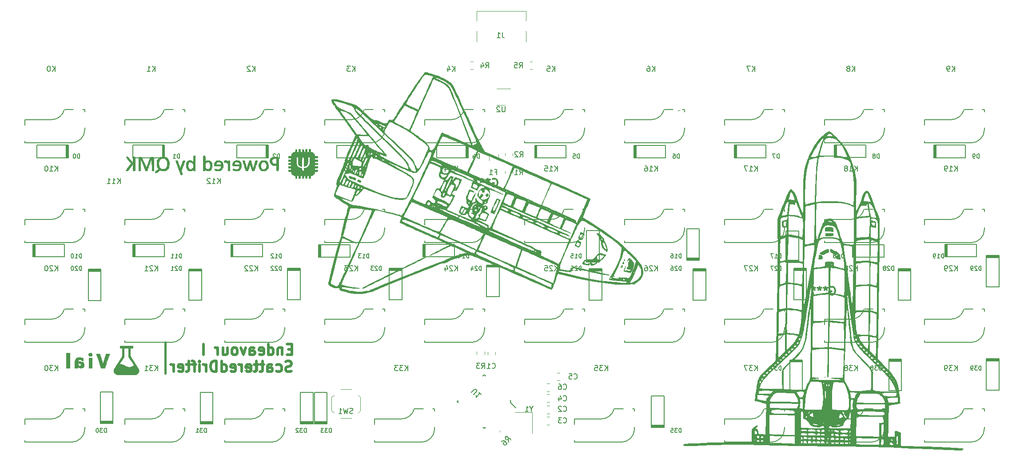
<source format=gbr>
%TF.GenerationSoftware,KiCad,Pcbnew,(5.99.0-12882-g2a6c73b8df)*%
%TF.CreationDate,2021-11-03T21:03:35+01:00*%
%TF.ProjectId,ortho-qaz,6f727468-6f2d-4716-917a-2e6b69636164,rev?*%
%TF.SameCoordinates,Original*%
%TF.FileFunction,Legend,Bot*%
%TF.FilePolarity,Positive*%
%FSLAX46Y46*%
G04 Gerber Fmt 4.6, Leading zero omitted, Abs format (unit mm)*
G04 Created by KiCad (PCBNEW (5.99.0-12882-g2a6c73b8df)) date 2021-11-03 21:03:35*
%MOMM*%
%LPD*%
G01*
G04 APERTURE LIST*
%ADD10C,0.400000*%
%ADD11C,0.500000*%
%ADD12C,0.100000*%
%ADD13C,0.300000*%
%ADD14C,0.150000*%
%ADD15C,0.200000*%
%ADD16C,0.010000*%
%ADD17C,0.120000*%
G04 APERTURE END LIST*
D10*
X82690000Y-86350000D02*
X82690000Y-80350000D01*
D11*
X106796190Y-81707142D02*
X106129523Y-81707142D01*
X105843809Y-82754761D02*
X106796190Y-82754761D01*
X106796190Y-80754761D01*
X105843809Y-80754761D01*
X104986666Y-81421428D02*
X104986666Y-82754761D01*
X104986666Y-81611904D02*
X104891428Y-81516666D01*
X104700952Y-81421428D01*
X104415238Y-81421428D01*
X104224761Y-81516666D01*
X104129523Y-81707142D01*
X104129523Y-82754761D01*
X102320000Y-82754761D02*
X102320000Y-80754761D01*
X102320000Y-82659523D02*
X102510476Y-82754761D01*
X102891428Y-82754761D01*
X103081904Y-82659523D01*
X103177142Y-82564285D01*
X103272380Y-82373809D01*
X103272380Y-81802380D01*
X103177142Y-81611904D01*
X103081904Y-81516666D01*
X102891428Y-81421428D01*
X102510476Y-81421428D01*
X102320000Y-81516666D01*
X100605714Y-82659523D02*
X100796190Y-82754761D01*
X101177142Y-82754761D01*
X101367619Y-82659523D01*
X101462857Y-82469047D01*
X101462857Y-81707142D01*
X101367619Y-81516666D01*
X101177142Y-81421428D01*
X100796190Y-81421428D01*
X100605714Y-81516666D01*
X100510476Y-81707142D01*
X100510476Y-81897619D01*
X101462857Y-82088095D01*
X98796190Y-82754761D02*
X98796190Y-81707142D01*
X98891428Y-81516666D01*
X99081904Y-81421428D01*
X99462857Y-81421428D01*
X99653333Y-81516666D01*
X98796190Y-82659523D02*
X98986666Y-82754761D01*
X99462857Y-82754761D01*
X99653333Y-82659523D01*
X99748571Y-82469047D01*
X99748571Y-82278571D01*
X99653333Y-82088095D01*
X99462857Y-81992857D01*
X98986666Y-81992857D01*
X98796190Y-81897619D01*
X98034285Y-81421428D02*
X97558095Y-82754761D01*
X97081904Y-81421428D01*
X96034285Y-82754761D02*
X96224761Y-82659523D01*
X96320000Y-82564285D01*
X96415238Y-82373809D01*
X96415238Y-81802380D01*
X96320000Y-81611904D01*
X96224761Y-81516666D01*
X96034285Y-81421428D01*
X95748571Y-81421428D01*
X95558095Y-81516666D01*
X95462857Y-81611904D01*
X95367619Y-81802380D01*
X95367619Y-82373809D01*
X95462857Y-82564285D01*
X95558095Y-82659523D01*
X95748571Y-82754761D01*
X96034285Y-82754761D01*
X93653333Y-81421428D02*
X93653333Y-82754761D01*
X94510476Y-81421428D02*
X94510476Y-82469047D01*
X94415238Y-82659523D01*
X94224761Y-82754761D01*
X93939047Y-82754761D01*
X93748571Y-82659523D01*
X93653333Y-82564285D01*
X92700952Y-82754761D02*
X92700952Y-81421428D01*
X92700952Y-81802380D02*
X92605714Y-81611904D01*
X92510476Y-81516666D01*
X92320000Y-81421428D01*
X92129523Y-81421428D01*
X89939047Y-82754761D02*
X89939047Y-80754761D01*
X106748571Y-85879523D02*
X106462857Y-85974761D01*
X105986666Y-85974761D01*
X105796190Y-85879523D01*
X105700952Y-85784285D01*
X105605714Y-85593809D01*
X105605714Y-85403333D01*
X105700952Y-85212857D01*
X105796190Y-85117619D01*
X105986666Y-85022380D01*
X106367619Y-84927142D01*
X106558095Y-84831904D01*
X106653333Y-84736666D01*
X106748571Y-84546190D01*
X106748571Y-84355714D01*
X106653333Y-84165238D01*
X106558095Y-84070000D01*
X106367619Y-83974761D01*
X105891428Y-83974761D01*
X105605714Y-84070000D01*
X103891428Y-85879523D02*
X104081904Y-85974761D01*
X104462857Y-85974761D01*
X104653333Y-85879523D01*
X104748571Y-85784285D01*
X104843809Y-85593809D01*
X104843809Y-85022380D01*
X104748571Y-84831904D01*
X104653333Y-84736666D01*
X104462857Y-84641428D01*
X104081904Y-84641428D01*
X103891428Y-84736666D01*
X102177142Y-85974761D02*
X102177142Y-84927142D01*
X102272380Y-84736666D01*
X102462857Y-84641428D01*
X102843809Y-84641428D01*
X103034285Y-84736666D01*
X102177142Y-85879523D02*
X102367619Y-85974761D01*
X102843809Y-85974761D01*
X103034285Y-85879523D01*
X103129523Y-85689047D01*
X103129523Y-85498571D01*
X103034285Y-85308095D01*
X102843809Y-85212857D01*
X102367619Y-85212857D01*
X102177142Y-85117619D01*
X101510476Y-84641428D02*
X100748571Y-84641428D01*
X101224761Y-83974761D02*
X101224761Y-85689047D01*
X101129523Y-85879523D01*
X100939047Y-85974761D01*
X100748571Y-85974761D01*
X100367619Y-84641428D02*
X99605714Y-84641428D01*
X100081904Y-83974761D02*
X100081904Y-85689047D01*
X99986666Y-85879523D01*
X99796190Y-85974761D01*
X99605714Y-85974761D01*
X98177142Y-85879523D02*
X98367619Y-85974761D01*
X98748571Y-85974761D01*
X98939047Y-85879523D01*
X99034285Y-85689047D01*
X99034285Y-84927142D01*
X98939047Y-84736666D01*
X98748571Y-84641428D01*
X98367619Y-84641428D01*
X98177142Y-84736666D01*
X98081904Y-84927142D01*
X98081904Y-85117619D01*
X99034285Y-85308095D01*
X97224761Y-85974761D02*
X97224761Y-84641428D01*
X97224761Y-85022380D02*
X97129523Y-84831904D01*
X97034285Y-84736666D01*
X96843809Y-84641428D01*
X96653333Y-84641428D01*
X95224761Y-85879523D02*
X95415238Y-85974761D01*
X95796190Y-85974761D01*
X95986666Y-85879523D01*
X96081904Y-85689047D01*
X96081904Y-84927142D01*
X95986666Y-84736666D01*
X95796190Y-84641428D01*
X95415238Y-84641428D01*
X95224761Y-84736666D01*
X95129523Y-84927142D01*
X95129523Y-85117619D01*
X96081904Y-85308095D01*
X93415238Y-85974761D02*
X93415238Y-83974761D01*
X93415238Y-85879523D02*
X93605714Y-85974761D01*
X93986666Y-85974761D01*
X94177142Y-85879523D01*
X94272380Y-85784285D01*
X94367619Y-85593809D01*
X94367619Y-85022380D01*
X94272380Y-84831904D01*
X94177142Y-84736666D01*
X93986666Y-84641428D01*
X93605714Y-84641428D01*
X93415238Y-84736666D01*
X92462857Y-85974761D02*
X92462857Y-83974761D01*
X91986666Y-83974761D01*
X91700952Y-84070000D01*
X91510476Y-84260476D01*
X91415238Y-84450952D01*
X91320000Y-84831904D01*
X91320000Y-85117619D01*
X91415238Y-85498571D01*
X91510476Y-85689047D01*
X91700952Y-85879523D01*
X91986666Y-85974761D01*
X92462857Y-85974761D01*
X90462857Y-85974761D02*
X90462857Y-84641428D01*
X90462857Y-85022380D02*
X90367619Y-84831904D01*
X90272380Y-84736666D01*
X90081904Y-84641428D01*
X89891428Y-84641428D01*
X89224761Y-85974761D02*
X89224761Y-84641428D01*
X89224761Y-83974761D02*
X89320000Y-84070000D01*
X89224761Y-84165238D01*
X89129523Y-84070000D01*
X89224761Y-83974761D01*
X89224761Y-84165238D01*
X88558095Y-84641428D02*
X87796190Y-84641428D01*
X88272380Y-85974761D02*
X88272380Y-84260476D01*
X88177142Y-84070000D01*
X87986666Y-83974761D01*
X87796190Y-83974761D01*
X87415238Y-84641428D02*
X86653333Y-84641428D01*
X87129523Y-83974761D02*
X87129523Y-85689047D01*
X87034285Y-85879523D01*
X86843809Y-85974761D01*
X86653333Y-85974761D01*
X85224761Y-85879523D02*
X85415238Y-85974761D01*
X85796190Y-85974761D01*
X85986666Y-85879523D01*
X86081904Y-85689047D01*
X86081904Y-84927142D01*
X85986666Y-84736666D01*
X85796190Y-84641428D01*
X85415238Y-84641428D01*
X85224761Y-84736666D01*
X85129523Y-84927142D01*
X85129523Y-85117619D01*
X86081904Y-85308095D01*
X84272380Y-85974761D02*
X84272380Y-84641428D01*
X84272380Y-85022380D02*
X84177142Y-84831904D01*
X84081904Y-84736666D01*
X83891428Y-84641428D01*
X83700952Y-84641428D01*
D12*
X180369818Y-36086815D02*
X180701124Y-36086587D01*
X180482946Y-36203670D02*
X180369818Y-36086815D01*
D13*
%TO.C,G\u002A\u002A\u002A*%
X145122571Y-49198000D02*
X145267714Y-49125428D01*
X145485428Y-49125428D01*
X145703142Y-49198000D01*
X145848285Y-49343142D01*
X145920857Y-49488285D01*
X145993428Y-49778571D01*
X145993428Y-49996285D01*
X145920857Y-50286571D01*
X145848285Y-50431714D01*
X145703142Y-50576857D01*
X145485428Y-50649428D01*
X145340285Y-50649428D01*
X145122571Y-50576857D01*
X145050000Y-50504285D01*
X145050000Y-49996285D01*
X145340285Y-49996285D01*
X144179142Y-49125428D02*
X144179142Y-49488285D01*
X144542000Y-49343142D02*
X144179142Y-49488285D01*
X143816285Y-49343142D01*
X144396857Y-49778571D02*
X144179142Y-49488285D01*
X143961428Y-49778571D01*
X143018000Y-49125428D02*
X143018000Y-49488285D01*
X143380857Y-49343142D02*
X143018000Y-49488285D01*
X142655142Y-49343142D01*
X143235714Y-49778571D02*
X143018000Y-49488285D01*
X142800285Y-49778571D01*
X141856857Y-49125428D02*
X141856857Y-49488285D01*
X142219714Y-49343142D02*
X141856857Y-49488285D01*
X141494000Y-49343142D01*
X142074571Y-49778571D02*
X141856857Y-49488285D01*
X141639142Y-49778571D01*
X209482571Y-69838000D02*
X209627714Y-69765428D01*
X209845428Y-69765428D01*
X210063142Y-69838000D01*
X210208285Y-69983142D01*
X210280857Y-70128285D01*
X210353428Y-70418571D01*
X210353428Y-70636285D01*
X210280857Y-70926571D01*
X210208285Y-71071714D01*
X210063142Y-71216857D01*
X209845428Y-71289428D01*
X209700285Y-71289428D01*
X209482571Y-71216857D01*
X209410000Y-71144285D01*
X209410000Y-70636285D01*
X209700285Y-70636285D01*
X208539142Y-69765428D02*
X208539142Y-70128285D01*
X208902000Y-69983142D02*
X208539142Y-70128285D01*
X208176285Y-69983142D01*
X208756857Y-70418571D02*
X208539142Y-70128285D01*
X208321428Y-70418571D01*
X207378000Y-69765428D02*
X207378000Y-70128285D01*
X207740857Y-69983142D02*
X207378000Y-70128285D01*
X207015142Y-69983142D01*
X207595714Y-70418571D02*
X207378000Y-70128285D01*
X207160285Y-70418571D01*
X206216857Y-69765428D02*
X206216857Y-70128285D01*
X206579714Y-69983142D02*
X206216857Y-70128285D01*
X205854000Y-69983142D01*
X206434571Y-70418571D02*
X206216857Y-70128285D01*
X205999142Y-70418571D01*
D14*
%TO.C,D39*%
X238173928Y-85698154D02*
X238173928Y-84898154D01*
X237983452Y-84898154D01*
X237869166Y-84936250D01*
X237792976Y-85012440D01*
X237754880Y-85088630D01*
X237716785Y-85241011D01*
X237716785Y-85355297D01*
X237754880Y-85507678D01*
X237792976Y-85583869D01*
X237869166Y-85660059D01*
X237983452Y-85698154D01*
X238173928Y-85698154D01*
X237450119Y-84898154D02*
X236954880Y-84898154D01*
X237221547Y-85202916D01*
X237107261Y-85202916D01*
X237031071Y-85241011D01*
X236992976Y-85279107D01*
X236954880Y-85355297D01*
X236954880Y-85545773D01*
X236992976Y-85621964D01*
X237031071Y-85660059D01*
X237107261Y-85698154D01*
X237335833Y-85698154D01*
X237412023Y-85660059D01*
X237450119Y-85621964D01*
X236573928Y-85698154D02*
X236421547Y-85698154D01*
X236345357Y-85660059D01*
X236307261Y-85621964D01*
X236231071Y-85507678D01*
X236192976Y-85355297D01*
X236192976Y-85050535D01*
X236231071Y-84974345D01*
X236269166Y-84936250D01*
X236345357Y-84898154D01*
X236497738Y-84898154D01*
X236573928Y-84936250D01*
X236612023Y-84974345D01*
X236650119Y-85050535D01*
X236650119Y-85241011D01*
X236612023Y-85317202D01*
X236573928Y-85355297D01*
X236497738Y-85393392D01*
X236345357Y-85393392D01*
X236269166Y-85355297D01*
X236231071Y-85317202D01*
X236192976Y-85241011D01*
%TO.C,D38*%
X219123928Y-85698154D02*
X219123928Y-84898154D01*
X218933452Y-84898154D01*
X218819166Y-84936250D01*
X218742976Y-85012440D01*
X218704880Y-85088630D01*
X218666785Y-85241011D01*
X218666785Y-85355297D01*
X218704880Y-85507678D01*
X218742976Y-85583869D01*
X218819166Y-85660059D01*
X218933452Y-85698154D01*
X219123928Y-85698154D01*
X218400119Y-84898154D02*
X217904880Y-84898154D01*
X218171547Y-85202916D01*
X218057261Y-85202916D01*
X217981071Y-85241011D01*
X217942976Y-85279107D01*
X217904880Y-85355297D01*
X217904880Y-85545773D01*
X217942976Y-85621964D01*
X217981071Y-85660059D01*
X218057261Y-85698154D01*
X218285833Y-85698154D01*
X218362023Y-85660059D01*
X218400119Y-85621964D01*
X217447738Y-85241011D02*
X217523928Y-85202916D01*
X217562023Y-85164821D01*
X217600119Y-85088630D01*
X217600119Y-85050535D01*
X217562023Y-84974345D01*
X217523928Y-84936250D01*
X217447738Y-84898154D01*
X217295357Y-84898154D01*
X217219166Y-84936250D01*
X217181071Y-84974345D01*
X217142976Y-85050535D01*
X217142976Y-85088630D01*
X217181071Y-85164821D01*
X217219166Y-85202916D01*
X217295357Y-85241011D01*
X217447738Y-85241011D01*
X217523928Y-85279107D01*
X217562023Y-85317202D01*
X217600119Y-85393392D01*
X217600119Y-85545773D01*
X217562023Y-85621964D01*
X217523928Y-85660059D01*
X217447738Y-85698154D01*
X217295357Y-85698154D01*
X217219166Y-85660059D01*
X217181071Y-85621964D01*
X217142976Y-85545773D01*
X217142976Y-85393392D01*
X217181071Y-85317202D01*
X217219166Y-85279107D01*
X217295357Y-85241011D01*
%TO.C,D37*%
X200073928Y-85698154D02*
X200073928Y-84898154D01*
X199883452Y-84898154D01*
X199769166Y-84936250D01*
X199692976Y-85012440D01*
X199654880Y-85088630D01*
X199616785Y-85241011D01*
X199616785Y-85355297D01*
X199654880Y-85507678D01*
X199692976Y-85583869D01*
X199769166Y-85660059D01*
X199883452Y-85698154D01*
X200073928Y-85698154D01*
X199350119Y-84898154D02*
X198854880Y-84898154D01*
X199121547Y-85202916D01*
X199007261Y-85202916D01*
X198931071Y-85241011D01*
X198892976Y-85279107D01*
X198854880Y-85355297D01*
X198854880Y-85545773D01*
X198892976Y-85621964D01*
X198931071Y-85660059D01*
X199007261Y-85698154D01*
X199235833Y-85698154D01*
X199312023Y-85660059D01*
X199350119Y-85621964D01*
X198588214Y-84898154D02*
X198054880Y-84898154D01*
X198397738Y-85698154D01*
%TO.C,D35*%
X181023928Y-97604404D02*
X181023928Y-96804404D01*
X180833452Y-96804404D01*
X180719166Y-96842500D01*
X180642976Y-96918690D01*
X180604880Y-96994880D01*
X180566785Y-97147261D01*
X180566785Y-97261547D01*
X180604880Y-97413928D01*
X180642976Y-97490119D01*
X180719166Y-97566309D01*
X180833452Y-97604404D01*
X181023928Y-97604404D01*
X180300119Y-96804404D02*
X179804880Y-96804404D01*
X180071547Y-97109166D01*
X179957261Y-97109166D01*
X179881071Y-97147261D01*
X179842976Y-97185357D01*
X179804880Y-97261547D01*
X179804880Y-97452023D01*
X179842976Y-97528214D01*
X179881071Y-97566309D01*
X179957261Y-97604404D01*
X180185833Y-97604404D01*
X180262023Y-97566309D01*
X180300119Y-97528214D01*
X179081071Y-96804404D02*
X179462023Y-96804404D01*
X179500119Y-97185357D01*
X179462023Y-97147261D01*
X179385833Y-97109166D01*
X179195357Y-97109166D01*
X179119166Y-97147261D01*
X179081071Y-97185357D01*
X179042976Y-97261547D01*
X179042976Y-97452023D01*
X179081071Y-97528214D01*
X179119166Y-97566309D01*
X179195357Y-97604404D01*
X179385833Y-97604404D01*
X179462023Y-97566309D01*
X179500119Y-97528214D01*
%TO.C,D33*%
X114348928Y-97604404D02*
X114348928Y-96804404D01*
X114158452Y-96804404D01*
X114044166Y-96842500D01*
X113967976Y-96918690D01*
X113929880Y-96994880D01*
X113891785Y-97147261D01*
X113891785Y-97261547D01*
X113929880Y-97413928D01*
X113967976Y-97490119D01*
X114044166Y-97566309D01*
X114158452Y-97604404D01*
X114348928Y-97604404D01*
X113625119Y-96804404D02*
X113129880Y-96804404D01*
X113396547Y-97109166D01*
X113282261Y-97109166D01*
X113206071Y-97147261D01*
X113167976Y-97185357D01*
X113129880Y-97261547D01*
X113129880Y-97452023D01*
X113167976Y-97528214D01*
X113206071Y-97566309D01*
X113282261Y-97604404D01*
X113510833Y-97604404D01*
X113587023Y-97566309D01*
X113625119Y-97528214D01*
X112863214Y-96804404D02*
X112367976Y-96804404D01*
X112634642Y-97109166D01*
X112520357Y-97109166D01*
X112444166Y-97147261D01*
X112406071Y-97185357D01*
X112367976Y-97261547D01*
X112367976Y-97452023D01*
X112406071Y-97528214D01*
X112444166Y-97566309D01*
X112520357Y-97604404D01*
X112748928Y-97604404D01*
X112825119Y-97566309D01*
X112863214Y-97528214D01*
%TO.C,D32*%
X109586428Y-97604404D02*
X109586428Y-96804404D01*
X109395952Y-96804404D01*
X109281666Y-96842500D01*
X109205476Y-96918690D01*
X109167380Y-96994880D01*
X109129285Y-97147261D01*
X109129285Y-97261547D01*
X109167380Y-97413928D01*
X109205476Y-97490119D01*
X109281666Y-97566309D01*
X109395952Y-97604404D01*
X109586428Y-97604404D01*
X108862619Y-96804404D02*
X108367380Y-96804404D01*
X108634047Y-97109166D01*
X108519761Y-97109166D01*
X108443571Y-97147261D01*
X108405476Y-97185357D01*
X108367380Y-97261547D01*
X108367380Y-97452023D01*
X108405476Y-97528214D01*
X108443571Y-97566309D01*
X108519761Y-97604404D01*
X108748333Y-97604404D01*
X108824523Y-97566309D01*
X108862619Y-97528214D01*
X108062619Y-96880595D02*
X108024523Y-96842500D01*
X107948333Y-96804404D01*
X107757857Y-96804404D01*
X107681666Y-96842500D01*
X107643571Y-96880595D01*
X107605476Y-96956785D01*
X107605476Y-97032976D01*
X107643571Y-97147261D01*
X108100714Y-97604404D01*
X107605476Y-97604404D01*
%TO.C,D31*%
X90536428Y-97604404D02*
X90536428Y-96804404D01*
X90345952Y-96804404D01*
X90231666Y-96842500D01*
X90155476Y-96918690D01*
X90117380Y-96994880D01*
X90079285Y-97147261D01*
X90079285Y-97261547D01*
X90117380Y-97413928D01*
X90155476Y-97490119D01*
X90231666Y-97566309D01*
X90345952Y-97604404D01*
X90536428Y-97604404D01*
X89812619Y-96804404D02*
X89317380Y-96804404D01*
X89584047Y-97109166D01*
X89469761Y-97109166D01*
X89393571Y-97147261D01*
X89355476Y-97185357D01*
X89317380Y-97261547D01*
X89317380Y-97452023D01*
X89355476Y-97528214D01*
X89393571Y-97566309D01*
X89469761Y-97604404D01*
X89698333Y-97604404D01*
X89774523Y-97566309D01*
X89812619Y-97528214D01*
X88555476Y-97604404D02*
X89012619Y-97604404D01*
X88784047Y-97604404D02*
X88784047Y-96804404D01*
X88860238Y-96918690D01*
X88936428Y-96994880D01*
X89012619Y-97032976D01*
%TO.C,D30*%
X71486428Y-97604404D02*
X71486428Y-96804404D01*
X71295952Y-96804404D01*
X71181666Y-96842500D01*
X71105476Y-96918690D01*
X71067380Y-96994880D01*
X71029285Y-97147261D01*
X71029285Y-97261547D01*
X71067380Y-97413928D01*
X71105476Y-97490119D01*
X71181666Y-97566309D01*
X71295952Y-97604404D01*
X71486428Y-97604404D01*
X70762619Y-96804404D02*
X70267380Y-96804404D01*
X70534047Y-97109166D01*
X70419761Y-97109166D01*
X70343571Y-97147261D01*
X70305476Y-97185357D01*
X70267380Y-97261547D01*
X70267380Y-97452023D01*
X70305476Y-97528214D01*
X70343571Y-97566309D01*
X70419761Y-97604404D01*
X70648333Y-97604404D01*
X70724523Y-97566309D01*
X70762619Y-97528214D01*
X69772142Y-96804404D02*
X69695952Y-96804404D01*
X69619761Y-96842500D01*
X69581666Y-96880595D01*
X69543571Y-96956785D01*
X69505476Y-97109166D01*
X69505476Y-97299642D01*
X69543571Y-97452023D01*
X69581666Y-97528214D01*
X69619761Y-97566309D01*
X69695952Y-97604404D01*
X69772142Y-97604404D01*
X69848333Y-97566309D01*
X69886428Y-97528214D01*
X69924523Y-97452023D01*
X69962619Y-97299642D01*
X69962619Y-97109166D01*
X69924523Y-96956785D01*
X69886428Y-96880595D01*
X69848333Y-96842500D01*
X69772142Y-96804404D01*
%TO.C,D29*%
X238173928Y-66648154D02*
X238173928Y-65848154D01*
X237983452Y-65848154D01*
X237869166Y-65886250D01*
X237792976Y-65962440D01*
X237754880Y-66038630D01*
X237716785Y-66191011D01*
X237716785Y-66305297D01*
X237754880Y-66457678D01*
X237792976Y-66533869D01*
X237869166Y-66610059D01*
X237983452Y-66648154D01*
X238173928Y-66648154D01*
X237412023Y-65924345D02*
X237373928Y-65886250D01*
X237297738Y-65848154D01*
X237107261Y-65848154D01*
X237031071Y-65886250D01*
X236992976Y-65924345D01*
X236954880Y-66000535D01*
X236954880Y-66076726D01*
X236992976Y-66191011D01*
X237450119Y-66648154D01*
X236954880Y-66648154D01*
X236573928Y-66648154D02*
X236421547Y-66648154D01*
X236345357Y-66610059D01*
X236307261Y-66571964D01*
X236231071Y-66457678D01*
X236192976Y-66305297D01*
X236192976Y-66000535D01*
X236231071Y-65924345D01*
X236269166Y-65886250D01*
X236345357Y-65848154D01*
X236497738Y-65848154D01*
X236573928Y-65886250D01*
X236612023Y-65924345D01*
X236650119Y-66000535D01*
X236650119Y-66191011D01*
X236612023Y-66267202D01*
X236573928Y-66305297D01*
X236497738Y-66343392D01*
X236345357Y-66343392D01*
X236269166Y-66305297D01*
X236231071Y-66267202D01*
X236192976Y-66191011D01*
%TO.C,D28*%
X221505178Y-66648154D02*
X221505178Y-65848154D01*
X221314702Y-65848154D01*
X221200416Y-65886250D01*
X221124226Y-65962440D01*
X221086130Y-66038630D01*
X221048035Y-66191011D01*
X221048035Y-66305297D01*
X221086130Y-66457678D01*
X221124226Y-66533869D01*
X221200416Y-66610059D01*
X221314702Y-66648154D01*
X221505178Y-66648154D01*
X220743273Y-65924345D02*
X220705178Y-65886250D01*
X220628988Y-65848154D01*
X220438511Y-65848154D01*
X220362321Y-65886250D01*
X220324226Y-65924345D01*
X220286130Y-66000535D01*
X220286130Y-66076726D01*
X220324226Y-66191011D01*
X220781369Y-66648154D01*
X220286130Y-66648154D01*
X219828988Y-66191011D02*
X219905178Y-66152916D01*
X219943273Y-66114821D01*
X219981369Y-66038630D01*
X219981369Y-66000535D01*
X219943273Y-65924345D01*
X219905178Y-65886250D01*
X219828988Y-65848154D01*
X219676607Y-65848154D01*
X219600416Y-65886250D01*
X219562321Y-65924345D01*
X219524226Y-66000535D01*
X219524226Y-66038630D01*
X219562321Y-66114821D01*
X219600416Y-66152916D01*
X219676607Y-66191011D01*
X219828988Y-66191011D01*
X219905178Y-66229107D01*
X219943273Y-66267202D01*
X219981369Y-66343392D01*
X219981369Y-66495773D01*
X219943273Y-66571964D01*
X219905178Y-66610059D01*
X219828988Y-66648154D01*
X219676607Y-66648154D01*
X219600416Y-66610059D01*
X219562321Y-66571964D01*
X219524226Y-66495773D01*
X219524226Y-66343392D01*
X219562321Y-66267202D01*
X219600416Y-66229107D01*
X219676607Y-66191011D01*
%TO.C,D27*%
X200073928Y-66648154D02*
X200073928Y-65848154D01*
X199883452Y-65848154D01*
X199769166Y-65886250D01*
X199692976Y-65962440D01*
X199654880Y-66038630D01*
X199616785Y-66191011D01*
X199616785Y-66305297D01*
X199654880Y-66457678D01*
X199692976Y-66533869D01*
X199769166Y-66610059D01*
X199883452Y-66648154D01*
X200073928Y-66648154D01*
X199312023Y-65924345D02*
X199273928Y-65886250D01*
X199197738Y-65848154D01*
X199007261Y-65848154D01*
X198931071Y-65886250D01*
X198892976Y-65924345D01*
X198854880Y-66000535D01*
X198854880Y-66076726D01*
X198892976Y-66191011D01*
X199350119Y-66648154D01*
X198854880Y-66648154D01*
X198588214Y-65848154D02*
X198054880Y-65848154D01*
X198397738Y-66648154D01*
%TO.C,D26*%
X181023928Y-66648154D02*
X181023928Y-65848154D01*
X180833452Y-65848154D01*
X180719166Y-65886250D01*
X180642976Y-65962440D01*
X180604880Y-66038630D01*
X180566785Y-66191011D01*
X180566785Y-66305297D01*
X180604880Y-66457678D01*
X180642976Y-66533869D01*
X180719166Y-66610059D01*
X180833452Y-66648154D01*
X181023928Y-66648154D01*
X180262023Y-65924345D02*
X180223928Y-65886250D01*
X180147738Y-65848154D01*
X179957261Y-65848154D01*
X179881071Y-65886250D01*
X179842976Y-65924345D01*
X179804880Y-66000535D01*
X179804880Y-66076726D01*
X179842976Y-66191011D01*
X180300119Y-66648154D01*
X179804880Y-66648154D01*
X179119166Y-65848154D02*
X179271547Y-65848154D01*
X179347738Y-65886250D01*
X179385833Y-65924345D01*
X179462023Y-66038630D01*
X179500119Y-66191011D01*
X179500119Y-66495773D01*
X179462023Y-66571964D01*
X179423928Y-66610059D01*
X179347738Y-66648154D01*
X179195357Y-66648154D01*
X179119166Y-66610059D01*
X179081071Y-66571964D01*
X179042976Y-66495773D01*
X179042976Y-66305297D01*
X179081071Y-66229107D01*
X179119166Y-66191011D01*
X179195357Y-66152916D01*
X179347738Y-66152916D01*
X179423928Y-66191011D01*
X179462023Y-66229107D01*
X179500119Y-66305297D01*
%TO.C,D25*%
X161973928Y-66648154D02*
X161973928Y-65848154D01*
X161783452Y-65848154D01*
X161669166Y-65886250D01*
X161592976Y-65962440D01*
X161554880Y-66038630D01*
X161516785Y-66191011D01*
X161516785Y-66305297D01*
X161554880Y-66457678D01*
X161592976Y-66533869D01*
X161669166Y-66610059D01*
X161783452Y-66648154D01*
X161973928Y-66648154D01*
X161212023Y-65924345D02*
X161173928Y-65886250D01*
X161097738Y-65848154D01*
X160907261Y-65848154D01*
X160831071Y-65886250D01*
X160792976Y-65924345D01*
X160754880Y-66000535D01*
X160754880Y-66076726D01*
X160792976Y-66191011D01*
X161250119Y-66648154D01*
X160754880Y-66648154D01*
X160031071Y-65848154D02*
X160412023Y-65848154D01*
X160450119Y-66229107D01*
X160412023Y-66191011D01*
X160335833Y-66152916D01*
X160145357Y-66152916D01*
X160069166Y-66191011D01*
X160031071Y-66229107D01*
X159992976Y-66305297D01*
X159992976Y-66495773D01*
X160031071Y-66571964D01*
X160069166Y-66610059D01*
X160145357Y-66648154D01*
X160335833Y-66648154D01*
X160412023Y-66610059D01*
X160450119Y-66571964D01*
%TO.C,D24*%
X142923928Y-66648154D02*
X142923928Y-65848154D01*
X142733452Y-65848154D01*
X142619166Y-65886250D01*
X142542976Y-65962440D01*
X142504880Y-66038630D01*
X142466785Y-66191011D01*
X142466785Y-66305297D01*
X142504880Y-66457678D01*
X142542976Y-66533869D01*
X142619166Y-66610059D01*
X142733452Y-66648154D01*
X142923928Y-66648154D01*
X142162023Y-65924345D02*
X142123928Y-65886250D01*
X142047738Y-65848154D01*
X141857261Y-65848154D01*
X141781071Y-65886250D01*
X141742976Y-65924345D01*
X141704880Y-66000535D01*
X141704880Y-66076726D01*
X141742976Y-66191011D01*
X142200119Y-66648154D01*
X141704880Y-66648154D01*
X141019166Y-66114821D02*
X141019166Y-66648154D01*
X141209642Y-65810059D02*
X141400119Y-66381488D01*
X140904880Y-66381488D01*
%TO.C,D23*%
X123873928Y-66648154D02*
X123873928Y-65848154D01*
X123683452Y-65848154D01*
X123569166Y-65886250D01*
X123492976Y-65962440D01*
X123454880Y-66038630D01*
X123416785Y-66191011D01*
X123416785Y-66305297D01*
X123454880Y-66457678D01*
X123492976Y-66533869D01*
X123569166Y-66610059D01*
X123683452Y-66648154D01*
X123873928Y-66648154D01*
X123112023Y-65924345D02*
X123073928Y-65886250D01*
X122997738Y-65848154D01*
X122807261Y-65848154D01*
X122731071Y-65886250D01*
X122692976Y-65924345D01*
X122654880Y-66000535D01*
X122654880Y-66076726D01*
X122692976Y-66191011D01*
X123150119Y-66648154D01*
X122654880Y-66648154D01*
X122388214Y-65848154D02*
X121892976Y-65848154D01*
X122159642Y-66152916D01*
X122045357Y-66152916D01*
X121969166Y-66191011D01*
X121931071Y-66229107D01*
X121892976Y-66305297D01*
X121892976Y-66495773D01*
X121931071Y-66571964D01*
X121969166Y-66610059D01*
X122045357Y-66648154D01*
X122273928Y-66648154D01*
X122350119Y-66610059D01*
X122388214Y-66571964D01*
%TO.C,D22*%
X104823928Y-66648154D02*
X104823928Y-65848154D01*
X104633452Y-65848154D01*
X104519166Y-65886250D01*
X104442976Y-65962440D01*
X104404880Y-66038630D01*
X104366785Y-66191011D01*
X104366785Y-66305297D01*
X104404880Y-66457678D01*
X104442976Y-66533869D01*
X104519166Y-66610059D01*
X104633452Y-66648154D01*
X104823928Y-66648154D01*
X104062023Y-65924345D02*
X104023928Y-65886250D01*
X103947738Y-65848154D01*
X103757261Y-65848154D01*
X103681071Y-65886250D01*
X103642976Y-65924345D01*
X103604880Y-66000535D01*
X103604880Y-66076726D01*
X103642976Y-66191011D01*
X104100119Y-66648154D01*
X103604880Y-66648154D01*
X103300119Y-65924345D02*
X103262023Y-65886250D01*
X103185833Y-65848154D01*
X102995357Y-65848154D01*
X102919166Y-65886250D01*
X102881071Y-65924345D01*
X102842976Y-66000535D01*
X102842976Y-66076726D01*
X102881071Y-66191011D01*
X103338214Y-66648154D01*
X102842976Y-66648154D01*
%TO.C,D21*%
X85773928Y-66648154D02*
X85773928Y-65848154D01*
X85583452Y-65848154D01*
X85469166Y-65886250D01*
X85392976Y-65962440D01*
X85354880Y-66038630D01*
X85316785Y-66191011D01*
X85316785Y-66305297D01*
X85354880Y-66457678D01*
X85392976Y-66533869D01*
X85469166Y-66610059D01*
X85583452Y-66648154D01*
X85773928Y-66648154D01*
X85012023Y-65924345D02*
X84973928Y-65886250D01*
X84897738Y-65848154D01*
X84707261Y-65848154D01*
X84631071Y-65886250D01*
X84592976Y-65924345D01*
X84554880Y-66000535D01*
X84554880Y-66076726D01*
X84592976Y-66191011D01*
X85050119Y-66648154D01*
X84554880Y-66648154D01*
X83792976Y-66648154D02*
X84250119Y-66648154D01*
X84021547Y-66648154D02*
X84021547Y-65848154D01*
X84097738Y-65962440D01*
X84173928Y-66038630D01*
X84250119Y-66076726D01*
%TO.C,D20*%
X66723928Y-66648154D02*
X66723928Y-65848154D01*
X66533452Y-65848154D01*
X66419166Y-65886250D01*
X66342976Y-65962440D01*
X66304880Y-66038630D01*
X66266785Y-66191011D01*
X66266785Y-66305297D01*
X66304880Y-66457678D01*
X66342976Y-66533869D01*
X66419166Y-66610059D01*
X66533452Y-66648154D01*
X66723928Y-66648154D01*
X65962023Y-65924345D02*
X65923928Y-65886250D01*
X65847738Y-65848154D01*
X65657261Y-65848154D01*
X65581071Y-65886250D01*
X65542976Y-65924345D01*
X65504880Y-66000535D01*
X65504880Y-66076726D01*
X65542976Y-66191011D01*
X66000119Y-66648154D01*
X65504880Y-66648154D01*
X65009642Y-65848154D02*
X64933452Y-65848154D01*
X64857261Y-65886250D01*
X64819166Y-65924345D01*
X64781071Y-66000535D01*
X64742976Y-66152916D01*
X64742976Y-66343392D01*
X64781071Y-66495773D01*
X64819166Y-66571964D01*
X64857261Y-66610059D01*
X64933452Y-66648154D01*
X65009642Y-66648154D01*
X65085833Y-66610059D01*
X65123928Y-66571964D01*
X65162023Y-66495773D01*
X65200119Y-66343392D01*
X65200119Y-66152916D01*
X65162023Y-66000535D01*
X65123928Y-65924345D01*
X65085833Y-65886250D01*
X65009642Y-65848154D01*
%TO.C,D19*%
X231030178Y-64266904D02*
X231030178Y-63466904D01*
X230839702Y-63466904D01*
X230725416Y-63505000D01*
X230649226Y-63581190D01*
X230611130Y-63657380D01*
X230573035Y-63809761D01*
X230573035Y-63924047D01*
X230611130Y-64076428D01*
X230649226Y-64152619D01*
X230725416Y-64228809D01*
X230839702Y-64266904D01*
X231030178Y-64266904D01*
X229811130Y-64266904D02*
X230268273Y-64266904D01*
X230039702Y-64266904D02*
X230039702Y-63466904D01*
X230115892Y-63581190D01*
X230192083Y-63657380D01*
X230268273Y-63695476D01*
X229430178Y-64266904D02*
X229277797Y-64266904D01*
X229201607Y-64228809D01*
X229163511Y-64190714D01*
X229087321Y-64076428D01*
X229049226Y-63924047D01*
X229049226Y-63619285D01*
X229087321Y-63543095D01*
X229125416Y-63505000D01*
X229201607Y-63466904D01*
X229353988Y-63466904D01*
X229430178Y-63505000D01*
X229468273Y-63543095D01*
X229506369Y-63619285D01*
X229506369Y-63809761D01*
X229468273Y-63885952D01*
X229430178Y-63924047D01*
X229353988Y-63962142D01*
X229201607Y-63962142D01*
X229125416Y-63924047D01*
X229087321Y-63885952D01*
X229049226Y-63809761D01*
%TO.C,D18*%
X211980178Y-64266904D02*
X211980178Y-63466904D01*
X211789702Y-63466904D01*
X211675416Y-63505000D01*
X211599226Y-63581190D01*
X211561130Y-63657380D01*
X211523035Y-63809761D01*
X211523035Y-63924047D01*
X211561130Y-64076428D01*
X211599226Y-64152619D01*
X211675416Y-64228809D01*
X211789702Y-64266904D01*
X211980178Y-64266904D01*
X210761130Y-64266904D02*
X211218273Y-64266904D01*
X210989702Y-64266904D02*
X210989702Y-63466904D01*
X211065892Y-63581190D01*
X211142083Y-63657380D01*
X211218273Y-63695476D01*
X210303988Y-63809761D02*
X210380178Y-63771666D01*
X210418273Y-63733571D01*
X210456369Y-63657380D01*
X210456369Y-63619285D01*
X210418273Y-63543095D01*
X210380178Y-63505000D01*
X210303988Y-63466904D01*
X210151607Y-63466904D01*
X210075416Y-63505000D01*
X210037321Y-63543095D01*
X209999226Y-63619285D01*
X209999226Y-63657380D01*
X210037321Y-63733571D01*
X210075416Y-63771666D01*
X210151607Y-63809761D01*
X210303988Y-63809761D01*
X210380178Y-63847857D01*
X210418273Y-63885952D01*
X210456369Y-63962142D01*
X210456369Y-64114523D01*
X210418273Y-64190714D01*
X210380178Y-64228809D01*
X210303988Y-64266904D01*
X210151607Y-64266904D01*
X210075416Y-64228809D01*
X210037321Y-64190714D01*
X209999226Y-64114523D01*
X209999226Y-63962142D01*
X210037321Y-63885952D01*
X210075416Y-63847857D01*
X210151607Y-63809761D01*
%TO.C,D17*%
X200073928Y-64266904D02*
X200073928Y-63466904D01*
X199883452Y-63466904D01*
X199769166Y-63505000D01*
X199692976Y-63581190D01*
X199654880Y-63657380D01*
X199616785Y-63809761D01*
X199616785Y-63924047D01*
X199654880Y-64076428D01*
X199692976Y-64152619D01*
X199769166Y-64228809D01*
X199883452Y-64266904D01*
X200073928Y-64266904D01*
X198854880Y-64266904D02*
X199312023Y-64266904D01*
X199083452Y-64266904D02*
X199083452Y-63466904D01*
X199159642Y-63581190D01*
X199235833Y-63657380D01*
X199312023Y-63695476D01*
X198588214Y-63466904D02*
X198054880Y-63466904D01*
X198397738Y-64266904D01*
%TO.C,D16*%
X181023928Y-64266904D02*
X181023928Y-63466904D01*
X180833452Y-63466904D01*
X180719166Y-63505000D01*
X180642976Y-63581190D01*
X180604880Y-63657380D01*
X180566785Y-63809761D01*
X180566785Y-63924047D01*
X180604880Y-64076428D01*
X180642976Y-64152619D01*
X180719166Y-64228809D01*
X180833452Y-64266904D01*
X181023928Y-64266904D01*
X179804880Y-64266904D02*
X180262023Y-64266904D01*
X180033452Y-64266904D02*
X180033452Y-63466904D01*
X180109642Y-63581190D01*
X180185833Y-63657380D01*
X180262023Y-63695476D01*
X179119166Y-63466904D02*
X179271547Y-63466904D01*
X179347738Y-63505000D01*
X179385833Y-63543095D01*
X179462023Y-63657380D01*
X179500119Y-63809761D01*
X179500119Y-64114523D01*
X179462023Y-64190714D01*
X179423928Y-64228809D01*
X179347738Y-64266904D01*
X179195357Y-64266904D01*
X179119166Y-64228809D01*
X179081071Y-64190714D01*
X179042976Y-64114523D01*
X179042976Y-63924047D01*
X179081071Y-63847857D01*
X179119166Y-63809761D01*
X179195357Y-63771666D01*
X179347738Y-63771666D01*
X179423928Y-63809761D01*
X179462023Y-63847857D01*
X179500119Y-63924047D01*
%TO.C,D15*%
X161973928Y-64266904D02*
X161973928Y-63466904D01*
X161783452Y-63466904D01*
X161669166Y-63505000D01*
X161592976Y-63581190D01*
X161554880Y-63657380D01*
X161516785Y-63809761D01*
X161516785Y-63924047D01*
X161554880Y-64076428D01*
X161592976Y-64152619D01*
X161669166Y-64228809D01*
X161783452Y-64266904D01*
X161973928Y-64266904D01*
X160754880Y-64266904D02*
X161212023Y-64266904D01*
X160983452Y-64266904D02*
X160983452Y-63466904D01*
X161059642Y-63581190D01*
X161135833Y-63657380D01*
X161212023Y-63695476D01*
X160031071Y-63466904D02*
X160412023Y-63466904D01*
X160450119Y-63847857D01*
X160412023Y-63809761D01*
X160335833Y-63771666D01*
X160145357Y-63771666D01*
X160069166Y-63809761D01*
X160031071Y-63847857D01*
X159992976Y-63924047D01*
X159992976Y-64114523D01*
X160031071Y-64190714D01*
X160069166Y-64228809D01*
X160145357Y-64266904D01*
X160335833Y-64266904D01*
X160412023Y-64228809D01*
X160450119Y-64190714D01*
%TO.C,D14*%
X140542678Y-64266904D02*
X140542678Y-63466904D01*
X140352202Y-63466904D01*
X140237916Y-63505000D01*
X140161726Y-63581190D01*
X140123630Y-63657380D01*
X140085535Y-63809761D01*
X140085535Y-63924047D01*
X140123630Y-64076428D01*
X140161726Y-64152619D01*
X140237916Y-64228809D01*
X140352202Y-64266904D01*
X140542678Y-64266904D01*
X139323630Y-64266904D02*
X139780773Y-64266904D01*
X139552202Y-64266904D02*
X139552202Y-63466904D01*
X139628392Y-63581190D01*
X139704583Y-63657380D01*
X139780773Y-63695476D01*
X138637916Y-63733571D02*
X138637916Y-64266904D01*
X138828392Y-63428809D02*
X139018869Y-64000238D01*
X138523630Y-64000238D01*
%TO.C,D13*%
X121492678Y-64266904D02*
X121492678Y-63466904D01*
X121302202Y-63466904D01*
X121187916Y-63505000D01*
X121111726Y-63581190D01*
X121073630Y-63657380D01*
X121035535Y-63809761D01*
X121035535Y-63924047D01*
X121073630Y-64076428D01*
X121111726Y-64152619D01*
X121187916Y-64228809D01*
X121302202Y-64266904D01*
X121492678Y-64266904D01*
X120273630Y-64266904D02*
X120730773Y-64266904D01*
X120502202Y-64266904D02*
X120502202Y-63466904D01*
X120578392Y-63581190D01*
X120654583Y-63657380D01*
X120730773Y-63695476D01*
X120006964Y-63466904D02*
X119511726Y-63466904D01*
X119778392Y-63771666D01*
X119664107Y-63771666D01*
X119587916Y-63809761D01*
X119549821Y-63847857D01*
X119511726Y-63924047D01*
X119511726Y-64114523D01*
X119549821Y-64190714D01*
X119587916Y-64228809D01*
X119664107Y-64266904D01*
X119892678Y-64266904D01*
X119968869Y-64228809D01*
X120006964Y-64190714D01*
%TO.C,D12*%
X104823928Y-64266904D02*
X104823928Y-63466904D01*
X104633452Y-63466904D01*
X104519166Y-63505000D01*
X104442976Y-63581190D01*
X104404880Y-63657380D01*
X104366785Y-63809761D01*
X104366785Y-63924047D01*
X104404880Y-64076428D01*
X104442976Y-64152619D01*
X104519166Y-64228809D01*
X104633452Y-64266904D01*
X104823928Y-64266904D01*
X103604880Y-64266904D02*
X104062023Y-64266904D01*
X103833452Y-64266904D02*
X103833452Y-63466904D01*
X103909642Y-63581190D01*
X103985833Y-63657380D01*
X104062023Y-63695476D01*
X103300119Y-63543095D02*
X103262023Y-63505000D01*
X103185833Y-63466904D01*
X102995357Y-63466904D01*
X102919166Y-63505000D01*
X102881071Y-63543095D01*
X102842976Y-63619285D01*
X102842976Y-63695476D01*
X102881071Y-63809761D01*
X103338214Y-64266904D01*
X102842976Y-64266904D01*
%TO.C,D11*%
X85773928Y-64266904D02*
X85773928Y-63466904D01*
X85583452Y-63466904D01*
X85469166Y-63505000D01*
X85392976Y-63581190D01*
X85354880Y-63657380D01*
X85316785Y-63809761D01*
X85316785Y-63924047D01*
X85354880Y-64076428D01*
X85392976Y-64152619D01*
X85469166Y-64228809D01*
X85583452Y-64266904D01*
X85773928Y-64266904D01*
X84554880Y-64266904D02*
X85012023Y-64266904D01*
X84783452Y-64266904D02*
X84783452Y-63466904D01*
X84859642Y-63581190D01*
X84935833Y-63657380D01*
X85012023Y-63695476D01*
X83792976Y-64266904D02*
X84250119Y-64266904D01*
X84021547Y-64266904D02*
X84021547Y-63466904D01*
X84097738Y-63581190D01*
X84173928Y-63657380D01*
X84250119Y-63695476D01*
%TO.C,D10*%
X66723928Y-64266904D02*
X66723928Y-63466904D01*
X66533452Y-63466904D01*
X66419166Y-63505000D01*
X66342976Y-63581190D01*
X66304880Y-63657380D01*
X66266785Y-63809761D01*
X66266785Y-63924047D01*
X66304880Y-64076428D01*
X66342976Y-64152619D01*
X66419166Y-64228809D01*
X66533452Y-64266904D01*
X66723928Y-64266904D01*
X65504880Y-64266904D02*
X65962023Y-64266904D01*
X65733452Y-64266904D02*
X65733452Y-63466904D01*
X65809642Y-63581190D01*
X65885833Y-63657380D01*
X65962023Y-63695476D01*
X65009642Y-63466904D02*
X64933452Y-63466904D01*
X64857261Y-63505000D01*
X64819166Y-63543095D01*
X64781071Y-63619285D01*
X64742976Y-63771666D01*
X64742976Y-63962142D01*
X64781071Y-64114523D01*
X64819166Y-64190714D01*
X64857261Y-64228809D01*
X64933452Y-64266904D01*
X65009642Y-64266904D01*
X65085833Y-64228809D01*
X65123928Y-64190714D01*
X65162023Y-64114523D01*
X65200119Y-63962142D01*
X65200119Y-63771666D01*
X65162023Y-63619285D01*
X65123928Y-63543095D01*
X65085833Y-63505000D01*
X65009642Y-63466904D01*
%TO.C,D9*%
X237792976Y-45216904D02*
X237792976Y-44416904D01*
X237602500Y-44416904D01*
X237488214Y-44455000D01*
X237412023Y-44531190D01*
X237373928Y-44607380D01*
X237335833Y-44759761D01*
X237335833Y-44874047D01*
X237373928Y-45026428D01*
X237412023Y-45102619D01*
X237488214Y-45178809D01*
X237602500Y-45216904D01*
X237792976Y-45216904D01*
X236954880Y-45216904D02*
X236802500Y-45216904D01*
X236726309Y-45178809D01*
X236688214Y-45140714D01*
X236612023Y-45026428D01*
X236573928Y-44874047D01*
X236573928Y-44569285D01*
X236612023Y-44493095D01*
X236650119Y-44455000D01*
X236726309Y-44416904D01*
X236878690Y-44416904D01*
X236954880Y-44455000D01*
X236992976Y-44493095D01*
X237031071Y-44569285D01*
X237031071Y-44759761D01*
X236992976Y-44835952D01*
X236954880Y-44874047D01*
X236878690Y-44912142D01*
X236726309Y-44912142D01*
X236650119Y-44874047D01*
X236612023Y-44835952D01*
X236573928Y-44759761D01*
%TO.C,D8*%
X218742976Y-45216904D02*
X218742976Y-44416904D01*
X218552500Y-44416904D01*
X218438214Y-44455000D01*
X218362023Y-44531190D01*
X218323928Y-44607380D01*
X218285833Y-44759761D01*
X218285833Y-44874047D01*
X218323928Y-45026428D01*
X218362023Y-45102619D01*
X218438214Y-45178809D01*
X218552500Y-45216904D01*
X218742976Y-45216904D01*
X217828690Y-44759761D02*
X217904880Y-44721666D01*
X217942976Y-44683571D01*
X217981071Y-44607380D01*
X217981071Y-44569285D01*
X217942976Y-44493095D01*
X217904880Y-44455000D01*
X217828690Y-44416904D01*
X217676309Y-44416904D01*
X217600119Y-44455000D01*
X217562023Y-44493095D01*
X217523928Y-44569285D01*
X217523928Y-44607380D01*
X217562023Y-44683571D01*
X217600119Y-44721666D01*
X217676309Y-44759761D01*
X217828690Y-44759761D01*
X217904880Y-44797857D01*
X217942976Y-44835952D01*
X217981071Y-44912142D01*
X217981071Y-45064523D01*
X217942976Y-45140714D01*
X217904880Y-45178809D01*
X217828690Y-45216904D01*
X217676309Y-45216904D01*
X217600119Y-45178809D01*
X217562023Y-45140714D01*
X217523928Y-45064523D01*
X217523928Y-44912142D01*
X217562023Y-44835952D01*
X217600119Y-44797857D01*
X217676309Y-44759761D01*
%TO.C,D7*%
X199692976Y-45216904D02*
X199692976Y-44416904D01*
X199502500Y-44416904D01*
X199388214Y-44455000D01*
X199312023Y-44531190D01*
X199273928Y-44607380D01*
X199235833Y-44759761D01*
X199235833Y-44874047D01*
X199273928Y-45026428D01*
X199312023Y-45102619D01*
X199388214Y-45178809D01*
X199502500Y-45216904D01*
X199692976Y-45216904D01*
X198969166Y-44416904D02*
X198435833Y-44416904D01*
X198778690Y-45216904D01*
%TO.C,D6*%
X180642976Y-45216904D02*
X180642976Y-44416904D01*
X180452500Y-44416904D01*
X180338214Y-44455000D01*
X180262023Y-44531190D01*
X180223928Y-44607380D01*
X180185833Y-44759761D01*
X180185833Y-44874047D01*
X180223928Y-45026428D01*
X180262023Y-45102619D01*
X180338214Y-45178809D01*
X180452500Y-45216904D01*
X180642976Y-45216904D01*
X179500119Y-44416904D02*
X179652500Y-44416904D01*
X179728690Y-44455000D01*
X179766785Y-44493095D01*
X179842976Y-44607380D01*
X179881071Y-44759761D01*
X179881071Y-45064523D01*
X179842976Y-45140714D01*
X179804880Y-45178809D01*
X179728690Y-45216904D01*
X179576309Y-45216904D01*
X179500119Y-45178809D01*
X179462023Y-45140714D01*
X179423928Y-45064523D01*
X179423928Y-44874047D01*
X179462023Y-44797857D01*
X179500119Y-44759761D01*
X179576309Y-44721666D01*
X179728690Y-44721666D01*
X179804880Y-44759761D01*
X179842976Y-44797857D01*
X179881071Y-44874047D01*
%TO.C,D5*%
X161592976Y-45216904D02*
X161592976Y-44416904D01*
X161402500Y-44416904D01*
X161288214Y-44455000D01*
X161212023Y-44531190D01*
X161173928Y-44607380D01*
X161135833Y-44759761D01*
X161135833Y-44874047D01*
X161173928Y-45026428D01*
X161212023Y-45102619D01*
X161288214Y-45178809D01*
X161402500Y-45216904D01*
X161592976Y-45216904D01*
X160412023Y-44416904D02*
X160792976Y-44416904D01*
X160831071Y-44797857D01*
X160792976Y-44759761D01*
X160716785Y-44721666D01*
X160526309Y-44721666D01*
X160450119Y-44759761D01*
X160412023Y-44797857D01*
X160373928Y-44874047D01*
X160373928Y-45064523D01*
X160412023Y-45140714D01*
X160450119Y-45178809D01*
X160526309Y-45216904D01*
X160716785Y-45216904D01*
X160792976Y-45178809D01*
X160831071Y-45140714D01*
%TO.C,D4*%
X142542976Y-45216904D02*
X142542976Y-44416904D01*
X142352500Y-44416904D01*
X142238214Y-44455000D01*
X142162023Y-44531190D01*
X142123928Y-44607380D01*
X142085833Y-44759761D01*
X142085833Y-44874047D01*
X142123928Y-45026428D01*
X142162023Y-45102619D01*
X142238214Y-45178809D01*
X142352500Y-45216904D01*
X142542976Y-45216904D01*
X141400119Y-44683571D02*
X141400119Y-45216904D01*
X141590595Y-44378809D02*
X141781071Y-44950238D01*
X141285833Y-44950238D01*
%TO.C,D3*%
X123492976Y-45216904D02*
X123492976Y-44416904D01*
X123302500Y-44416904D01*
X123188214Y-44455000D01*
X123112023Y-44531190D01*
X123073928Y-44607380D01*
X123035833Y-44759761D01*
X123035833Y-44874047D01*
X123073928Y-45026428D01*
X123112023Y-45102619D01*
X123188214Y-45178809D01*
X123302500Y-45216904D01*
X123492976Y-45216904D01*
X122769166Y-44416904D02*
X122273928Y-44416904D01*
X122540595Y-44721666D01*
X122426309Y-44721666D01*
X122350119Y-44759761D01*
X122312023Y-44797857D01*
X122273928Y-44874047D01*
X122273928Y-45064523D01*
X122312023Y-45140714D01*
X122350119Y-45178809D01*
X122426309Y-45216904D01*
X122654880Y-45216904D01*
X122731071Y-45178809D01*
X122769166Y-45140714D01*
%TO.C,D2*%
X104442976Y-45216904D02*
X104442976Y-44416904D01*
X104252500Y-44416904D01*
X104138214Y-44455000D01*
X104062023Y-44531190D01*
X104023928Y-44607380D01*
X103985833Y-44759761D01*
X103985833Y-44874047D01*
X104023928Y-45026428D01*
X104062023Y-45102619D01*
X104138214Y-45178809D01*
X104252500Y-45216904D01*
X104442976Y-45216904D01*
X103681071Y-44493095D02*
X103642976Y-44455000D01*
X103566785Y-44416904D01*
X103376309Y-44416904D01*
X103300119Y-44455000D01*
X103262023Y-44493095D01*
X103223928Y-44569285D01*
X103223928Y-44645476D01*
X103262023Y-44759761D01*
X103719166Y-45216904D01*
X103223928Y-45216904D01*
%TO.C,D1*%
X85392976Y-45216904D02*
X85392976Y-44416904D01*
X85202500Y-44416904D01*
X85088214Y-44455000D01*
X85012023Y-44531190D01*
X84973928Y-44607380D01*
X84935833Y-44759761D01*
X84935833Y-44874047D01*
X84973928Y-45026428D01*
X85012023Y-45102619D01*
X85088214Y-45178809D01*
X85202500Y-45216904D01*
X85392976Y-45216904D01*
X84173928Y-45216904D02*
X84631071Y-45216904D01*
X84402500Y-45216904D02*
X84402500Y-44416904D01*
X84478690Y-44531190D01*
X84554880Y-44607380D01*
X84631071Y-44645476D01*
%TO.C,D0*%
X66342976Y-45216904D02*
X66342976Y-44416904D01*
X66152500Y-44416904D01*
X66038214Y-44455000D01*
X65962023Y-44531190D01*
X65923928Y-44607380D01*
X65885833Y-44759761D01*
X65885833Y-44874047D01*
X65923928Y-45026428D01*
X65962023Y-45102619D01*
X66038214Y-45178809D01*
X66152500Y-45216904D01*
X66342976Y-45216904D01*
X65390595Y-44416904D02*
X65314404Y-44416904D01*
X65238214Y-44455000D01*
X65200119Y-44493095D01*
X65162023Y-44569285D01*
X65123928Y-44721666D01*
X65123928Y-44912142D01*
X65162023Y-45064523D01*
X65200119Y-45140714D01*
X65238214Y-45178809D01*
X65314404Y-45216904D01*
X65390595Y-45216904D01*
X65466785Y-45178809D01*
X65504880Y-45140714D01*
X65542976Y-45064523D01*
X65581071Y-44912142D01*
X65581071Y-44721666D01*
X65542976Y-44569285D01*
X65504880Y-44493095D01*
X65466785Y-44455000D01*
X65390595Y-44416904D01*
%TO.C,K26*%
X176504285Y-66738630D02*
X176504285Y-65738630D01*
X175932857Y-66738630D02*
X176361428Y-66167202D01*
X175932857Y-65738630D02*
X176504285Y-66310059D01*
X175551904Y-65833869D02*
X175504285Y-65786250D01*
X175409047Y-65738630D01*
X175170952Y-65738630D01*
X175075714Y-65786250D01*
X175028095Y-65833869D01*
X174980476Y-65929107D01*
X174980476Y-66024345D01*
X175028095Y-66167202D01*
X175599523Y-66738630D01*
X174980476Y-66738630D01*
X174123333Y-65738630D02*
X174313809Y-65738630D01*
X174409047Y-65786250D01*
X174456666Y-65833869D01*
X174551904Y-65976726D01*
X174599523Y-66167202D01*
X174599523Y-66548154D01*
X174551904Y-66643392D01*
X174504285Y-66691011D01*
X174409047Y-66738630D01*
X174218571Y-66738630D01*
X174123333Y-66691011D01*
X174075714Y-66643392D01*
X174028095Y-66548154D01*
X174028095Y-66310059D01*
X174075714Y-66214821D01*
X174123333Y-66167202D01*
X174218571Y-66119583D01*
X174409047Y-66119583D01*
X174504285Y-66167202D01*
X174551904Y-66214821D01*
X174599523Y-66310059D01*
%TO.C,K24*%
X138404285Y-66738630D02*
X138404285Y-65738630D01*
X137832857Y-66738630D02*
X138261428Y-66167202D01*
X137832857Y-65738630D02*
X138404285Y-66310059D01*
X137451904Y-65833869D02*
X137404285Y-65786250D01*
X137309047Y-65738630D01*
X137070952Y-65738630D01*
X136975714Y-65786250D01*
X136928095Y-65833869D01*
X136880476Y-65929107D01*
X136880476Y-66024345D01*
X136928095Y-66167202D01*
X137499523Y-66738630D01*
X136880476Y-66738630D01*
X136023333Y-66071964D02*
X136023333Y-66738630D01*
X136261428Y-65691011D02*
X136499523Y-66405297D01*
X135880476Y-66405297D01*
%TO.C,C4*%
X158556666Y-91487142D02*
X158604285Y-91534761D01*
X158747142Y-91582380D01*
X158842380Y-91582380D01*
X158985238Y-91534761D01*
X159080476Y-91439523D01*
X159128095Y-91344285D01*
X159175714Y-91153809D01*
X159175714Y-91010952D01*
X159128095Y-90820476D01*
X159080476Y-90725238D01*
X158985238Y-90630000D01*
X158842380Y-90582380D01*
X158747142Y-90582380D01*
X158604285Y-90630000D01*
X158556666Y-90677619D01*
X157699523Y-90915714D02*
X157699523Y-91582380D01*
X157937619Y-90534761D02*
X158175714Y-91249047D01*
X157556666Y-91249047D01*
%TO.C,C6*%
X158556666Y-89287142D02*
X158604285Y-89334761D01*
X158747142Y-89382380D01*
X158842380Y-89382380D01*
X158985238Y-89334761D01*
X159080476Y-89239523D01*
X159128095Y-89144285D01*
X159175714Y-88953809D01*
X159175714Y-88810952D01*
X159128095Y-88620476D01*
X159080476Y-88525238D01*
X158985238Y-88430000D01*
X158842380Y-88382380D01*
X158747142Y-88382380D01*
X158604285Y-88430000D01*
X158556666Y-88477619D01*
X157699523Y-88382380D02*
X157890000Y-88382380D01*
X157985238Y-88430000D01*
X158032857Y-88477619D01*
X158128095Y-88620476D01*
X158175714Y-88810952D01*
X158175714Y-89191904D01*
X158128095Y-89287142D01*
X158080476Y-89334761D01*
X157985238Y-89382380D01*
X157794761Y-89382380D01*
X157699523Y-89334761D01*
X157651904Y-89287142D01*
X157604285Y-89191904D01*
X157604285Y-88953809D01*
X157651904Y-88858571D01*
X157699523Y-88810952D01*
X157794761Y-88763333D01*
X157985238Y-88763333D01*
X158080476Y-88810952D01*
X158128095Y-88858571D01*
X158175714Y-88953809D01*
%TO.C,K39*%
X233654285Y-85788630D02*
X233654285Y-84788630D01*
X233082857Y-85788630D02*
X233511428Y-85217202D01*
X233082857Y-84788630D02*
X233654285Y-85360059D01*
X232749523Y-84788630D02*
X232130476Y-84788630D01*
X232463809Y-85169583D01*
X232320952Y-85169583D01*
X232225714Y-85217202D01*
X232178095Y-85264821D01*
X232130476Y-85360059D01*
X232130476Y-85598154D01*
X232178095Y-85693392D01*
X232225714Y-85741011D01*
X232320952Y-85788630D01*
X232606666Y-85788630D01*
X232701904Y-85741011D01*
X232749523Y-85693392D01*
X231654285Y-85788630D02*
X231463809Y-85788630D01*
X231368571Y-85741011D01*
X231320952Y-85693392D01*
X231225714Y-85550535D01*
X231178095Y-85360059D01*
X231178095Y-84979107D01*
X231225714Y-84883869D01*
X231273333Y-84836250D01*
X231368571Y-84788630D01*
X231559047Y-84788630D01*
X231654285Y-84836250D01*
X231701904Y-84883869D01*
X231749523Y-84979107D01*
X231749523Y-85217202D01*
X231701904Y-85312440D01*
X231654285Y-85360059D01*
X231559047Y-85407678D01*
X231368571Y-85407678D01*
X231273333Y-85360059D01*
X231225714Y-85312440D01*
X231178095Y-85217202D01*
%TO.C,K38*%
X214604285Y-85788630D02*
X214604285Y-84788630D01*
X214032857Y-85788630D02*
X214461428Y-85217202D01*
X214032857Y-84788630D02*
X214604285Y-85360059D01*
X213699523Y-84788630D02*
X213080476Y-84788630D01*
X213413809Y-85169583D01*
X213270952Y-85169583D01*
X213175714Y-85217202D01*
X213128095Y-85264821D01*
X213080476Y-85360059D01*
X213080476Y-85598154D01*
X213128095Y-85693392D01*
X213175714Y-85741011D01*
X213270952Y-85788630D01*
X213556666Y-85788630D01*
X213651904Y-85741011D01*
X213699523Y-85693392D01*
X212509047Y-85217202D02*
X212604285Y-85169583D01*
X212651904Y-85121964D01*
X212699523Y-85026726D01*
X212699523Y-84979107D01*
X212651904Y-84883869D01*
X212604285Y-84836250D01*
X212509047Y-84788630D01*
X212318571Y-84788630D01*
X212223333Y-84836250D01*
X212175714Y-84883869D01*
X212128095Y-84979107D01*
X212128095Y-85026726D01*
X212175714Y-85121964D01*
X212223333Y-85169583D01*
X212318571Y-85217202D01*
X212509047Y-85217202D01*
X212604285Y-85264821D01*
X212651904Y-85312440D01*
X212699523Y-85407678D01*
X212699523Y-85598154D01*
X212651904Y-85693392D01*
X212604285Y-85741011D01*
X212509047Y-85788630D01*
X212318571Y-85788630D01*
X212223333Y-85741011D01*
X212175714Y-85693392D01*
X212128095Y-85598154D01*
X212128095Y-85407678D01*
X212175714Y-85312440D01*
X212223333Y-85264821D01*
X212318571Y-85217202D01*
%TO.C,K37*%
X195554285Y-85788630D02*
X195554285Y-84788630D01*
X194982857Y-85788630D02*
X195411428Y-85217202D01*
X194982857Y-84788630D02*
X195554285Y-85360059D01*
X194649523Y-84788630D02*
X194030476Y-84788630D01*
X194363809Y-85169583D01*
X194220952Y-85169583D01*
X194125714Y-85217202D01*
X194078095Y-85264821D01*
X194030476Y-85360059D01*
X194030476Y-85598154D01*
X194078095Y-85693392D01*
X194125714Y-85741011D01*
X194220952Y-85788630D01*
X194506666Y-85788630D01*
X194601904Y-85741011D01*
X194649523Y-85693392D01*
X193697142Y-84788630D02*
X193030476Y-84788630D01*
X193459047Y-85788630D01*
%TO.C,K35*%
X166979285Y-85788630D02*
X166979285Y-84788630D01*
X166407857Y-85788630D02*
X166836428Y-85217202D01*
X166407857Y-84788630D02*
X166979285Y-85360059D01*
X166074523Y-84788630D02*
X165455476Y-84788630D01*
X165788809Y-85169583D01*
X165645952Y-85169583D01*
X165550714Y-85217202D01*
X165503095Y-85264821D01*
X165455476Y-85360059D01*
X165455476Y-85598154D01*
X165503095Y-85693392D01*
X165550714Y-85741011D01*
X165645952Y-85788630D01*
X165931666Y-85788630D01*
X166026904Y-85741011D01*
X166074523Y-85693392D01*
X164550714Y-84788630D02*
X165026904Y-84788630D01*
X165074523Y-85264821D01*
X165026904Y-85217202D01*
X164931666Y-85169583D01*
X164693571Y-85169583D01*
X164598333Y-85217202D01*
X164550714Y-85264821D01*
X164503095Y-85360059D01*
X164503095Y-85598154D01*
X164550714Y-85693392D01*
X164598333Y-85741011D01*
X164693571Y-85788630D01*
X164931666Y-85788630D01*
X165026904Y-85741011D01*
X165074523Y-85693392D01*
%TO.C,K33*%
X128879285Y-85788630D02*
X128879285Y-84788630D01*
X128307857Y-85788630D02*
X128736428Y-85217202D01*
X128307857Y-84788630D02*
X128879285Y-85360059D01*
X127974523Y-84788630D02*
X127355476Y-84788630D01*
X127688809Y-85169583D01*
X127545952Y-85169583D01*
X127450714Y-85217202D01*
X127403095Y-85264821D01*
X127355476Y-85360059D01*
X127355476Y-85598154D01*
X127403095Y-85693392D01*
X127450714Y-85741011D01*
X127545952Y-85788630D01*
X127831666Y-85788630D01*
X127926904Y-85741011D01*
X127974523Y-85693392D01*
X127022142Y-84788630D02*
X126403095Y-84788630D01*
X126736428Y-85169583D01*
X126593571Y-85169583D01*
X126498333Y-85217202D01*
X126450714Y-85264821D01*
X126403095Y-85360059D01*
X126403095Y-85598154D01*
X126450714Y-85693392D01*
X126498333Y-85741011D01*
X126593571Y-85788630D01*
X126879285Y-85788630D01*
X126974523Y-85741011D01*
X127022142Y-85693392D01*
%TO.C,K32*%
X100304285Y-85788630D02*
X100304285Y-84788630D01*
X99732857Y-85788630D02*
X100161428Y-85217202D01*
X99732857Y-84788630D02*
X100304285Y-85360059D01*
X99399523Y-84788630D02*
X98780476Y-84788630D01*
X99113809Y-85169583D01*
X98970952Y-85169583D01*
X98875714Y-85217202D01*
X98828095Y-85264821D01*
X98780476Y-85360059D01*
X98780476Y-85598154D01*
X98828095Y-85693392D01*
X98875714Y-85741011D01*
X98970952Y-85788630D01*
X99256666Y-85788630D01*
X99351904Y-85741011D01*
X99399523Y-85693392D01*
X98399523Y-84883869D02*
X98351904Y-84836250D01*
X98256666Y-84788630D01*
X98018571Y-84788630D01*
X97923333Y-84836250D01*
X97875714Y-84883869D01*
X97828095Y-84979107D01*
X97828095Y-85074345D01*
X97875714Y-85217202D01*
X98447142Y-85788630D01*
X97828095Y-85788630D01*
%TO.C,K31*%
X81254285Y-85788630D02*
X81254285Y-84788630D01*
X80682857Y-85788630D02*
X81111428Y-85217202D01*
X80682857Y-84788630D02*
X81254285Y-85360059D01*
X80349523Y-84788630D02*
X79730476Y-84788630D01*
X80063809Y-85169583D01*
X79920952Y-85169583D01*
X79825714Y-85217202D01*
X79778095Y-85264821D01*
X79730476Y-85360059D01*
X79730476Y-85598154D01*
X79778095Y-85693392D01*
X79825714Y-85741011D01*
X79920952Y-85788630D01*
X80206666Y-85788630D01*
X80301904Y-85741011D01*
X80349523Y-85693392D01*
X78778095Y-85788630D02*
X79349523Y-85788630D01*
X79063809Y-85788630D02*
X79063809Y-84788630D01*
X79159047Y-84931488D01*
X79254285Y-85026726D01*
X79349523Y-85074345D01*
%TO.C,K30*%
X62204285Y-85788630D02*
X62204285Y-84788630D01*
X61632857Y-85788630D02*
X62061428Y-85217202D01*
X61632857Y-84788630D02*
X62204285Y-85360059D01*
X61299523Y-84788630D02*
X60680476Y-84788630D01*
X61013809Y-85169583D01*
X60870952Y-85169583D01*
X60775714Y-85217202D01*
X60728095Y-85264821D01*
X60680476Y-85360059D01*
X60680476Y-85598154D01*
X60728095Y-85693392D01*
X60775714Y-85741011D01*
X60870952Y-85788630D01*
X61156666Y-85788630D01*
X61251904Y-85741011D01*
X61299523Y-85693392D01*
X60061428Y-84788630D02*
X59966190Y-84788630D01*
X59870952Y-84836250D01*
X59823333Y-84883869D01*
X59775714Y-84979107D01*
X59728095Y-85169583D01*
X59728095Y-85407678D01*
X59775714Y-85598154D01*
X59823333Y-85693392D01*
X59870952Y-85741011D01*
X59966190Y-85788630D01*
X60061428Y-85788630D01*
X60156666Y-85741011D01*
X60204285Y-85693392D01*
X60251904Y-85598154D01*
X60299523Y-85407678D01*
X60299523Y-85169583D01*
X60251904Y-84979107D01*
X60204285Y-84883869D01*
X60156666Y-84836250D01*
X60061428Y-84788630D01*
%TO.C,K29*%
X233654285Y-66738630D02*
X233654285Y-65738630D01*
X233082857Y-66738630D02*
X233511428Y-66167202D01*
X233082857Y-65738630D02*
X233654285Y-66310059D01*
X232701904Y-65833869D02*
X232654285Y-65786250D01*
X232559047Y-65738630D01*
X232320952Y-65738630D01*
X232225714Y-65786250D01*
X232178095Y-65833869D01*
X232130476Y-65929107D01*
X232130476Y-66024345D01*
X232178095Y-66167202D01*
X232749523Y-66738630D01*
X232130476Y-66738630D01*
X231654285Y-66738630D02*
X231463809Y-66738630D01*
X231368571Y-66691011D01*
X231320952Y-66643392D01*
X231225714Y-66500535D01*
X231178095Y-66310059D01*
X231178095Y-65929107D01*
X231225714Y-65833869D01*
X231273333Y-65786250D01*
X231368571Y-65738630D01*
X231559047Y-65738630D01*
X231654285Y-65786250D01*
X231701904Y-65833869D01*
X231749523Y-65929107D01*
X231749523Y-66167202D01*
X231701904Y-66262440D01*
X231654285Y-66310059D01*
X231559047Y-66357678D01*
X231368571Y-66357678D01*
X231273333Y-66310059D01*
X231225714Y-66262440D01*
X231178095Y-66167202D01*
%TO.C,K28*%
X214604285Y-66738630D02*
X214604285Y-65738630D01*
X214032857Y-66738630D02*
X214461428Y-66167202D01*
X214032857Y-65738630D02*
X214604285Y-66310059D01*
X213651904Y-65833869D02*
X213604285Y-65786250D01*
X213509047Y-65738630D01*
X213270952Y-65738630D01*
X213175714Y-65786250D01*
X213128095Y-65833869D01*
X213080476Y-65929107D01*
X213080476Y-66024345D01*
X213128095Y-66167202D01*
X213699523Y-66738630D01*
X213080476Y-66738630D01*
X212509047Y-66167202D02*
X212604285Y-66119583D01*
X212651904Y-66071964D01*
X212699523Y-65976726D01*
X212699523Y-65929107D01*
X212651904Y-65833869D01*
X212604285Y-65786250D01*
X212509047Y-65738630D01*
X212318571Y-65738630D01*
X212223333Y-65786250D01*
X212175714Y-65833869D01*
X212128095Y-65929107D01*
X212128095Y-65976726D01*
X212175714Y-66071964D01*
X212223333Y-66119583D01*
X212318571Y-66167202D01*
X212509047Y-66167202D01*
X212604285Y-66214821D01*
X212651904Y-66262440D01*
X212699523Y-66357678D01*
X212699523Y-66548154D01*
X212651904Y-66643392D01*
X212604285Y-66691011D01*
X212509047Y-66738630D01*
X212318571Y-66738630D01*
X212223333Y-66691011D01*
X212175714Y-66643392D01*
X212128095Y-66548154D01*
X212128095Y-66357678D01*
X212175714Y-66262440D01*
X212223333Y-66214821D01*
X212318571Y-66167202D01*
%TO.C,K27*%
X195554285Y-66738630D02*
X195554285Y-65738630D01*
X194982857Y-66738630D02*
X195411428Y-66167202D01*
X194982857Y-65738630D02*
X195554285Y-66310059D01*
X194601904Y-65833869D02*
X194554285Y-65786250D01*
X194459047Y-65738630D01*
X194220952Y-65738630D01*
X194125714Y-65786250D01*
X194078095Y-65833869D01*
X194030476Y-65929107D01*
X194030476Y-66024345D01*
X194078095Y-66167202D01*
X194649523Y-66738630D01*
X194030476Y-66738630D01*
X193697142Y-65738630D02*
X193030476Y-65738630D01*
X193459047Y-66738630D01*
%TO.C,K25*%
X157454285Y-66738630D02*
X157454285Y-65738630D01*
X156882857Y-66738630D02*
X157311428Y-66167202D01*
X156882857Y-65738630D02*
X157454285Y-66310059D01*
X156501904Y-65833869D02*
X156454285Y-65786250D01*
X156359047Y-65738630D01*
X156120952Y-65738630D01*
X156025714Y-65786250D01*
X155978095Y-65833869D01*
X155930476Y-65929107D01*
X155930476Y-66024345D01*
X155978095Y-66167202D01*
X156549523Y-66738630D01*
X155930476Y-66738630D01*
X155025714Y-65738630D02*
X155501904Y-65738630D01*
X155549523Y-66214821D01*
X155501904Y-66167202D01*
X155406666Y-66119583D01*
X155168571Y-66119583D01*
X155073333Y-66167202D01*
X155025714Y-66214821D01*
X154978095Y-66310059D01*
X154978095Y-66548154D01*
X155025714Y-66643392D01*
X155073333Y-66691011D01*
X155168571Y-66738630D01*
X155406666Y-66738630D01*
X155501904Y-66691011D01*
X155549523Y-66643392D01*
%TO.C,K23*%
X119354285Y-66738630D02*
X119354285Y-65738630D01*
X118782857Y-66738630D02*
X119211428Y-66167202D01*
X118782857Y-65738630D02*
X119354285Y-66310059D01*
X118401904Y-65833869D02*
X118354285Y-65786250D01*
X118259047Y-65738630D01*
X118020952Y-65738630D01*
X117925714Y-65786250D01*
X117878095Y-65833869D01*
X117830476Y-65929107D01*
X117830476Y-66024345D01*
X117878095Y-66167202D01*
X118449523Y-66738630D01*
X117830476Y-66738630D01*
X117497142Y-65738630D02*
X116878095Y-65738630D01*
X117211428Y-66119583D01*
X117068571Y-66119583D01*
X116973333Y-66167202D01*
X116925714Y-66214821D01*
X116878095Y-66310059D01*
X116878095Y-66548154D01*
X116925714Y-66643392D01*
X116973333Y-66691011D01*
X117068571Y-66738630D01*
X117354285Y-66738630D01*
X117449523Y-66691011D01*
X117497142Y-66643392D01*
%TO.C,K22*%
X100304285Y-66738630D02*
X100304285Y-65738630D01*
X99732857Y-66738630D02*
X100161428Y-66167202D01*
X99732857Y-65738630D02*
X100304285Y-66310059D01*
X99351904Y-65833869D02*
X99304285Y-65786250D01*
X99209047Y-65738630D01*
X98970952Y-65738630D01*
X98875714Y-65786250D01*
X98828095Y-65833869D01*
X98780476Y-65929107D01*
X98780476Y-66024345D01*
X98828095Y-66167202D01*
X99399523Y-66738630D01*
X98780476Y-66738630D01*
X98399523Y-65833869D02*
X98351904Y-65786250D01*
X98256666Y-65738630D01*
X98018571Y-65738630D01*
X97923333Y-65786250D01*
X97875714Y-65833869D01*
X97828095Y-65929107D01*
X97828095Y-66024345D01*
X97875714Y-66167202D01*
X98447142Y-66738630D01*
X97828095Y-66738630D01*
%TO.C,K21*%
X81254285Y-66738630D02*
X81254285Y-65738630D01*
X80682857Y-66738630D02*
X81111428Y-66167202D01*
X80682857Y-65738630D02*
X81254285Y-66310059D01*
X80301904Y-65833869D02*
X80254285Y-65786250D01*
X80159047Y-65738630D01*
X79920952Y-65738630D01*
X79825714Y-65786250D01*
X79778095Y-65833869D01*
X79730476Y-65929107D01*
X79730476Y-66024345D01*
X79778095Y-66167202D01*
X80349523Y-66738630D01*
X79730476Y-66738630D01*
X78778095Y-66738630D02*
X79349523Y-66738630D01*
X79063809Y-66738630D02*
X79063809Y-65738630D01*
X79159047Y-65881488D01*
X79254285Y-65976726D01*
X79349523Y-66024345D01*
%TO.C,K20*%
X62204285Y-66738630D02*
X62204285Y-65738630D01*
X61632857Y-66738630D02*
X62061428Y-66167202D01*
X61632857Y-65738630D02*
X62204285Y-66310059D01*
X61251904Y-65833869D02*
X61204285Y-65786250D01*
X61109047Y-65738630D01*
X60870952Y-65738630D01*
X60775714Y-65786250D01*
X60728095Y-65833869D01*
X60680476Y-65929107D01*
X60680476Y-66024345D01*
X60728095Y-66167202D01*
X61299523Y-66738630D01*
X60680476Y-66738630D01*
X60061428Y-65738630D02*
X59966190Y-65738630D01*
X59870952Y-65786250D01*
X59823333Y-65833869D01*
X59775714Y-65929107D01*
X59728095Y-66119583D01*
X59728095Y-66357678D01*
X59775714Y-66548154D01*
X59823333Y-66643392D01*
X59870952Y-66691011D01*
X59966190Y-66738630D01*
X60061428Y-66738630D01*
X60156666Y-66691011D01*
X60204285Y-66643392D01*
X60251904Y-66548154D01*
X60299523Y-66357678D01*
X60299523Y-66119583D01*
X60251904Y-65929107D01*
X60204285Y-65833869D01*
X60156666Y-65786250D01*
X60061428Y-65738630D01*
%TO.C,K19*%
X233654285Y-47688630D02*
X233654285Y-46688630D01*
X233082857Y-47688630D02*
X233511428Y-47117202D01*
X233082857Y-46688630D02*
X233654285Y-47260059D01*
X232130476Y-47688630D02*
X232701904Y-47688630D01*
X232416190Y-47688630D02*
X232416190Y-46688630D01*
X232511428Y-46831488D01*
X232606666Y-46926726D01*
X232701904Y-46974345D01*
X231654285Y-47688630D02*
X231463809Y-47688630D01*
X231368571Y-47641011D01*
X231320952Y-47593392D01*
X231225714Y-47450535D01*
X231178095Y-47260059D01*
X231178095Y-46879107D01*
X231225714Y-46783869D01*
X231273333Y-46736250D01*
X231368571Y-46688630D01*
X231559047Y-46688630D01*
X231654285Y-46736250D01*
X231701904Y-46783869D01*
X231749523Y-46879107D01*
X231749523Y-47117202D01*
X231701904Y-47212440D01*
X231654285Y-47260059D01*
X231559047Y-47307678D01*
X231368571Y-47307678D01*
X231273333Y-47260059D01*
X231225714Y-47212440D01*
X231178095Y-47117202D01*
%TO.C,K18*%
X214604285Y-47688630D02*
X214604285Y-46688630D01*
X214032857Y-47688630D02*
X214461428Y-47117202D01*
X214032857Y-46688630D02*
X214604285Y-47260059D01*
X213080476Y-47688630D02*
X213651904Y-47688630D01*
X213366190Y-47688630D02*
X213366190Y-46688630D01*
X213461428Y-46831488D01*
X213556666Y-46926726D01*
X213651904Y-46974345D01*
X212509047Y-47117202D02*
X212604285Y-47069583D01*
X212651904Y-47021964D01*
X212699523Y-46926726D01*
X212699523Y-46879107D01*
X212651904Y-46783869D01*
X212604285Y-46736250D01*
X212509047Y-46688630D01*
X212318571Y-46688630D01*
X212223333Y-46736250D01*
X212175714Y-46783869D01*
X212128095Y-46879107D01*
X212128095Y-46926726D01*
X212175714Y-47021964D01*
X212223333Y-47069583D01*
X212318571Y-47117202D01*
X212509047Y-47117202D01*
X212604285Y-47164821D01*
X212651904Y-47212440D01*
X212699523Y-47307678D01*
X212699523Y-47498154D01*
X212651904Y-47593392D01*
X212604285Y-47641011D01*
X212509047Y-47688630D01*
X212318571Y-47688630D01*
X212223333Y-47641011D01*
X212175714Y-47593392D01*
X212128095Y-47498154D01*
X212128095Y-47307678D01*
X212175714Y-47212440D01*
X212223333Y-47164821D01*
X212318571Y-47117202D01*
%TO.C,K17*%
X195554285Y-47688630D02*
X195554285Y-46688630D01*
X194982857Y-47688630D02*
X195411428Y-47117202D01*
X194982857Y-46688630D02*
X195554285Y-47260059D01*
X194030476Y-47688630D02*
X194601904Y-47688630D01*
X194316190Y-47688630D02*
X194316190Y-46688630D01*
X194411428Y-46831488D01*
X194506666Y-46926726D01*
X194601904Y-46974345D01*
X193697142Y-46688630D02*
X193030476Y-46688630D01*
X193459047Y-47688630D01*
%TO.C,K16*%
X176504285Y-47688630D02*
X176504285Y-46688630D01*
X175932857Y-47688630D02*
X176361428Y-47117202D01*
X175932857Y-46688630D02*
X176504285Y-47260059D01*
X174980476Y-47688630D02*
X175551904Y-47688630D01*
X175266190Y-47688630D02*
X175266190Y-46688630D01*
X175361428Y-46831488D01*
X175456666Y-46926726D01*
X175551904Y-46974345D01*
X174123333Y-46688630D02*
X174313809Y-46688630D01*
X174409047Y-46736250D01*
X174456666Y-46783869D01*
X174551904Y-46926726D01*
X174599523Y-47117202D01*
X174599523Y-47498154D01*
X174551904Y-47593392D01*
X174504285Y-47641011D01*
X174409047Y-47688630D01*
X174218571Y-47688630D01*
X174123333Y-47641011D01*
X174075714Y-47593392D01*
X174028095Y-47498154D01*
X174028095Y-47260059D01*
X174075714Y-47164821D01*
X174123333Y-47117202D01*
X174218571Y-47069583D01*
X174409047Y-47069583D01*
X174504285Y-47117202D01*
X174551904Y-47164821D01*
X174599523Y-47260059D01*
%TO.C,K15*%
X157454285Y-47688630D02*
X157454285Y-46688630D01*
X156882857Y-47688630D02*
X157311428Y-47117202D01*
X156882857Y-46688630D02*
X157454285Y-47260059D01*
X155930476Y-47688630D02*
X156501904Y-47688630D01*
X156216190Y-47688630D02*
X156216190Y-46688630D01*
X156311428Y-46831488D01*
X156406666Y-46926726D01*
X156501904Y-46974345D01*
X155025714Y-46688630D02*
X155501904Y-46688630D01*
X155549523Y-47164821D01*
X155501904Y-47117202D01*
X155406666Y-47069583D01*
X155168571Y-47069583D01*
X155073333Y-47117202D01*
X155025714Y-47164821D01*
X154978095Y-47260059D01*
X154978095Y-47498154D01*
X155025714Y-47593392D01*
X155073333Y-47641011D01*
X155168571Y-47688630D01*
X155406666Y-47688630D01*
X155501904Y-47641011D01*
X155549523Y-47593392D01*
%TO.C,K14*%
X138404285Y-47688630D02*
X138404285Y-46688630D01*
X137832857Y-47688630D02*
X138261428Y-47117202D01*
X137832857Y-46688630D02*
X138404285Y-47260059D01*
X136880476Y-47688630D02*
X137451904Y-47688630D01*
X137166190Y-47688630D02*
X137166190Y-46688630D01*
X137261428Y-46831488D01*
X137356666Y-46926726D01*
X137451904Y-46974345D01*
X136023333Y-47021964D02*
X136023333Y-47688630D01*
X136261428Y-46641011D02*
X136499523Y-47355297D01*
X135880476Y-47355297D01*
%TO.C,K13*%
X119354285Y-47688630D02*
X119354285Y-46688630D01*
X118782857Y-47688630D02*
X119211428Y-47117202D01*
X118782857Y-46688630D02*
X119354285Y-47260059D01*
X117830476Y-47688630D02*
X118401904Y-47688630D01*
X118116190Y-47688630D02*
X118116190Y-46688630D01*
X118211428Y-46831488D01*
X118306666Y-46926726D01*
X118401904Y-46974345D01*
X117497142Y-46688630D02*
X116878095Y-46688630D01*
X117211428Y-47069583D01*
X117068571Y-47069583D01*
X116973333Y-47117202D01*
X116925714Y-47164821D01*
X116878095Y-47260059D01*
X116878095Y-47498154D01*
X116925714Y-47593392D01*
X116973333Y-47641011D01*
X117068571Y-47688630D01*
X117354285Y-47688630D01*
X117449523Y-47641011D01*
X117497142Y-47593392D01*
%TO.C,K12*%
X93160535Y-50069880D02*
X93160535Y-49069880D01*
X92589107Y-50069880D02*
X93017678Y-49498452D01*
X92589107Y-49069880D02*
X93160535Y-49641309D01*
X91636726Y-50069880D02*
X92208154Y-50069880D01*
X91922440Y-50069880D02*
X91922440Y-49069880D01*
X92017678Y-49212738D01*
X92112916Y-49307976D01*
X92208154Y-49355595D01*
X91255773Y-49165119D02*
X91208154Y-49117500D01*
X91112916Y-49069880D01*
X90874821Y-49069880D01*
X90779583Y-49117500D01*
X90731964Y-49165119D01*
X90684345Y-49260357D01*
X90684345Y-49355595D01*
X90731964Y-49498452D01*
X91303392Y-50069880D01*
X90684345Y-50069880D01*
%TO.C,K11*%
X74110535Y-50069880D02*
X74110535Y-49069880D01*
X73539107Y-50069880D02*
X73967678Y-49498452D01*
X73539107Y-49069880D02*
X74110535Y-49641309D01*
X72586726Y-50069880D02*
X73158154Y-50069880D01*
X72872440Y-50069880D02*
X72872440Y-49069880D01*
X72967678Y-49212738D01*
X73062916Y-49307976D01*
X73158154Y-49355595D01*
X71634345Y-50069880D02*
X72205773Y-50069880D01*
X71920059Y-50069880D02*
X71920059Y-49069880D01*
X72015297Y-49212738D01*
X72110535Y-49307976D01*
X72205773Y-49355595D01*
%TO.C,K10*%
X62204285Y-47688630D02*
X62204285Y-46688630D01*
X61632857Y-47688630D02*
X62061428Y-47117202D01*
X61632857Y-46688630D02*
X62204285Y-47260059D01*
X60680476Y-47688630D02*
X61251904Y-47688630D01*
X60966190Y-47688630D02*
X60966190Y-46688630D01*
X61061428Y-46831488D01*
X61156666Y-46926726D01*
X61251904Y-46974345D01*
X60061428Y-46688630D02*
X59966190Y-46688630D01*
X59870952Y-46736250D01*
X59823333Y-46783869D01*
X59775714Y-46879107D01*
X59728095Y-47069583D01*
X59728095Y-47307678D01*
X59775714Y-47498154D01*
X59823333Y-47593392D01*
X59870952Y-47641011D01*
X59966190Y-47688630D01*
X60061428Y-47688630D01*
X60156666Y-47641011D01*
X60204285Y-47593392D01*
X60251904Y-47498154D01*
X60299523Y-47307678D01*
X60299523Y-47069583D01*
X60251904Y-46879107D01*
X60204285Y-46783869D01*
X60156666Y-46736250D01*
X60061428Y-46688630D01*
%TO.C,K9*%
X233178095Y-28638630D02*
X233178095Y-27638630D01*
X232606666Y-28638630D02*
X233035238Y-28067202D01*
X232606666Y-27638630D02*
X233178095Y-28210059D01*
X232130476Y-28638630D02*
X231940000Y-28638630D01*
X231844761Y-28591011D01*
X231797142Y-28543392D01*
X231701904Y-28400535D01*
X231654285Y-28210059D01*
X231654285Y-27829107D01*
X231701904Y-27733869D01*
X231749523Y-27686250D01*
X231844761Y-27638630D01*
X232035238Y-27638630D01*
X232130476Y-27686250D01*
X232178095Y-27733869D01*
X232225714Y-27829107D01*
X232225714Y-28067202D01*
X232178095Y-28162440D01*
X232130476Y-28210059D01*
X232035238Y-28257678D01*
X231844761Y-28257678D01*
X231749523Y-28210059D01*
X231701904Y-28162440D01*
X231654285Y-28067202D01*
%TO.C,K8*%
X214128095Y-28638630D02*
X214128095Y-27638630D01*
X213556666Y-28638630D02*
X213985238Y-28067202D01*
X213556666Y-27638630D02*
X214128095Y-28210059D01*
X212985238Y-28067202D02*
X213080476Y-28019583D01*
X213128095Y-27971964D01*
X213175714Y-27876726D01*
X213175714Y-27829107D01*
X213128095Y-27733869D01*
X213080476Y-27686250D01*
X212985238Y-27638630D01*
X212794761Y-27638630D01*
X212699523Y-27686250D01*
X212651904Y-27733869D01*
X212604285Y-27829107D01*
X212604285Y-27876726D01*
X212651904Y-27971964D01*
X212699523Y-28019583D01*
X212794761Y-28067202D01*
X212985238Y-28067202D01*
X213080476Y-28114821D01*
X213128095Y-28162440D01*
X213175714Y-28257678D01*
X213175714Y-28448154D01*
X213128095Y-28543392D01*
X213080476Y-28591011D01*
X212985238Y-28638630D01*
X212794761Y-28638630D01*
X212699523Y-28591011D01*
X212651904Y-28543392D01*
X212604285Y-28448154D01*
X212604285Y-28257678D01*
X212651904Y-28162440D01*
X212699523Y-28114821D01*
X212794761Y-28067202D01*
%TO.C,K7*%
X195078095Y-28638630D02*
X195078095Y-27638630D01*
X194506666Y-28638630D02*
X194935238Y-28067202D01*
X194506666Y-27638630D02*
X195078095Y-28210059D01*
X194173333Y-27638630D02*
X193506666Y-27638630D01*
X193935238Y-28638630D01*
%TO.C,K6*%
X176028095Y-28638630D02*
X176028095Y-27638630D01*
X175456666Y-28638630D02*
X175885238Y-28067202D01*
X175456666Y-27638630D02*
X176028095Y-28210059D01*
X174599523Y-27638630D02*
X174790000Y-27638630D01*
X174885238Y-27686250D01*
X174932857Y-27733869D01*
X175028095Y-27876726D01*
X175075714Y-28067202D01*
X175075714Y-28448154D01*
X175028095Y-28543392D01*
X174980476Y-28591011D01*
X174885238Y-28638630D01*
X174694761Y-28638630D01*
X174599523Y-28591011D01*
X174551904Y-28543392D01*
X174504285Y-28448154D01*
X174504285Y-28210059D01*
X174551904Y-28114821D01*
X174599523Y-28067202D01*
X174694761Y-28019583D01*
X174885238Y-28019583D01*
X174980476Y-28067202D01*
X175028095Y-28114821D01*
X175075714Y-28210059D01*
%TO.C,K5*%
X156978095Y-28638630D02*
X156978095Y-27638630D01*
X156406666Y-28638630D02*
X156835238Y-28067202D01*
X156406666Y-27638630D02*
X156978095Y-28210059D01*
X155501904Y-27638630D02*
X155978095Y-27638630D01*
X156025714Y-28114821D01*
X155978095Y-28067202D01*
X155882857Y-28019583D01*
X155644761Y-28019583D01*
X155549523Y-28067202D01*
X155501904Y-28114821D01*
X155454285Y-28210059D01*
X155454285Y-28448154D01*
X155501904Y-28543392D01*
X155549523Y-28591011D01*
X155644761Y-28638630D01*
X155882857Y-28638630D01*
X155978095Y-28591011D01*
X156025714Y-28543392D01*
%TO.C,K4*%
X137928095Y-28638630D02*
X137928095Y-27638630D01*
X137356666Y-28638630D02*
X137785238Y-28067202D01*
X137356666Y-27638630D02*
X137928095Y-28210059D01*
X136499523Y-27971964D02*
X136499523Y-28638630D01*
X136737619Y-27591011D02*
X136975714Y-28305297D01*
X136356666Y-28305297D01*
%TO.C,K3*%
X118878095Y-28638630D02*
X118878095Y-27638630D01*
X118306666Y-28638630D02*
X118735238Y-28067202D01*
X118306666Y-27638630D02*
X118878095Y-28210059D01*
X117973333Y-27638630D02*
X117354285Y-27638630D01*
X117687619Y-28019583D01*
X117544761Y-28019583D01*
X117449523Y-28067202D01*
X117401904Y-28114821D01*
X117354285Y-28210059D01*
X117354285Y-28448154D01*
X117401904Y-28543392D01*
X117449523Y-28591011D01*
X117544761Y-28638630D01*
X117830476Y-28638630D01*
X117925714Y-28591011D01*
X117973333Y-28543392D01*
%TO.C,K2*%
X99828095Y-28638630D02*
X99828095Y-27638630D01*
X99256666Y-28638630D02*
X99685238Y-28067202D01*
X99256666Y-27638630D02*
X99828095Y-28210059D01*
X98875714Y-27733869D02*
X98828095Y-27686250D01*
X98732857Y-27638630D01*
X98494761Y-27638630D01*
X98399523Y-27686250D01*
X98351904Y-27733869D01*
X98304285Y-27829107D01*
X98304285Y-27924345D01*
X98351904Y-28067202D01*
X98923333Y-28638630D01*
X98304285Y-28638630D01*
%TO.C,K1*%
X80778095Y-28638630D02*
X80778095Y-27638630D01*
X80206666Y-28638630D02*
X80635238Y-28067202D01*
X80206666Y-27638630D02*
X80778095Y-28210059D01*
X79254285Y-28638630D02*
X79825714Y-28638630D01*
X79540000Y-28638630D02*
X79540000Y-27638630D01*
X79635238Y-27781488D01*
X79730476Y-27876726D01*
X79825714Y-27924345D01*
%TO.C,K0*%
X61728095Y-28638630D02*
X61728095Y-27638630D01*
X61156666Y-28638630D02*
X61585238Y-28067202D01*
X61156666Y-27638630D02*
X61728095Y-28210059D01*
X60537619Y-27638630D02*
X60442380Y-27638630D01*
X60347142Y-27686250D01*
X60299523Y-27733869D01*
X60251904Y-27829107D01*
X60204285Y-28019583D01*
X60204285Y-28257678D01*
X60251904Y-28448154D01*
X60299523Y-28543392D01*
X60347142Y-28591011D01*
X60442380Y-28638630D01*
X60537619Y-28638630D01*
X60632857Y-28591011D01*
X60680476Y-28543392D01*
X60728095Y-28448154D01*
X60775714Y-28257678D01*
X60775714Y-28019583D01*
X60728095Y-27829107D01*
X60680476Y-27733869D01*
X60632857Y-27686250D01*
X60537619Y-27638630D01*
%TO.C,J1*%
X146923333Y-21182380D02*
X146923333Y-21896666D01*
X146970952Y-22039523D01*
X147066190Y-22134761D01*
X147209047Y-22182380D01*
X147304285Y-22182380D01*
X145923333Y-22182380D02*
X146494761Y-22182380D01*
X146209047Y-22182380D02*
X146209047Y-21182380D01*
X146304285Y-21325238D01*
X146399523Y-21420476D01*
X146494761Y-21468095D01*
%TO.C,Y1*%
X152466190Y-93106190D02*
X152466190Y-93582380D01*
X152799523Y-92582380D02*
X152466190Y-93106190D01*
X152132857Y-92582380D01*
X151275714Y-93582380D02*
X151847142Y-93582380D01*
X151561428Y-93582380D02*
X151561428Y-92582380D01*
X151656666Y-92725238D01*
X151751904Y-92820476D01*
X151847142Y-92868095D01*
%TO.C,U2*%
X147441904Y-35382380D02*
X147441904Y-36191904D01*
X147394285Y-36287142D01*
X147346666Y-36334761D01*
X147251428Y-36382380D01*
X147060952Y-36382380D01*
X146965714Y-36334761D01*
X146918095Y-36287142D01*
X146870476Y-36191904D01*
X146870476Y-35382380D01*
X146441904Y-35477619D02*
X146394285Y-35430000D01*
X146299047Y-35382380D01*
X146060952Y-35382380D01*
X145965714Y-35430000D01*
X145918095Y-35477619D01*
X145870476Y-35572857D01*
X145870476Y-35668095D01*
X145918095Y-35810952D01*
X146489523Y-36382380D01*
X145870476Y-36382380D01*
%TO.C,U1*%
X141026526Y-89947227D02*
X141598946Y-89374807D01*
X141699961Y-89341135D01*
X141767305Y-89341135D01*
X141868320Y-89374807D01*
X142003007Y-89509494D01*
X142036679Y-89610509D01*
X142036679Y-89677853D01*
X142003007Y-89778868D01*
X141430587Y-90351288D01*
X142844801Y-90351288D02*
X142440740Y-89947227D01*
X142642770Y-90149257D02*
X141935664Y-90856364D01*
X141969335Y-90688005D01*
X141969335Y-90553318D01*
X141935664Y-90452303D01*
%TO.C,SW1*%
X118423333Y-93934761D02*
X118280476Y-93982380D01*
X118042380Y-93982380D01*
X117947142Y-93934761D01*
X117899523Y-93887142D01*
X117851904Y-93791904D01*
X117851904Y-93696666D01*
X117899523Y-93601428D01*
X117947142Y-93553809D01*
X118042380Y-93506190D01*
X118232857Y-93458571D01*
X118328095Y-93410952D01*
X118375714Y-93363333D01*
X118423333Y-93268095D01*
X118423333Y-93172857D01*
X118375714Y-93077619D01*
X118328095Y-93030000D01*
X118232857Y-92982380D01*
X117994761Y-92982380D01*
X117851904Y-93030000D01*
X117518571Y-92982380D02*
X117280476Y-93982380D01*
X117090000Y-93268095D01*
X116899523Y-93982380D01*
X116661428Y-92982380D01*
X115756666Y-93982380D02*
X116328095Y-93982380D01*
X116042380Y-93982380D02*
X116042380Y-92982380D01*
X116137619Y-93125238D01*
X116232857Y-93220476D01*
X116328095Y-93268095D01*
%TO.C,R6*%
X148127732Y-99432029D02*
X148026717Y-98859609D01*
X148531793Y-99027968D02*
X147824687Y-98320861D01*
X147555312Y-98590235D01*
X147521641Y-98691250D01*
X147521641Y-98758594D01*
X147555312Y-98859609D01*
X147656328Y-98960624D01*
X147757343Y-98994296D01*
X147824687Y-98994296D01*
X147925702Y-98960624D01*
X148195076Y-98691250D01*
X146814534Y-99331014D02*
X146949221Y-99196327D01*
X147050236Y-99162655D01*
X147117580Y-99162655D01*
X147285938Y-99196327D01*
X147454297Y-99297342D01*
X147723671Y-99566716D01*
X147757343Y-99667731D01*
X147757343Y-99735075D01*
X147723671Y-99836090D01*
X147588984Y-99970777D01*
X147487969Y-100004449D01*
X147420625Y-100004449D01*
X147319610Y-99970777D01*
X147151251Y-99802418D01*
X147117580Y-99701403D01*
X147117580Y-99634060D01*
X147151251Y-99533044D01*
X147285938Y-99398357D01*
X147386954Y-99364686D01*
X147454297Y-99364686D01*
X147555312Y-99398357D01*
%TO.C,R5*%
X150156666Y-27982380D02*
X150490000Y-27506190D01*
X150728095Y-27982380D02*
X150728095Y-26982380D01*
X150347142Y-26982380D01*
X150251904Y-27030000D01*
X150204285Y-27077619D01*
X150156666Y-27172857D01*
X150156666Y-27315714D01*
X150204285Y-27410952D01*
X150251904Y-27458571D01*
X150347142Y-27506190D01*
X150728095Y-27506190D01*
X149251904Y-26982380D02*
X149728095Y-26982380D01*
X149775714Y-27458571D01*
X149728095Y-27410952D01*
X149632857Y-27363333D01*
X149394761Y-27363333D01*
X149299523Y-27410952D01*
X149251904Y-27458571D01*
X149204285Y-27553809D01*
X149204285Y-27791904D01*
X149251904Y-27887142D01*
X149299523Y-27934761D01*
X149394761Y-27982380D01*
X149632857Y-27982380D01*
X149728095Y-27934761D01*
X149775714Y-27887142D01*
%TO.C,R4*%
X143756666Y-27982380D02*
X144090000Y-27506190D01*
X144328095Y-27982380D02*
X144328095Y-26982380D01*
X143947142Y-26982380D01*
X143851904Y-27030000D01*
X143804285Y-27077619D01*
X143756666Y-27172857D01*
X143756666Y-27315714D01*
X143804285Y-27410952D01*
X143851904Y-27458571D01*
X143947142Y-27506190D01*
X144328095Y-27506190D01*
X142899523Y-27315714D02*
X142899523Y-27982380D01*
X143137619Y-26934761D02*
X143375714Y-27649047D01*
X142756666Y-27649047D01*
%TO.C,R3*%
X142956666Y-85382380D02*
X143290000Y-84906190D01*
X143528095Y-85382380D02*
X143528095Y-84382380D01*
X143147142Y-84382380D01*
X143051904Y-84430000D01*
X143004285Y-84477619D01*
X142956666Y-84572857D01*
X142956666Y-84715714D01*
X143004285Y-84810952D01*
X143051904Y-84858571D01*
X143147142Y-84906190D01*
X143528095Y-84906190D01*
X142623333Y-84382380D02*
X142004285Y-84382380D01*
X142337619Y-84763333D01*
X142194761Y-84763333D01*
X142099523Y-84810952D01*
X142051904Y-84858571D01*
X142004285Y-84953809D01*
X142004285Y-85191904D01*
X142051904Y-85287142D01*
X142099523Y-85334761D01*
X142194761Y-85382380D01*
X142480476Y-85382380D01*
X142575714Y-85334761D01*
X142623333Y-85287142D01*
%TO.C,R2*%
X150256666Y-44962380D02*
X150590000Y-44486190D01*
X150828095Y-44962380D02*
X150828095Y-43962380D01*
X150447142Y-43962380D01*
X150351904Y-44010000D01*
X150304285Y-44057619D01*
X150256666Y-44152857D01*
X150256666Y-44295714D01*
X150304285Y-44390952D01*
X150351904Y-44438571D01*
X150447142Y-44486190D01*
X150828095Y-44486190D01*
X149875714Y-44057619D02*
X149828095Y-44010000D01*
X149732857Y-43962380D01*
X149494761Y-43962380D01*
X149399523Y-44010000D01*
X149351904Y-44057619D01*
X149304285Y-44152857D01*
X149304285Y-44248095D01*
X149351904Y-44390952D01*
X149923333Y-44962380D01*
X149304285Y-44962380D01*
%TO.C,R1*%
X150206666Y-48362380D02*
X150540000Y-47886190D01*
X150778095Y-48362380D02*
X150778095Y-47362380D01*
X150397142Y-47362380D01*
X150301904Y-47410000D01*
X150254285Y-47457619D01*
X150206666Y-47552857D01*
X150206666Y-47695714D01*
X150254285Y-47790952D01*
X150301904Y-47838571D01*
X150397142Y-47886190D01*
X150778095Y-47886190D01*
X149254285Y-48362380D02*
X149825714Y-48362380D01*
X149540000Y-48362380D02*
X149540000Y-47362380D01*
X149635238Y-47505238D01*
X149730476Y-47600476D01*
X149825714Y-47648095D01*
%TO.C,F1*%
X145523333Y-47858571D02*
X145856666Y-47858571D01*
X145856666Y-48382380D02*
X145856666Y-47382380D01*
X145380476Y-47382380D01*
X144475714Y-48382380D02*
X145047142Y-48382380D01*
X144761428Y-48382380D02*
X144761428Y-47382380D01*
X144856666Y-47525238D01*
X144951904Y-47620476D01*
X145047142Y-47668095D01*
%TO.C,C5*%
X160556666Y-87287142D02*
X160604285Y-87334761D01*
X160747142Y-87382380D01*
X160842380Y-87382380D01*
X160985238Y-87334761D01*
X161080476Y-87239523D01*
X161128095Y-87144285D01*
X161175714Y-86953809D01*
X161175714Y-86810952D01*
X161128095Y-86620476D01*
X161080476Y-86525238D01*
X160985238Y-86430000D01*
X160842380Y-86382380D01*
X160747142Y-86382380D01*
X160604285Y-86430000D01*
X160556666Y-86477619D01*
X159651904Y-86382380D02*
X160128095Y-86382380D01*
X160175714Y-86858571D01*
X160128095Y-86810952D01*
X160032857Y-86763333D01*
X159794761Y-86763333D01*
X159699523Y-86810952D01*
X159651904Y-86858571D01*
X159604285Y-86953809D01*
X159604285Y-87191904D01*
X159651904Y-87287142D01*
X159699523Y-87334761D01*
X159794761Y-87382380D01*
X160032857Y-87382380D01*
X160128095Y-87334761D01*
X160175714Y-87287142D01*
%TO.C,C3*%
X158556666Y-95687142D02*
X158604285Y-95734761D01*
X158747142Y-95782380D01*
X158842380Y-95782380D01*
X158985238Y-95734761D01*
X159080476Y-95639523D01*
X159128095Y-95544285D01*
X159175714Y-95353809D01*
X159175714Y-95210952D01*
X159128095Y-95020476D01*
X159080476Y-94925238D01*
X158985238Y-94830000D01*
X158842380Y-94782380D01*
X158747142Y-94782380D01*
X158604285Y-94830000D01*
X158556666Y-94877619D01*
X158223333Y-94782380D02*
X157604285Y-94782380D01*
X157937619Y-95163333D01*
X157794761Y-95163333D01*
X157699523Y-95210952D01*
X157651904Y-95258571D01*
X157604285Y-95353809D01*
X157604285Y-95591904D01*
X157651904Y-95687142D01*
X157699523Y-95734761D01*
X157794761Y-95782380D01*
X158080476Y-95782380D01*
X158175714Y-95734761D01*
X158223333Y-95687142D01*
%TO.C,C2*%
X158556666Y-93487142D02*
X158604285Y-93534761D01*
X158747142Y-93582380D01*
X158842380Y-93582380D01*
X158985238Y-93534761D01*
X159080476Y-93439523D01*
X159128095Y-93344285D01*
X159175714Y-93153809D01*
X159175714Y-93010952D01*
X159128095Y-92820476D01*
X159080476Y-92725238D01*
X158985238Y-92630000D01*
X158842380Y-92582380D01*
X158747142Y-92582380D01*
X158604285Y-92630000D01*
X158556666Y-92677619D01*
X158175714Y-92677619D02*
X158128095Y-92630000D01*
X158032857Y-92582380D01*
X157794761Y-92582380D01*
X157699523Y-92630000D01*
X157651904Y-92677619D01*
X157604285Y-92772857D01*
X157604285Y-92868095D01*
X157651904Y-93010952D01*
X158223333Y-93582380D01*
X157604285Y-93582380D01*
%TO.C,C1*%
X144956666Y-85287142D02*
X145004285Y-85334761D01*
X145147142Y-85382380D01*
X145242380Y-85382380D01*
X145385238Y-85334761D01*
X145480476Y-85239523D01*
X145528095Y-85144285D01*
X145575714Y-84953809D01*
X145575714Y-84810952D01*
X145528095Y-84620476D01*
X145480476Y-84525238D01*
X145385238Y-84430000D01*
X145242380Y-84382380D01*
X145147142Y-84382380D01*
X145004285Y-84430000D01*
X144956666Y-84477619D01*
X144004285Y-85382380D02*
X144575714Y-85382380D01*
X144290000Y-85382380D02*
X144290000Y-84382380D01*
X144385238Y-84525238D01*
X144480476Y-84620476D01*
X144575714Y-84668095D01*
%TO.C,G\u002A\u002A\u002A*%
G36*
X142931659Y-42778752D02*
G01*
X143165432Y-43203350D01*
X143544195Y-43884428D01*
X143600331Y-43985369D01*
X146364673Y-45201776D01*
X147469359Y-45687978D01*
X149162974Y-46433834D01*
X150001717Y-46803534D01*
X150746501Y-47131819D01*
X152222798Y-47783218D01*
X153594726Y-48389318D01*
X154865145Y-48951406D01*
X156036914Y-49470768D01*
X157112893Y-49948691D01*
X157440877Y-50094748D01*
X158095941Y-50386460D01*
X158988920Y-50785362D01*
X159794687Y-51146684D01*
X160516104Y-51471712D01*
X161156030Y-51761732D01*
X161717324Y-52018031D01*
X162202847Y-52241896D01*
X162615458Y-52434612D01*
X162958016Y-52597467D01*
X163233383Y-52731746D01*
X163444417Y-52838736D01*
X163593978Y-52919723D01*
X163684926Y-52975994D01*
X163720121Y-53008836D01*
X163719297Y-53030786D01*
X163697575Y-53104351D01*
X163682819Y-53154325D01*
X163604068Y-53366185D01*
X163490022Y-53648826D01*
X163347661Y-53984707D01*
X163183965Y-54356288D01*
X163135029Y-54465606D01*
X162894448Y-55009868D01*
X162689478Y-55485515D01*
X162523744Y-55883673D01*
X162400874Y-56195465D01*
X162324493Y-56412015D01*
X162298226Y-56524446D01*
X162300223Y-56529809D01*
X162369503Y-56591412D01*
X162522929Y-56699831D01*
X162740457Y-56841446D01*
X163002044Y-57002639D01*
X163340518Y-57207282D01*
X164902341Y-58186232D01*
X166348506Y-59153367D01*
X167685792Y-60113703D01*
X168920978Y-61072258D01*
X170060845Y-62034048D01*
X171112169Y-63004089D01*
X171167366Y-63057547D01*
X171798741Y-63685270D01*
X172332827Y-64250952D01*
X172774949Y-64762863D01*
X172889022Y-64912530D01*
X173130436Y-65229271D01*
X173404613Y-65658445D01*
X173602808Y-66058653D01*
X173730347Y-66438165D01*
X173792558Y-66805249D01*
X173793764Y-67003313D01*
X173794768Y-67168174D01*
X173771124Y-67367261D01*
X173630633Y-67847979D01*
X173383437Y-68276946D01*
X173040171Y-68638452D01*
X172611466Y-68916784D01*
X172538813Y-68955782D01*
X172345019Y-69085145D01*
X172202950Y-69213962D01*
X172159617Y-69264192D01*
X172074345Y-69334130D01*
X171973637Y-69341890D01*
X171805976Y-69298436D01*
X171637091Y-69257385D01*
X171488821Y-69262399D01*
X171320512Y-69327091D01*
X171253795Y-69355296D01*
X171152989Y-69383682D01*
X171021314Y-69402367D01*
X170839942Y-69412230D01*
X170590044Y-69414151D01*
X170252792Y-69409011D01*
X169809358Y-69397687D01*
X169738106Y-69395578D01*
X168608057Y-69336388D01*
X167383940Y-69227779D01*
X166084047Y-69072645D01*
X164726668Y-68873884D01*
X163330095Y-68634390D01*
X161912617Y-68357058D01*
X160492528Y-68044785D01*
X159088116Y-67700465D01*
X158835552Y-67635686D01*
X158353733Y-67515969D01*
X157984970Y-67430780D01*
X157724563Y-67379143D01*
X157567812Y-67360082D01*
X157510019Y-67372621D01*
X157505370Y-67385910D01*
X157465967Y-67499499D01*
X157396403Y-67700572D01*
X157304908Y-67965324D01*
X157199713Y-68269953D01*
X157153944Y-68401477D01*
X156997041Y-68837517D01*
X156841924Y-69247897D01*
X156807803Y-69333688D01*
X156695057Y-69617169D01*
X156562905Y-69929881D01*
X156451932Y-70170582D01*
X156368602Y-70323822D01*
X156319379Y-70374149D01*
X156311003Y-70371033D01*
X156211698Y-70329419D01*
X156006631Y-70241731D01*
X155702563Y-70110899D01*
X155306252Y-69939851D01*
X154824458Y-69731517D01*
X154263940Y-69488826D01*
X153631458Y-69214707D01*
X152933770Y-68912088D01*
X152177637Y-68583900D01*
X151369817Y-68233070D01*
X150517069Y-67862528D01*
X149626153Y-67475204D01*
X148703828Y-67074026D01*
X147859766Y-66706815D01*
X149307498Y-66706815D01*
X149321835Y-66786818D01*
X149378735Y-66817782D01*
X149540705Y-66896766D01*
X149797124Y-67018404D01*
X150137852Y-67177983D01*
X150552748Y-67370795D01*
X151031673Y-67592126D01*
X151564487Y-67837267D01*
X152141049Y-68101505D01*
X152751219Y-68380130D01*
X153319699Y-68638963D01*
X153897783Y-68901537D01*
X154432575Y-69143800D01*
X154914004Y-69361222D01*
X155331997Y-69549272D01*
X155676482Y-69703420D01*
X155937388Y-69819134D01*
X156104643Y-69891886D01*
X156168175Y-69917143D01*
X156184430Y-69903984D01*
X156224454Y-69805737D01*
X156264860Y-69648394D01*
X156296739Y-69476273D01*
X156311183Y-69333688D01*
X156299283Y-69264954D01*
X156255605Y-69244109D01*
X156108007Y-69176986D01*
X155868582Y-69069366D01*
X155549454Y-68926624D01*
X155162750Y-68754135D01*
X154720596Y-68557275D01*
X154235117Y-68341419D01*
X153718439Y-68111941D01*
X153182688Y-67874217D01*
X152639990Y-67633623D01*
X152102470Y-67395534D01*
X151582254Y-67165324D01*
X151091468Y-66948370D01*
X150642238Y-66750045D01*
X150246689Y-66575726D01*
X149916948Y-66430788D01*
X149665140Y-66320606D01*
X149503390Y-66250555D01*
X149443826Y-66226010D01*
X149402800Y-66274876D01*
X149358375Y-66403058D01*
X149354439Y-66420922D01*
X149323143Y-66562967D01*
X149307498Y-66706815D01*
X147859766Y-66706815D01*
X147858077Y-66706080D01*
X146858117Y-66271165D01*
X145962095Y-65881734D01*
X145163916Y-65535275D01*
X144457487Y-65229277D01*
X143836713Y-64961230D01*
X143295502Y-64728622D01*
X142827758Y-64528942D01*
X142427390Y-64359680D01*
X142088301Y-64218324D01*
X141804400Y-64102363D01*
X141569592Y-64009287D01*
X141377784Y-63936584D01*
X141222880Y-63881744D01*
X141098789Y-63842255D01*
X140999416Y-63815606D01*
X140918667Y-63799286D01*
X140850448Y-63790785D01*
X140788666Y-63787592D01*
X140727227Y-63787195D01*
X140510515Y-63796187D01*
X140178578Y-63829852D01*
X139876198Y-63879724D01*
X139763403Y-63904824D01*
X139388690Y-64000477D01*
X138961228Y-64123955D01*
X138502698Y-64267656D01*
X138034780Y-64423980D01*
X137579157Y-64585326D01*
X137157507Y-64744091D01*
X136791512Y-64892676D01*
X136502853Y-65023478D01*
X136313211Y-65128897D01*
X136128004Y-65225005D01*
X135814289Y-65277159D01*
X135775694Y-65278401D01*
X135534493Y-65319988D01*
X135198542Y-65421917D01*
X134761478Y-65586055D01*
X133636872Y-66036023D01*
X132070902Y-66663331D01*
X130620497Y-67245295D01*
X129285114Y-67782135D01*
X128064213Y-68274072D01*
X126957250Y-68721326D01*
X125963685Y-69124119D01*
X125082974Y-69482672D01*
X124314577Y-69797204D01*
X123657951Y-70067937D01*
X123112555Y-70295092D01*
X122677846Y-70478889D01*
X122353282Y-70619550D01*
X122138323Y-70717294D01*
X122032425Y-70772344D01*
X121900209Y-70828437D01*
X121751500Y-70835654D01*
X121625377Y-70829011D01*
X121454443Y-70866202D01*
X121423889Y-70877205D01*
X121257695Y-70926456D01*
X121021981Y-70987514D01*
X120757340Y-71049692D01*
X120532521Y-71094827D01*
X120289374Y-71128342D01*
X120023410Y-71145697D01*
X119700657Y-71148985D01*
X119287143Y-71140300D01*
X118866677Y-71121507D01*
X118307366Y-71070662D01*
X117766307Y-70985269D01*
X117200192Y-70858031D01*
X116565714Y-70681647D01*
X116464537Y-70651427D01*
X116227010Y-70576961D01*
X116077489Y-70517465D01*
X115991754Y-70457959D01*
X115945588Y-70383463D01*
X115914773Y-70278996D01*
X115858166Y-70053306D01*
X115532318Y-70086936D01*
X115303231Y-70088549D01*
X114917888Y-70020127D01*
X114524223Y-69880556D01*
X114164199Y-69685947D01*
X113879778Y-69452414D01*
X113858539Y-69429302D01*
X113782667Y-69319546D01*
X113760300Y-69193186D01*
X113778798Y-69009150D01*
X114265210Y-69009150D01*
X114286014Y-69141204D01*
X114343493Y-69238063D01*
X114439191Y-69315769D01*
X114574654Y-69390366D01*
X114751428Y-69477894D01*
X114917248Y-69559294D01*
X115138627Y-69652063D01*
X115315460Y-69688101D01*
X115463847Y-69657902D01*
X115599892Y-69551956D01*
X115739696Y-69360757D01*
X115756629Y-69330430D01*
X116252906Y-69330430D01*
X116295280Y-69361199D01*
X116437267Y-69416117D01*
X116655515Y-69483726D01*
X116925443Y-69555790D01*
X117239316Y-69633639D01*
X117508177Y-69698208D01*
X117726216Y-69745565D01*
X117928466Y-69781938D01*
X118149960Y-69813557D01*
X118425732Y-69846649D01*
X118790816Y-69887445D01*
X118813968Y-69890021D01*
X119234546Y-69941140D01*
X119532678Y-69987250D01*
X119710790Y-70029151D01*
X119771306Y-70067643D01*
X119716653Y-70103526D01*
X119549254Y-70137599D01*
X119366150Y-70153974D01*
X119004109Y-70152310D01*
X118554570Y-70120634D01*
X118037498Y-70060521D01*
X117472857Y-69973551D01*
X117380304Y-69957853D01*
X116969703Y-69894821D01*
X116668141Y-69862468D01*
X116465396Y-69860561D01*
X116351246Y-69888867D01*
X116315468Y-69947152D01*
X116343896Y-70012851D01*
X116480520Y-70115190D01*
X116716744Y-70221385D01*
X117037700Y-70327268D01*
X117428520Y-70428665D01*
X117874335Y-70521406D01*
X118360278Y-70601319D01*
X118871481Y-70664234D01*
X119266407Y-70698845D01*
X119790752Y-70721180D01*
X120206017Y-70705701D01*
X120507093Y-70652444D01*
X120597735Y-70630755D01*
X120827397Y-70596892D01*
X121070148Y-70580646D01*
X121187820Y-70573418D01*
X121425650Y-70532800D01*
X121605780Y-70469042D01*
X121617048Y-70462966D01*
X121721886Y-70411259D01*
X121884115Y-70337432D01*
X122108639Y-70239471D01*
X122400362Y-70115360D01*
X122764190Y-69963086D01*
X123205025Y-69780633D01*
X123727773Y-69565986D01*
X124337338Y-69317130D01*
X125038624Y-69032051D01*
X125836535Y-68708734D01*
X126735976Y-68345165D01*
X127741851Y-67939327D01*
X128859064Y-67489207D01*
X129295369Y-67313598D01*
X130293928Y-66912373D01*
X131184222Y-66555778D01*
X131971584Y-66241764D01*
X132661345Y-65968284D01*
X133258835Y-65733290D01*
X133769387Y-65534732D01*
X134198332Y-65370564D01*
X134551001Y-65238737D01*
X134832725Y-65137204D01*
X135048835Y-65063915D01*
X135204663Y-65016824D01*
X135305540Y-64993881D01*
X135356798Y-64993040D01*
X135443913Y-64977158D01*
X135604417Y-64912237D01*
X135803399Y-64812333D01*
X135821048Y-64802778D01*
X136098923Y-64664826D01*
X136451197Y-64507426D01*
X136858928Y-64337443D01*
X137303170Y-64161741D01*
X137764979Y-63987186D01*
X138225410Y-63820640D01*
X138665518Y-63668970D01*
X139066360Y-63539038D01*
X139408989Y-63437710D01*
X139674462Y-63371849D01*
X139843834Y-63348321D01*
X139870371Y-63348023D01*
X140024397Y-63334511D01*
X140109045Y-63307145D01*
X140106060Y-63301271D01*
X140027246Y-63253565D01*
X139857630Y-63167177D01*
X139615310Y-63050271D01*
X139318383Y-62911010D01*
X138984947Y-62757559D01*
X138633100Y-62598081D01*
X138280940Y-62440740D01*
X137946564Y-62293700D01*
X137648070Y-62165124D01*
X137403556Y-62063177D01*
X137231120Y-61996022D01*
X137148859Y-61971823D01*
X137099948Y-61990127D01*
X136949212Y-62058547D01*
X136710860Y-62171588D01*
X136398152Y-62322829D01*
X136024350Y-62505846D01*
X135602713Y-62714220D01*
X135146502Y-62941527D01*
X135134851Y-62947354D01*
X134544343Y-63240586D01*
X134057914Y-63477303D01*
X133669483Y-63660073D01*
X133372969Y-63791463D01*
X133162291Y-63874043D01*
X133031368Y-63910380D01*
X132974119Y-63903043D01*
X132984463Y-63854600D01*
X133060223Y-63788764D01*
X133222935Y-63681462D01*
X133446016Y-63548099D01*
X133703298Y-63403385D01*
X133968614Y-63262032D01*
X134215796Y-63138753D01*
X134418679Y-63048259D01*
X134607833Y-62963380D01*
X134808265Y-62853748D01*
X134938086Y-62759284D01*
X135031257Y-62687427D01*
X135219763Y-62577858D01*
X135438579Y-62476034D01*
X135558915Y-62425789D01*
X135832424Y-62304449D01*
X136108641Y-62173990D01*
X136364122Y-62046318D01*
X136575420Y-61933339D01*
X136719090Y-61846957D01*
X136771686Y-61799080D01*
X136758250Y-61789684D01*
X136649661Y-61734761D01*
X136439177Y-61635134D01*
X136135294Y-61494644D01*
X135746511Y-61317136D01*
X135281326Y-61106450D01*
X134748236Y-60866429D01*
X134155740Y-60600915D01*
X133715525Y-60404439D01*
X134945307Y-60404439D01*
X134947143Y-60480555D01*
X134977404Y-60496815D01*
X135111372Y-60560435D01*
X135342340Y-60666924D01*
X135659872Y-60811566D01*
X136053532Y-60989643D01*
X136512884Y-61196440D01*
X137027493Y-61427241D01*
X137586923Y-61677328D01*
X138180739Y-61941985D01*
X138571191Y-62115621D01*
X139147411Y-62371392D01*
X139684323Y-62609147D01*
X140171219Y-62824177D01*
X140597390Y-63011770D01*
X140952129Y-63167217D01*
X141224728Y-63285808D01*
X141274522Y-63307145D01*
X141404480Y-63362832D01*
X141480676Y-63393579D01*
X141537953Y-63394746D01*
X141611572Y-63332181D01*
X141914603Y-63332181D01*
X141914828Y-63334091D01*
X141933507Y-63405073D01*
X141982319Y-63473229D01*
X142077833Y-63549879D01*
X142236621Y-63646339D01*
X142475252Y-63773927D01*
X142810295Y-63943961D01*
X143010024Y-64041943D01*
X143366207Y-64211122D01*
X143803988Y-64414702D01*
X144304176Y-64644093D01*
X144847584Y-64890710D01*
X145415022Y-65145966D01*
X145987299Y-65401273D01*
X146545228Y-65648045D01*
X147069619Y-65877694D01*
X147541282Y-66081633D01*
X147941029Y-66251276D01*
X148249669Y-66378034D01*
X148541968Y-66490386D01*
X148776674Y-66566593D01*
X148931837Y-66593718D01*
X149024915Y-66574603D01*
X149073364Y-66512087D01*
X149100752Y-66420922D01*
X149098248Y-66308267D01*
X149035296Y-66201719D01*
X148898221Y-66087514D01*
X148785501Y-66019531D01*
X149717536Y-66019531D01*
X153138997Y-67546046D01*
X153741983Y-67815051D01*
X154323496Y-68074432D01*
X154860996Y-68314135D01*
X155344447Y-68529688D01*
X155763813Y-68716617D01*
X156109059Y-68870449D01*
X156370150Y-68986711D01*
X156537049Y-69060930D01*
X156599722Y-69088632D01*
X156628280Y-69046895D01*
X156669965Y-68911687D01*
X156714042Y-68713263D01*
X156716822Y-68699076D01*
X156759963Y-68505311D01*
X156829416Y-68219678D01*
X156918621Y-67868079D01*
X157021019Y-67476416D01*
X157130051Y-67070591D01*
X157159044Y-66963473D01*
X157204367Y-66790612D01*
X157668670Y-66790612D01*
X157678926Y-66825694D01*
X157720372Y-66861403D01*
X157808037Y-66902075D01*
X157956946Y-66952821D01*
X158182125Y-67018748D01*
X158498600Y-67104966D01*
X158921396Y-67216584D01*
X159544757Y-67376933D01*
X161604378Y-67863101D01*
X163605546Y-68267500D01*
X165540428Y-68588786D01*
X167401190Y-68825615D01*
X169180000Y-68976642D01*
X169591273Y-69001919D01*
X169933759Y-69021514D01*
X170183283Y-69032567D01*
X170356468Y-69034748D01*
X170469939Y-69027729D01*
X170540319Y-69011180D01*
X170584232Y-68984773D01*
X170601042Y-68966718D01*
X171307093Y-68966718D01*
X171341114Y-69026292D01*
X171456880Y-69027287D01*
X171662012Y-68962321D01*
X171963990Y-68829834D01*
X172049321Y-68788451D01*
X172551883Y-68490813D01*
X172941818Y-68155190D01*
X173214799Y-67785198D01*
X173274091Y-67673070D01*
X173354643Y-67475950D01*
X173392727Y-67272334D01*
X173402484Y-67003313D01*
X173400887Y-66865853D01*
X173385145Y-66670307D01*
X173343076Y-66491928D01*
X173263188Y-66288539D01*
X173133989Y-66017968D01*
X173060885Y-65873646D01*
X172950484Y-65668626D01*
X172865900Y-65527788D01*
X172821181Y-65475496D01*
X172818515Y-65476210D01*
X172780854Y-65543574D01*
X172727403Y-65699125D01*
X172668824Y-65912300D01*
X172660854Y-65943164D01*
X172572670Y-66221923D01*
X172439915Y-66577378D01*
X172299735Y-66920487D01*
X172275402Y-66980046D01*
X172091941Y-67400444D01*
X171902344Y-67809091D01*
X171719424Y-68176503D01*
X171569240Y-68449147D01*
X171555992Y-68473197D01*
X171531190Y-68515314D01*
X171417373Y-68719246D01*
X171337334Y-68880304D01*
X171332848Y-68893124D01*
X171307093Y-68966718D01*
X170601042Y-68966718D01*
X170618302Y-68948179D01*
X170627802Y-68936583D01*
X170655911Y-68893124D01*
X170650386Y-68859638D01*
X170596040Y-68832896D01*
X170477683Y-68809666D01*
X170280125Y-68786716D01*
X169988177Y-68760817D01*
X169586650Y-68728738D01*
X169447621Y-68717591D01*
X168990543Y-68677929D01*
X168552276Y-68635638D01*
X168150475Y-68592783D01*
X167802797Y-68551425D01*
X167526895Y-68513628D01*
X167340425Y-68481456D01*
X167261043Y-68456971D01*
X167247971Y-68430432D01*
X167253892Y-68385726D01*
X169943590Y-68385726D01*
X169999824Y-68483583D01*
X170087183Y-68525908D01*
X170199317Y-68528135D01*
X170243547Y-68449147D01*
X170217611Y-68379749D01*
X170117495Y-68290045D01*
X170105768Y-68283892D01*
X170005912Y-68257550D01*
X169951975Y-68325439D01*
X169943590Y-68385726D01*
X167253892Y-68385726D01*
X167261383Y-68329173D01*
X167331670Y-68157868D01*
X167395767Y-68036052D01*
X167516218Y-68036052D01*
X167552707Y-68164126D01*
X167606040Y-68253900D01*
X167655084Y-68280684D01*
X167698812Y-68202780D01*
X167700500Y-68106536D01*
X167654404Y-68006668D01*
X167607097Y-67964332D01*
X167901463Y-67964332D01*
X167997538Y-68043618D01*
X168015109Y-68051631D01*
X168161502Y-68090164D01*
X168264750Y-68106536D01*
X168383544Y-68125373D01*
X168640547Y-68150496D01*
X168835310Y-68163098D01*
X169004273Y-68168821D01*
X169083704Y-68158052D01*
X169093830Y-68126940D01*
X169054877Y-68071637D01*
X169026325Y-68033359D01*
X169021620Y-67999377D01*
X169069816Y-67980990D01*
X169188910Y-67976227D01*
X169396897Y-67983115D01*
X169711773Y-67999685D01*
X169986190Y-68016115D01*
X170310920Y-68038393D01*
X170591047Y-68060552D01*
X170786387Y-68079603D01*
X171110261Y-68117897D01*
X171331872Y-67677837D01*
X171430798Y-67476065D01*
X171498358Y-67325866D01*
X171885603Y-67325866D01*
X171892983Y-67326235D01*
X171942896Y-67264803D01*
X172014327Y-67132367D01*
X172073845Y-66993943D01*
X172088985Y-66920487D01*
X172048468Y-66957061D01*
X171960984Y-67107686D01*
X171949312Y-67130765D01*
X171894719Y-67260041D01*
X171885603Y-67325866D01*
X171498358Y-67325866D01*
X171706294Y-66863583D01*
X171975745Y-66195804D01*
X172218736Y-65522349D01*
X172424817Y-64912530D01*
X171443665Y-63917976D01*
X171315956Y-63789406D01*
X171030831Y-63508764D01*
X170773258Y-63263766D01*
X170558045Y-63068035D01*
X170400002Y-62935192D01*
X170313938Y-62878858D01*
X170220216Y-62863226D01*
X170130768Y-62902219D01*
X170060712Y-63026005D01*
X169993176Y-63254335D01*
X169900387Y-63597079D01*
X169682498Y-64281473D01*
X169415167Y-65008311D01*
X169113684Y-65739390D01*
X168793341Y-66436505D01*
X168469428Y-67061452D01*
X168157756Y-67621535D01*
X168300439Y-67737073D01*
X168443123Y-67852611D01*
X168189638Y-67852611D01*
X168048440Y-67861025D01*
X167921407Y-67900508D01*
X167901463Y-67964332D01*
X167607097Y-67964332D01*
X167587602Y-67946885D01*
X167528775Y-67966963D01*
X167516218Y-68036052D01*
X167395767Y-68036052D01*
X167462830Y-67908599D01*
X167658862Y-67573448D01*
X167923761Y-67144498D01*
X168031422Y-66971382D01*
X168244234Y-66619850D01*
X168444685Y-66277615D01*
X168614237Y-65976595D01*
X168734355Y-65748708D01*
X168914285Y-65360857D01*
X169146338Y-64780519D01*
X169340482Y-64196580D01*
X169488921Y-63636019D01*
X169583857Y-63125816D01*
X169617493Y-62692947D01*
X169617931Y-62256683D01*
X169235110Y-61892403D01*
X169009733Y-61689514D01*
X168680519Y-61416330D01*
X168286793Y-61107437D01*
X167839547Y-60770194D01*
X167349777Y-60411960D01*
X166828475Y-60040094D01*
X166286636Y-59661955D01*
X165735253Y-59284903D01*
X165185321Y-58916296D01*
X164647832Y-58563494D01*
X164133781Y-58233856D01*
X163654161Y-57934741D01*
X163219967Y-57673508D01*
X162842192Y-57457516D01*
X162531829Y-57294125D01*
X162299874Y-57190694D01*
X162157318Y-57154581D01*
X162049973Y-57175286D01*
X161933606Y-57245939D01*
X161805233Y-57375854D01*
X161658654Y-57574326D01*
X161488674Y-57849022D01*
X161487665Y-57850652D01*
X161286065Y-58214127D01*
X161047653Y-58674047D01*
X160766226Y-59239709D01*
X160624799Y-59529787D01*
X160286141Y-60238102D01*
X160006969Y-60836434D01*
X159944149Y-60971073D01*
X159606290Y-61711658D01*
X159280031Y-62442814D01*
X158972842Y-63147498D01*
X158692189Y-63808667D01*
X158445541Y-64409278D01*
X158240366Y-64932289D01*
X158084131Y-65360656D01*
X158071050Y-65399140D01*
X157964647Y-65775953D01*
X157964206Y-65777514D01*
X157921781Y-66078001D01*
X157944247Y-66291095D01*
X158032077Y-66407292D01*
X158074966Y-66425453D01*
X158248802Y-66474182D01*
X158497506Y-66526946D01*
X158786304Y-66577904D01*
X159080421Y-66621214D01*
X159345084Y-66651034D01*
X159545517Y-66661524D01*
X159602493Y-66660219D01*
X159880459Y-66612646D01*
X160087267Y-66483046D01*
X160256073Y-66252323D01*
X160256647Y-66251297D01*
X160398056Y-66062148D01*
X160548936Y-65988674D01*
X160581381Y-65990772D01*
X160728338Y-66014607D01*
X160975921Y-66061802D01*
X161310236Y-66129286D01*
X161717390Y-66213989D01*
X162183488Y-66312840D01*
X162694638Y-66422767D01*
X163236945Y-66540699D01*
X163796516Y-66663566D01*
X164359457Y-66788296D01*
X164911875Y-66911819D01*
X165439876Y-67031062D01*
X165929567Y-67142956D01*
X166367052Y-67244430D01*
X166738440Y-67332411D01*
X167029837Y-67403830D01*
X167227348Y-67455615D01*
X167317080Y-67484695D01*
X167347030Y-67501357D01*
X167418989Y-67559475D01*
X167384733Y-67591672D01*
X167238543Y-67599622D01*
X166974704Y-67585002D01*
X166943386Y-67582317D01*
X166676068Y-67548960D01*
X166306198Y-67490166D01*
X165850284Y-67409326D01*
X165324835Y-67309828D01*
X164746361Y-67195065D01*
X164131369Y-67068426D01*
X163496370Y-66933301D01*
X162857871Y-66793081D01*
X162232382Y-66651157D01*
X161636411Y-66510918D01*
X161086468Y-66375755D01*
X160901653Y-66330549D01*
X160672782Y-66279145D01*
X160511471Y-66248696D01*
X160444439Y-66244658D01*
X160414931Y-66292123D01*
X160343066Y-66424471D01*
X160248562Y-66607366D01*
X160077290Y-66945468D01*
X159749354Y-66964360D01*
X159606189Y-66963609D01*
X159341923Y-66943555D01*
X159027639Y-66905877D01*
X158704384Y-66854877D01*
X158576354Y-66832212D01*
X158213253Y-66772400D01*
X157954560Y-66739179D01*
X157786648Y-66731704D01*
X157695894Y-66749131D01*
X157668670Y-66790612D01*
X157204367Y-66790612D01*
X157255343Y-66596187D01*
X157334772Y-66275281D01*
X157393053Y-66019267D01*
X157425912Y-65846654D01*
X157429073Y-65775953D01*
X157403212Y-65761609D01*
X157276745Y-65701100D01*
X157056424Y-65599317D01*
X156754482Y-65461706D01*
X156383155Y-65293714D01*
X155954674Y-65100788D01*
X155481273Y-64888374D01*
X154975186Y-64661921D01*
X154448645Y-64426873D01*
X153913885Y-64188678D01*
X153383139Y-63952783D01*
X152868639Y-63724634D01*
X152382620Y-63509679D01*
X151937314Y-63313364D01*
X151544956Y-63141135D01*
X151217778Y-62998440D01*
X151156357Y-62971951D01*
X153132956Y-62971951D01*
X153151774Y-63026358D01*
X153248120Y-63087115D01*
X153328191Y-63081342D01*
X153341105Y-62994130D01*
X153326906Y-62952669D01*
X153254160Y-62887705D01*
X153172008Y-62892267D01*
X153132956Y-62971951D01*
X151156357Y-62971951D01*
X150968014Y-62890725D01*
X150807897Y-62823438D01*
X150749661Y-62802024D01*
X150729879Y-62848748D01*
X150676349Y-62998109D01*
X150596447Y-63230658D01*
X150496629Y-63526750D01*
X150383353Y-63866739D01*
X150263074Y-64230981D01*
X150142250Y-64599831D01*
X150027337Y-64953642D01*
X149924792Y-65272770D01*
X149841072Y-65537570D01*
X149782632Y-65728396D01*
X149755930Y-65825603D01*
X149717536Y-66019531D01*
X148785501Y-66019531D01*
X148673346Y-65951889D01*
X148346995Y-65781081D01*
X148339664Y-65777376D01*
X147968650Y-65594318D01*
X147528045Y-65384097D01*
X147033090Y-65153399D01*
X146499026Y-64908915D01*
X145941093Y-64657334D01*
X145374532Y-64405343D01*
X144814583Y-64159632D01*
X144276487Y-63926889D01*
X143775485Y-63713803D01*
X143326817Y-63527063D01*
X142945724Y-63373358D01*
X142647446Y-63259376D01*
X142447224Y-63191806D01*
X142408481Y-63180819D01*
X142155957Y-63124608D01*
X141999119Y-63128556D01*
X141923493Y-63196475D01*
X141914603Y-63332181D01*
X141611572Y-63332181D01*
X141620052Y-63324974D01*
X141712226Y-63152172D01*
X141749598Y-63060970D01*
X141793001Y-62913103D01*
X141790614Y-62835632D01*
X141747678Y-62812986D01*
X141620474Y-62752846D01*
X142356102Y-62752846D01*
X142356469Y-62753045D01*
X142421350Y-62782439D01*
X142590161Y-62857898D01*
X142714050Y-62913103D01*
X142853027Y-62975031D01*
X143200068Y-63129448D01*
X143621407Y-63316756D01*
X144107167Y-63532564D01*
X144647470Y-63772482D01*
X145232439Y-64032118D01*
X145852195Y-64307080D01*
X145882369Y-64320463D01*
X146502274Y-64594927D01*
X147088304Y-64853492D01*
X147630407Y-65091782D01*
X148118530Y-65305419D01*
X148542619Y-65490027D01*
X148892624Y-65641231D01*
X149158489Y-65754652D01*
X149330164Y-65825914D01*
X149397594Y-65850640D01*
X149402981Y-65849988D01*
X149458650Y-65785390D01*
X149503773Y-65647315D01*
X149504272Y-65644826D01*
X149561910Y-65414536D01*
X149661909Y-65080334D01*
X149800328Y-64654353D01*
X149973226Y-64148726D01*
X150176664Y-63575585D01*
X150205530Y-63495270D01*
X150319782Y-63168187D01*
X150392609Y-62937258D01*
X150428114Y-62785832D01*
X150430401Y-62697256D01*
X150403573Y-62654880D01*
X150386195Y-62645619D01*
X150267543Y-62590216D01*
X150053531Y-62494375D01*
X149756520Y-62363406D01*
X149388871Y-62202620D01*
X148962944Y-62017327D01*
X148491099Y-61812838D01*
X147985697Y-61594463D01*
X147459099Y-61367514D01*
X146923664Y-61137300D01*
X146391753Y-60909133D01*
X145875727Y-60688322D01*
X145387946Y-60480179D01*
X144940769Y-60290014D01*
X144546559Y-60123138D01*
X144217674Y-59984861D01*
X143966476Y-59880494D01*
X143805325Y-59815348D01*
X143746581Y-59794732D01*
X143738467Y-59807727D01*
X143685781Y-59910568D01*
X143593354Y-60099701D01*
X143469698Y-60357016D01*
X143323326Y-60664401D01*
X143162751Y-61003748D01*
X142996485Y-61356946D01*
X142833041Y-61705885D01*
X142680932Y-62032455D01*
X142548671Y-62318546D01*
X142444771Y-62546048D01*
X142377743Y-62696852D01*
X142356102Y-62752846D01*
X141620474Y-62752846D01*
X141599187Y-62742782D01*
X141354846Y-62630281D01*
X141024922Y-62480122D01*
X140619684Y-62296945D01*
X140149402Y-62085387D01*
X139624343Y-61850090D01*
X139054776Y-61595691D01*
X138450970Y-61326830D01*
X135155191Y-59861507D01*
X135029689Y-60150286D01*
X134987900Y-60255653D01*
X134945307Y-60404439D01*
X133715525Y-60404439D01*
X133512334Y-60313751D01*
X132826517Y-60008779D01*
X132106787Y-59689841D01*
X131764130Y-59538130D01*
X131056908Y-59224185D01*
X130386392Y-58925440D01*
X129761228Y-58645806D01*
X129190064Y-58389195D01*
X128681545Y-58159517D01*
X128244317Y-57960686D01*
X127887027Y-57796612D01*
X127618321Y-57671206D01*
X127446844Y-57588381D01*
X127381244Y-57552046D01*
X127365540Y-57473709D01*
X127405749Y-57299600D01*
X127455004Y-57171731D01*
X127764236Y-57171731D01*
X127796570Y-57204104D01*
X127935337Y-57288153D01*
X128177355Y-57416257D01*
X128515999Y-57585269D01*
X128944647Y-57792043D01*
X129456674Y-58033431D01*
X130045458Y-58306287D01*
X130704374Y-58607463D01*
X131426798Y-58933812D01*
X132206108Y-59282187D01*
X132370082Y-59355120D01*
X132861676Y-59573657D01*
X133314377Y-59774734D01*
X133715614Y-59952779D01*
X134052820Y-60102220D01*
X134313425Y-60217487D01*
X134484861Y-60293008D01*
X134554559Y-60323210D01*
X134578347Y-60316583D01*
X134650257Y-60235982D01*
X134736958Y-60098422D01*
X134817105Y-59943246D01*
X134869354Y-59809797D01*
X134872361Y-59737418D01*
X134871418Y-59736625D01*
X134798608Y-59700008D01*
X134624983Y-59620908D01*
X134364087Y-59505136D01*
X134139920Y-59406905D01*
X135146502Y-59406905D01*
X135151172Y-59423336D01*
X135186921Y-59462989D01*
X135264054Y-59517953D01*
X135389870Y-59591764D01*
X135571674Y-59687957D01*
X135670948Y-59737418D01*
X135816767Y-59810069D01*
X136132451Y-59961635D01*
X136526028Y-60146192D01*
X137004802Y-60367273D01*
X137576073Y-60628416D01*
X138247145Y-60933157D01*
X139025320Y-61285030D01*
X139468739Y-61486034D01*
X139948747Y-61705430D01*
X140394425Y-61910975D01*
X140789794Y-62095218D01*
X141118880Y-62250709D01*
X141365707Y-62369999D01*
X141514296Y-62445638D01*
X141532998Y-62455818D01*
X141726658Y-62559074D01*
X141870896Y-62632224D01*
X141935699Y-62660000D01*
X141950552Y-62649897D01*
X142020185Y-62566182D01*
X142118816Y-62425394D01*
X142141465Y-62387155D01*
X142219093Y-62235008D01*
X142327633Y-62005785D01*
X142458816Y-61718584D01*
X142604372Y-61392504D01*
X142756033Y-61046642D01*
X142905528Y-60700097D01*
X143044589Y-60371967D01*
X143164947Y-60081351D01*
X143258331Y-59847345D01*
X143316474Y-59689049D01*
X143331105Y-59625561D01*
X143296293Y-59608595D01*
X143157306Y-59545058D01*
X142921877Y-59438920D01*
X142600248Y-59294756D01*
X142202662Y-59117139D01*
X141790078Y-58933248D01*
X143259011Y-58933248D01*
X143319204Y-58980681D01*
X143458722Y-59044859D01*
X143534995Y-59073721D01*
X143665731Y-59116270D01*
X143717438Y-59121845D01*
X143708115Y-59105067D01*
X143692023Y-59094120D01*
X144440416Y-59094120D01*
X144473794Y-59121845D01*
X144543002Y-59179332D01*
X144578106Y-59200539D01*
X144737402Y-59284876D01*
X144993618Y-59412403D01*
X145334600Y-59577505D01*
X145435459Y-59625561D01*
X145748191Y-59774568D01*
X146222240Y-59997977D01*
X146744590Y-60242117D01*
X147303088Y-60501373D01*
X147885580Y-60770130D01*
X148479911Y-61042774D01*
X149073926Y-61313689D01*
X149655472Y-61577261D01*
X150212395Y-61827875D01*
X150732539Y-62059915D01*
X151203750Y-62267768D01*
X151613875Y-62445818D01*
X151793035Y-62521785D01*
X152115356Y-62653642D01*
X152227679Y-62697256D01*
X152400355Y-62764305D01*
X152622342Y-62843943D01*
X152755624Y-62882725D01*
X152894870Y-62901665D01*
X152962031Y-62877175D01*
X152976552Y-62791640D01*
X152968468Y-62752125D01*
X152920421Y-62688471D01*
X152816338Y-62610032D01*
X152641681Y-62507717D01*
X152381911Y-62372437D01*
X152022488Y-62195100D01*
X151982492Y-62175692D01*
X151553138Y-61971599D01*
X151049242Y-61738436D01*
X150486491Y-61482981D01*
X149880570Y-61212009D01*
X149247167Y-60932296D01*
X148601967Y-60650619D01*
X147960657Y-60373754D01*
X147338923Y-60108476D01*
X146752451Y-59861562D01*
X146216928Y-59639787D01*
X145748041Y-59449929D01*
X145361474Y-59298763D01*
X145072916Y-59193065D01*
X145014594Y-59173281D01*
X144742604Y-59090988D01*
X144549833Y-59050197D01*
X144445899Y-59051158D01*
X144440416Y-59094120D01*
X143692023Y-59094120D01*
X143622382Y-59046744D01*
X143487163Y-58981871D01*
X143352090Y-58932572D01*
X143266796Y-58920969D01*
X143259011Y-58933248D01*
X141790078Y-58933248D01*
X141739361Y-58910643D01*
X141370613Y-58746589D01*
X145062512Y-58746589D01*
X148221872Y-60156981D01*
X148978091Y-60495173D01*
X149809707Y-60868911D01*
X150537448Y-61198359D01*
X151167398Y-61486400D01*
X151705648Y-61735916D01*
X152158283Y-61949790D01*
X152531391Y-62130905D01*
X152831060Y-62282143D01*
X153063378Y-62406387D01*
X153234432Y-62506520D01*
X153350310Y-62585424D01*
X153533373Y-62694686D01*
X153876991Y-62785123D01*
X153921212Y-62791640D01*
X154029631Y-62807618D01*
X154191877Y-62869650D01*
X154308985Y-62984469D01*
X154315908Y-62994130D01*
X154343551Y-63032704D01*
X154395889Y-63138804D01*
X154397281Y-63257871D01*
X154352758Y-63442550D01*
X154329848Y-63527021D01*
X154302592Y-63673869D01*
X154321379Y-63766061D01*
X154390434Y-63849182D01*
X154472860Y-63903507D01*
X154654995Y-63998994D01*
X154912978Y-64122522D01*
X155225901Y-64264108D01*
X155572857Y-64413770D01*
X156012486Y-64601645D01*
X156526984Y-64830586D01*
X156939523Y-65026153D01*
X157246080Y-65186328D01*
X157442629Y-65309092D01*
X157525143Y-65392428D01*
X157542843Y-65426013D01*
X157612638Y-65475271D01*
X157649038Y-65442973D01*
X157733689Y-65308894D01*
X157854101Y-65083752D01*
X158003833Y-64781690D01*
X158176442Y-64416847D01*
X158365487Y-64003365D01*
X158564527Y-63555385D01*
X158767120Y-63087047D01*
X158966824Y-62612492D01*
X159157199Y-62145862D01*
X159331801Y-61701296D01*
X159663711Y-60836434D01*
X159432570Y-60739916D01*
X159318564Y-60691364D01*
X159092120Y-60593688D01*
X158769078Y-60453675D01*
X158358881Y-60275450D01*
X157870968Y-60063139D01*
X157314779Y-59820868D01*
X156699756Y-59552760D01*
X156035338Y-59262942D01*
X155330965Y-58955538D01*
X154708342Y-58683690D01*
X155517552Y-58683690D01*
X155549197Y-58721121D01*
X155681803Y-58812450D01*
X155894192Y-58929853D01*
X156163218Y-59061624D01*
X156465735Y-59196056D01*
X156778596Y-59321443D01*
X157076341Y-59420808D01*
X157306527Y-59466128D01*
X157439381Y-59447673D01*
X157469932Y-59365127D01*
X157463536Y-59347692D01*
X157371643Y-59254008D01*
X157193100Y-59136089D01*
X156952356Y-59004656D01*
X156673863Y-58870428D01*
X156382070Y-58744124D01*
X156101428Y-58636464D01*
X155856388Y-58558169D01*
X155671400Y-58519957D01*
X155570914Y-58532548D01*
X155532378Y-58579415D01*
X155517552Y-58683690D01*
X154708342Y-58683690D01*
X154596079Y-58634674D01*
X153840120Y-58304474D01*
X153072527Y-57969065D01*
X152302741Y-57632571D01*
X152042071Y-57518581D01*
X153226798Y-57518581D01*
X153233830Y-57547528D01*
X153328118Y-57657213D01*
X153522551Y-57799914D01*
X153804643Y-57967191D01*
X154161912Y-58150608D01*
X154407771Y-58264310D01*
X154672012Y-58366207D01*
X154848756Y-58401183D01*
X154947696Y-58370728D01*
X154978522Y-58276337D01*
X154972807Y-58241150D01*
X154922898Y-58170252D01*
X154807613Y-58086111D01*
X154610083Y-57977489D01*
X154313444Y-57833145D01*
X154007589Y-57694522D01*
X153677252Y-57562371D01*
X153432004Y-57487548D01*
X153279350Y-57472227D01*
X153226798Y-57518581D01*
X152042071Y-57518581D01*
X151540204Y-57299117D01*
X150794354Y-56972828D01*
X150074633Y-56657830D01*
X149803367Y-56539046D01*
X150807323Y-56539046D01*
X150881234Y-56643743D01*
X151062289Y-56773246D01*
X151354896Y-56930674D01*
X151763465Y-57119143D01*
X152097596Y-57260719D01*
X152421202Y-57382299D01*
X152652981Y-57446358D01*
X152802281Y-57455348D01*
X152878448Y-57411722D01*
X152895422Y-57375504D01*
X152889893Y-57310567D01*
X152825526Y-57237914D01*
X152688239Y-57147244D01*
X152463951Y-57028260D01*
X152138577Y-56870664D01*
X151914609Y-56765865D01*
X151539300Y-56599395D01*
X151255127Y-56489292D01*
X151050328Y-56431863D01*
X150913143Y-56423414D01*
X150831810Y-56460252D01*
X150807323Y-56539046D01*
X149803367Y-56539046D01*
X149390480Y-56358248D01*
X148751337Y-56078207D01*
X148166643Y-55821832D01*
X147645840Y-55593249D01*
X147375777Y-55474555D01*
X148568030Y-55474555D01*
X148575685Y-55577678D01*
X148698658Y-55704528D01*
X148931693Y-55851634D01*
X149269533Y-56015526D01*
X149706921Y-56192733D01*
X149890565Y-56260614D01*
X150068714Y-56318045D01*
X150174020Y-56332111D01*
X150231770Y-56304873D01*
X150267251Y-56238391D01*
X150276952Y-56182559D01*
X150240090Y-56100285D01*
X150129548Y-56007517D01*
X149930846Y-55893070D01*
X149629507Y-55745762D01*
X149237400Y-55573206D01*
X148919885Y-55460667D01*
X148702787Y-55420422D01*
X148585372Y-55452263D01*
X148568030Y-55474555D01*
X147375777Y-55474555D01*
X147198366Y-55396582D01*
X146833664Y-55235956D01*
X146561172Y-55115497D01*
X146523541Y-55151488D01*
X146443890Y-55286573D01*
X146331704Y-55505240D01*
X146194476Y-55790379D01*
X146039697Y-56124876D01*
X145874860Y-56491621D01*
X145707457Y-56873500D01*
X145544979Y-57253403D01*
X145394920Y-57614216D01*
X145264770Y-57938828D01*
X145162022Y-58210127D01*
X145094167Y-58411002D01*
X145068699Y-58524339D01*
X145062512Y-58746589D01*
X141370613Y-58746589D01*
X141220586Y-58679843D01*
X140656581Y-58429313D01*
X140057586Y-58163627D01*
X139657176Y-57986384D01*
X138984724Y-57690134D01*
X138415429Y-57441580D01*
X137942349Y-57237868D01*
X137558543Y-57076141D01*
X137257068Y-56953545D01*
X137030983Y-56867224D01*
X136873345Y-56814324D01*
X136777213Y-56791989D01*
X136735645Y-56797365D01*
X136703021Y-56842812D01*
X136611776Y-56985350D01*
X136478229Y-57202214D01*
X136314459Y-57473723D01*
X136132540Y-57780197D01*
X136022710Y-57965689D01*
X135824739Y-58295723D01*
X135639123Y-58600145D01*
X135482708Y-58851435D01*
X135372338Y-59022075D01*
X135264269Y-59188404D01*
X135179125Y-59332696D01*
X135146502Y-59406905D01*
X134139920Y-59406905D01*
X134029460Y-59358501D01*
X133634645Y-59186815D01*
X133193182Y-58995887D01*
X132718615Y-58791527D01*
X132224485Y-58579546D01*
X131724333Y-58365753D01*
X131231702Y-58155959D01*
X130760133Y-57955974D01*
X130323167Y-57771607D01*
X129934347Y-57608669D01*
X129607215Y-57472971D01*
X129355312Y-57370322D01*
X129122316Y-57278968D01*
X128783009Y-57153859D01*
X128489502Y-57055068D01*
X128264881Y-56990208D01*
X128132233Y-56966896D01*
X127970087Y-56986641D01*
X127820794Y-57060049D01*
X127764236Y-57171731D01*
X127455004Y-57171731D01*
X127510429Y-57027847D01*
X127530557Y-56980227D01*
X127617506Y-56766283D01*
X127678604Y-56602405D01*
X127701675Y-56520866D01*
X127698470Y-56504150D01*
X127665018Y-56466978D01*
X127583381Y-56423379D01*
X127550257Y-56410690D01*
X128125484Y-56410690D01*
X128170458Y-56435302D01*
X128319952Y-56506552D01*
X128560263Y-56616998D01*
X128877950Y-56760716D01*
X129259570Y-56931786D01*
X129691682Y-57124285D01*
X130160845Y-57332292D01*
X130653616Y-57549885D01*
X131156555Y-57771141D01*
X131656219Y-57990139D01*
X132139167Y-58200958D01*
X132591958Y-58397674D01*
X133001149Y-58574366D01*
X133353299Y-58725113D01*
X133634966Y-58843993D01*
X133832709Y-58925083D01*
X134158221Y-59055578D01*
X134438530Y-59164174D01*
X134640609Y-59226941D01*
X134785726Y-59241512D01*
X134895152Y-59205521D01*
X134990155Y-59116601D01*
X135092004Y-58972387D01*
X135221969Y-58770511D01*
X135244846Y-58735381D01*
X135481927Y-58361890D01*
X135711686Y-57984207D01*
X135925568Y-57618007D01*
X136115014Y-57278965D01*
X136271466Y-56982755D01*
X136386367Y-56745052D01*
X136451159Y-56581530D01*
X136457284Y-56507864D01*
X136408392Y-56484624D01*
X136253730Y-56415627D01*
X136003331Y-56305514D01*
X135667353Y-56158707D01*
X135255957Y-55979627D01*
X134779301Y-55772697D01*
X134247545Y-55542337D01*
X133670849Y-55292969D01*
X133059372Y-55029016D01*
X132516789Y-54795322D01*
X134811035Y-54795322D01*
X134837847Y-54830322D01*
X134968478Y-54909813D01*
X135192037Y-55028830D01*
X135497629Y-55182405D01*
X135874363Y-55365570D01*
X136311345Y-55573359D01*
X136797683Y-55800805D01*
X137322484Y-56042939D01*
X137874855Y-56294796D01*
X138347340Y-56507864D01*
X138443903Y-56551409D01*
X139018735Y-56807809D01*
X139588459Y-57059030D01*
X140142182Y-57300104D01*
X140669010Y-57526066D01*
X141158052Y-57731946D01*
X141598413Y-57912779D01*
X141979202Y-58063598D01*
X142123887Y-58118714D01*
X142351466Y-58202013D01*
X142520186Y-58259348D01*
X142601300Y-58280690D01*
X142640381Y-58269485D01*
X142611693Y-58212145D01*
X142482850Y-58112285D01*
X142261560Y-57976803D01*
X142097302Y-57887988D01*
X141805284Y-57741414D01*
X141436616Y-57564975D01*
X141005788Y-57364956D01*
X141915870Y-57364956D01*
X141963341Y-57433248D01*
X141972863Y-57443526D01*
X142085833Y-57529206D01*
X142271160Y-57642660D01*
X142493887Y-57762214D01*
X142512508Y-57771595D01*
X142797580Y-57919947D01*
X143119027Y-58093788D01*
X143410778Y-58257430D01*
X143431875Y-58269485D01*
X143485195Y-58299952D01*
X143745133Y-58439768D01*
X143920415Y-58511929D01*
X144026488Y-58518342D01*
X144078803Y-58460911D01*
X144092808Y-58341541D01*
X144081874Y-58311895D01*
X143982218Y-58217943D01*
X143796386Y-58096158D01*
X143546170Y-57957099D01*
X143253362Y-57811322D01*
X142939755Y-57669388D01*
X142627142Y-57541852D01*
X142337314Y-57439274D01*
X142092065Y-57372212D01*
X142078696Y-57369385D01*
X141947505Y-57346901D01*
X141915870Y-57364956D01*
X141005788Y-57364956D01*
X141003214Y-57363761D01*
X140592261Y-57177056D01*
X141598816Y-57177056D01*
X141606168Y-57253820D01*
X141630306Y-57253373D01*
X141677931Y-57179606D01*
X141694484Y-57119595D01*
X141687132Y-57042830D01*
X141662994Y-57043278D01*
X141615369Y-57117044D01*
X141598816Y-57177056D01*
X140592261Y-57177056D01*
X140516995Y-57142861D01*
X139989875Y-56907363D01*
X139433768Y-56662356D01*
X138860593Y-56412929D01*
X138282264Y-56164171D01*
X137710697Y-55921172D01*
X137157809Y-55689020D01*
X136635516Y-55472803D01*
X136155733Y-55277612D01*
X135730376Y-55108534D01*
X135371363Y-54970660D01*
X135090608Y-54869077D01*
X134900027Y-54808874D01*
X134811537Y-54795142D01*
X134811035Y-54795322D01*
X132516789Y-54795322D01*
X132474203Y-54776980D01*
X131980358Y-54565207D01*
X133457340Y-54565207D01*
X133466196Y-54623461D01*
X133517487Y-54650560D01*
X133594490Y-54588189D01*
X133674038Y-54448793D01*
X133684351Y-54423470D01*
X133691744Y-54399912D01*
X133909199Y-54399912D01*
X133919845Y-54507947D01*
X133986313Y-54553917D01*
X134073866Y-54506666D01*
X134112592Y-54426409D01*
X134053186Y-54340565D01*
X134049770Y-54337747D01*
X133968812Y-54298363D01*
X133918985Y-54367750D01*
X133909199Y-54399912D01*
X133691744Y-54399912D01*
X133727325Y-54286531D01*
X133728194Y-54214187D01*
X133716934Y-54209542D01*
X133649863Y-54250583D01*
X133563573Y-54350325D01*
X133489065Y-54468592D01*
X133457340Y-54565207D01*
X131980358Y-54565207D01*
X131836411Y-54503479D01*
X131298469Y-54274578D01*
X130852216Y-54087038D01*
X130489489Y-53937621D01*
X130202127Y-53823087D01*
X129981969Y-53740199D01*
X129820852Y-53685717D01*
X129710616Y-53656403D01*
X129643098Y-53649019D01*
X129610138Y-53660325D01*
X129566403Y-53719395D01*
X129468595Y-53875807D01*
X129334879Y-54104095D01*
X129175013Y-54386183D01*
X128998752Y-54703996D01*
X128815855Y-55039459D01*
X128636078Y-55374497D01*
X128469178Y-55691035D01*
X128324911Y-55970998D01*
X128213036Y-56196312D01*
X128143308Y-56348901D01*
X128125484Y-56410690D01*
X127550257Y-56410690D01*
X127439045Y-56368087D01*
X127217493Y-56295837D01*
X126904211Y-56201364D01*
X126484685Y-56079402D01*
X126276471Y-56021231D01*
X125957974Y-55936112D01*
X125586275Y-55839784D01*
X125178812Y-55736480D01*
X124753025Y-55630433D01*
X124326353Y-55525874D01*
X123916237Y-55427037D01*
X123540116Y-55338153D01*
X123215429Y-55263456D01*
X122959616Y-55207177D01*
X122790116Y-55173549D01*
X122724369Y-55166805D01*
X122702348Y-55202048D01*
X122651316Y-55298551D01*
X122630369Y-55338163D01*
X122518660Y-55559529D01*
X122375325Y-55849442D01*
X122208466Y-56191199D01*
X122026186Y-56568096D01*
X121836588Y-56963429D01*
X121647774Y-57360494D01*
X121467848Y-57742587D01*
X121304911Y-58093005D01*
X121155299Y-58418144D01*
X120922699Y-58925846D01*
X120664311Y-59491968D01*
X120384212Y-60107441D01*
X120086483Y-60763191D01*
X119775200Y-61450147D01*
X119454443Y-62159238D01*
X119128289Y-62881391D01*
X118800818Y-63607535D01*
X118476108Y-64328598D01*
X118158236Y-65035509D01*
X117851281Y-65719195D01*
X117559323Y-66370585D01*
X117286438Y-66980607D01*
X117036706Y-67540189D01*
X116814205Y-68040260D01*
X116623013Y-68471747D01*
X116467209Y-68825580D01*
X116350871Y-69092686D01*
X116278077Y-69263993D01*
X116252906Y-69330430D01*
X115756629Y-69330430D01*
X115899362Y-69074796D01*
X116094990Y-68684568D01*
X116162466Y-68546619D01*
X116400195Y-68052704D01*
X116675816Y-67470126D01*
X116983992Y-66810771D01*
X117319386Y-66086527D01*
X117676661Y-65309280D01*
X118050479Y-64490919D01*
X118435505Y-63643330D01*
X118826400Y-62778401D01*
X119217827Y-61908019D01*
X119604450Y-61044071D01*
X119980932Y-60198444D01*
X120341935Y-59383026D01*
X120682123Y-58609704D01*
X120996158Y-57890365D01*
X121278703Y-57236897D01*
X121524422Y-56661186D01*
X121727977Y-56175120D01*
X121884031Y-55790586D01*
X121914170Y-55712623D01*
X121996557Y-55471754D01*
X122038303Y-55298551D01*
X122033443Y-55215954D01*
X121970575Y-55191737D01*
X121797313Y-55154916D01*
X121535976Y-55111695D01*
X121206466Y-55064425D01*
X120828688Y-55015457D01*
X120422546Y-54967144D01*
X120007944Y-54921838D01*
X119604785Y-54881889D01*
X119232973Y-54849651D01*
X118912412Y-54827474D01*
X118663007Y-54817711D01*
X117976310Y-54808522D01*
X117872021Y-55027909D01*
X117842454Y-55104172D01*
X117780363Y-55305012D01*
X117703838Y-55585130D01*
X117619876Y-55918511D01*
X117535474Y-56279140D01*
X117507841Y-56401865D01*
X117375528Y-56987692D01*
X117265378Y-57470870D01*
X117173324Y-57867840D01*
X117095297Y-58195043D01*
X117027231Y-58468922D01*
X116965056Y-58705917D01*
X116904704Y-58922470D01*
X116842109Y-59135023D01*
X116773202Y-59360017D01*
X116767030Y-59379953D01*
X116682872Y-59660511D01*
X116617953Y-59892978D01*
X116578581Y-60053665D01*
X116571068Y-60118882D01*
X116576921Y-60122636D01*
X116664804Y-60168996D01*
X116843569Y-60259570D01*
X117096140Y-60385811D01*
X117405437Y-60539172D01*
X117754384Y-60711106D01*
X117802930Y-60734981D01*
X118281895Y-60974093D01*
X118653247Y-61167246D01*
X118923450Y-61318241D01*
X119098964Y-61430876D01*
X119186254Y-61508951D01*
X119191780Y-61556266D01*
X119145876Y-61562049D01*
X118989864Y-61525716D01*
X118734518Y-61439397D01*
X118387566Y-61305961D01*
X117956739Y-61128280D01*
X117449764Y-60909224D01*
X117191035Y-60797437D01*
X116898670Y-60676772D01*
X116662129Y-60585628D01*
X116500785Y-60531399D01*
X116434009Y-60521481D01*
X116415544Y-60574494D01*
X116367681Y-60739599D01*
X116293936Y-61006059D01*
X116197092Y-61363299D01*
X116079933Y-61800741D01*
X115945244Y-62307808D01*
X115795807Y-62873924D01*
X115634405Y-63488511D01*
X115463824Y-64140992D01*
X115286847Y-64820790D01*
X115106256Y-65517329D01*
X114924836Y-66220031D01*
X114745371Y-66918319D01*
X114570645Y-67601616D01*
X114517815Y-67808153D01*
X114407382Y-68241404D01*
X114327439Y-68575292D01*
X114279533Y-68825861D01*
X114265210Y-69009150D01*
X113778798Y-69009150D01*
X113779934Y-68997849D01*
X113780482Y-68994202D01*
X113819931Y-68782859D01*
X113888497Y-68471303D01*
X113982662Y-68072565D01*
X114098910Y-67599675D01*
X114233724Y-67065663D01*
X114383588Y-66483560D01*
X114544985Y-65866398D01*
X114714399Y-65227205D01*
X114888313Y-64579014D01*
X115063210Y-63934855D01*
X115235575Y-63307758D01*
X115401890Y-62710754D01*
X115558639Y-62156873D01*
X115702306Y-61659146D01*
X115829373Y-61230605D01*
X115936325Y-60884279D01*
X116019645Y-60633198D01*
X116075816Y-60490395D01*
X116077845Y-60486258D01*
X116167323Y-60284940D01*
X116221368Y-60125915D01*
X116228345Y-60043286D01*
X116227552Y-60041922D01*
X116218955Y-59936948D01*
X116242918Y-59723590D01*
X116296808Y-59413172D01*
X116377992Y-59017018D01*
X116483837Y-58546452D01*
X116611710Y-58012796D01*
X116758979Y-57427375D01*
X116923010Y-56801513D01*
X117101171Y-56146532D01*
X117290828Y-55473756D01*
X117350143Y-55265816D01*
X117436071Y-54959642D01*
X117504724Y-54708805D01*
X117550226Y-54534912D01*
X117566699Y-54459568D01*
X117559340Y-54428102D01*
X117494971Y-54343234D01*
X117356841Y-54225398D01*
X117135893Y-54067923D01*
X116823069Y-53864141D01*
X116409310Y-53607383D01*
X116040216Y-53380113D01*
X115668815Y-53145197D01*
X115384734Y-52955724D01*
X115355599Y-52934381D01*
X116263555Y-52934381D01*
X116350129Y-53019847D01*
X116540783Y-53160903D01*
X116833710Y-53358269D01*
X117121804Y-53545869D01*
X117448595Y-53749933D01*
X117715428Y-53900382D01*
X117946655Y-54008183D01*
X118166628Y-54084303D01*
X118399698Y-54139711D01*
X118670219Y-54185373D01*
X119674860Y-54345819D01*
X121134468Y-54610923D01*
X122674024Y-54924987D01*
X124274950Y-55284166D01*
X125918670Y-55684620D01*
X126288101Y-55778421D01*
X126684661Y-55879855D01*
X127029089Y-55968758D01*
X127304083Y-56040634D01*
X127492338Y-56090988D01*
X127576552Y-56115324D01*
X127658771Y-56128315D01*
X127761616Y-56087272D01*
X127878433Y-55971249D01*
X128021730Y-55767228D01*
X128204015Y-55462190D01*
X128279309Y-55326954D01*
X128445217Y-55014970D01*
X128654459Y-54608981D01*
X128901132Y-54121221D01*
X129179335Y-53563927D01*
X129481748Y-52952208D01*
X129880400Y-52952208D01*
X129906067Y-52988367D01*
X130037530Y-53074235D01*
X130274287Y-53199700D01*
X130609873Y-53361391D01*
X131037821Y-53555935D01*
X132215593Y-54079587D01*
X132245411Y-54013130D01*
X132629270Y-54013130D01*
X132690004Y-54104704D01*
X132761856Y-54171418D01*
X132891529Y-54207254D01*
X132986141Y-54160780D01*
X134606046Y-54160780D01*
X134649800Y-54203033D01*
X134668159Y-54214187D01*
X134771133Y-54276749D01*
X134813360Y-54299257D01*
X134961546Y-54368669D01*
X135052660Y-54396627D01*
X135061343Y-54392718D01*
X135017589Y-54350465D01*
X134896256Y-54276749D01*
X134854029Y-54254240D01*
X134705843Y-54184828D01*
X134614729Y-54156870D01*
X134606046Y-54160780D01*
X132986141Y-54160780D01*
X133046552Y-54131106D01*
X133104084Y-54065791D01*
X133153871Y-53913268D01*
X133144967Y-53754080D01*
X133074150Y-53644976D01*
X132935352Y-53590752D01*
X132788898Y-53631824D01*
X132677288Y-53791896D01*
X132633389Y-53909811D01*
X132629270Y-54013130D01*
X132245411Y-54013130D01*
X132388908Y-53693315D01*
X132407460Y-53652175D01*
X132531112Y-53399513D01*
X132636907Y-53249603D01*
X132746684Y-53189245D01*
X132882285Y-53205241D01*
X133065550Y-53284391D01*
X133172470Y-53344363D01*
X133339082Y-53467904D01*
X133436042Y-53581382D01*
X133562671Y-53753113D01*
X133731163Y-53836218D01*
X133906602Y-53814795D01*
X134063263Y-53692601D01*
X134100252Y-53620308D01*
X134521845Y-53620308D01*
X134555855Y-53677083D01*
X134692692Y-53782017D01*
X134917019Y-53913268D01*
X134920659Y-53915398D01*
X135225053Y-54068791D01*
X135591172Y-54233762D01*
X135714951Y-54285632D01*
X135949349Y-54377370D01*
X135993829Y-54392718D01*
X136091468Y-54426409D01*
X136133085Y-54440769D01*
X136234391Y-54464433D01*
X136315990Y-54438485D01*
X136385902Y-54332160D01*
X136376884Y-54187530D01*
X136324586Y-54132783D01*
X136171934Y-54034622D01*
X135943410Y-53913314D01*
X135661903Y-53780156D01*
X135350302Y-53646447D01*
X135031497Y-53523482D01*
X134867558Y-53466455D01*
X134713862Y-53425094D01*
X134627059Y-53426980D01*
X134578883Y-53468692D01*
X134553463Y-53515519D01*
X134521845Y-53620308D01*
X134100252Y-53620308D01*
X134175422Y-53473393D01*
X134186569Y-53406363D01*
X134159556Y-53310896D01*
X134068221Y-53189270D01*
X133896368Y-53014873D01*
X133572610Y-52702812D01*
X133717339Y-52375736D01*
X133896288Y-52375736D01*
X133902493Y-52385789D01*
X133991028Y-52446779D01*
X134171506Y-52547481D01*
X134427307Y-52679244D01*
X134741808Y-52833418D01*
X135098387Y-53001352D01*
X135173759Y-53036335D01*
X135549625Y-53215279D01*
X135899383Y-53388757D01*
X136200996Y-53545383D01*
X136432428Y-53673771D01*
X136571642Y-53762537D01*
X136841781Y-53967783D01*
X137113793Y-53387167D01*
X137261838Y-53067144D01*
X137364634Y-52830632D01*
X137421666Y-52671717D01*
X137437871Y-52572855D01*
X137418181Y-52516504D01*
X137367532Y-52485123D01*
X137260633Y-52479939D01*
X137111116Y-52528276D01*
X137081440Y-52543427D01*
X136975773Y-52574323D01*
X136856155Y-52553136D01*
X136675732Y-52474028D01*
X136579050Y-52429438D01*
X136410879Y-52363342D01*
X136305166Y-52337340D01*
X136260695Y-52353511D01*
X136146457Y-52444029D01*
X136014842Y-52587586D01*
X135887252Y-52731285D01*
X135750194Y-52819130D01*
X135604419Y-52810546D01*
X135412358Y-52713376D01*
X135378363Y-52692443D01*
X135282815Y-52621792D01*
X135233744Y-52539024D01*
X135217417Y-52406507D01*
X135219031Y-52274191D01*
X135570494Y-52274191D01*
X135579962Y-52442373D01*
X135635489Y-52499993D01*
X135723726Y-52446506D01*
X135831320Y-52281364D01*
X135848916Y-52246254D01*
X135940035Y-52020755D01*
X135946077Y-51928599D01*
X136411599Y-51928599D01*
X136425910Y-51938936D01*
X136514954Y-52004581D01*
X136653885Y-52107633D01*
X136792625Y-52208184D01*
X136890693Y-52262112D01*
X136951443Y-52255448D01*
X137008271Y-52196576D01*
X137015189Y-52187575D01*
X137094645Y-52056598D01*
X137202604Y-51847292D01*
X137327015Y-51586841D01*
X137455827Y-51302431D01*
X137552343Y-51078448D01*
X137899212Y-51078448D01*
X137914408Y-51120920D01*
X137993054Y-51211231D01*
X138014807Y-51228556D01*
X138073199Y-51246708D01*
X138086896Y-51156330D01*
X138069290Y-51076406D01*
X137993054Y-51023547D01*
X137949996Y-51029707D01*
X137899212Y-51078448D01*
X137552343Y-51078448D01*
X137576991Y-51021247D01*
X137678456Y-50770475D01*
X137748172Y-50577300D01*
X137774089Y-50468906D01*
X137737878Y-50415141D01*
X137614563Y-50347280D01*
X137444753Y-50294229D01*
X137271553Y-50272808D01*
X137186755Y-50279996D01*
X137098375Y-50324949D01*
X137013791Y-50433892D01*
X136906942Y-50632537D01*
X136834886Y-50785132D01*
X136736802Y-51011890D01*
X136635769Y-51260714D01*
X136542258Y-51504200D01*
X136466744Y-51714945D01*
X136419699Y-51865546D01*
X136417417Y-51883312D01*
X136411599Y-51928599D01*
X135946077Y-51928599D01*
X135949046Y-51883312D01*
X135875657Y-51836847D01*
X135852430Y-51838780D01*
X135725075Y-51913459D01*
X135622556Y-52069722D01*
X135570782Y-52270699D01*
X135570494Y-52274191D01*
X135219031Y-52274191D01*
X135220099Y-52186610D01*
X135221943Y-52028051D01*
X135206281Y-51843368D01*
X135156749Y-51703844D01*
X135060913Y-51560580D01*
X135019762Y-51510234D01*
X134912711Y-51419432D01*
X135233492Y-51419432D01*
X135238735Y-51521434D01*
X135333236Y-51595752D01*
X135450189Y-51548110D01*
X135462482Y-51533038D01*
X136006074Y-51533038D01*
X136019935Y-51586601D01*
X136026333Y-51585072D01*
X136090523Y-51513450D01*
X136190919Y-51349284D01*
X136318146Y-51112665D01*
X136462833Y-50823686D01*
X136615605Y-50502439D01*
X136767092Y-50169016D01*
X136907918Y-49843511D01*
X136946542Y-49748388D01*
X137732009Y-49748388D01*
X137748472Y-49915891D01*
X137873687Y-50063543D01*
X137986400Y-50172870D01*
X138041638Y-50302138D01*
X138053066Y-50468906D01*
X138055231Y-50500500D01*
X138056002Y-50551301D01*
X138081083Y-50740870D01*
X138138931Y-50814544D01*
X138225996Y-50775360D01*
X138338730Y-50626355D01*
X138473587Y-50370567D01*
X138627017Y-50011032D01*
X138664227Y-49913715D01*
X138737923Y-49673704D01*
X138745692Y-49512080D01*
X138685081Y-49406206D01*
X138553639Y-49333445D01*
X138321194Y-49274673D01*
X138082944Y-49301655D01*
X137902393Y-49438392D01*
X137825025Y-49545189D01*
X137732009Y-49748388D01*
X136946542Y-49748388D01*
X137028713Y-49546014D01*
X137120102Y-49296619D01*
X137172713Y-49115419D01*
X137212945Y-48927734D01*
X137079968Y-49083948D01*
X137068052Y-49098403D01*
X136944752Y-49282472D01*
X136793427Y-49554032D01*
X136626945Y-49885507D01*
X136626739Y-49885918D01*
X136457347Y-50250963D01*
X136297912Y-50622003D01*
X136161095Y-50971872D01*
X136059556Y-51273405D01*
X136027570Y-51395393D01*
X136006074Y-51533038D01*
X135462482Y-51533038D01*
X135588797Y-51378169D01*
X135748729Y-51086339D01*
X135929650Y-50673030D01*
X135994936Y-50506060D01*
X136115818Y-50144145D01*
X136166555Y-49885507D01*
X136147135Y-49730248D01*
X136057544Y-49678473D01*
X136034750Y-49681338D01*
X135945892Y-49742224D01*
X135837213Y-49892973D01*
X135697908Y-50147685D01*
X135581003Y-50393283D01*
X135455931Y-50691449D01*
X135350629Y-50978893D01*
X135273636Y-51230069D01*
X135233492Y-51419432D01*
X134912711Y-51419432D01*
X134830593Y-51349778D01*
X134636082Y-51280494D01*
X134464282Y-51313977D01*
X134432572Y-51344203D01*
X134343716Y-51470266D01*
X134230882Y-51659103D01*
X134111896Y-51877390D01*
X134004585Y-52091806D01*
X133926773Y-52269029D01*
X133896288Y-52375736D01*
X133717339Y-52375736D01*
X133898220Y-51966958D01*
X133906217Y-51948919D01*
X134039560Y-51656631D01*
X134165012Y-51395991D01*
X134268805Y-51194799D01*
X134337166Y-51080852D01*
X134417356Y-50989992D01*
X134506756Y-50963821D01*
X134650464Y-51006078D01*
X134800332Y-51044536D01*
X134956454Y-51024811D01*
X134985240Y-50996093D01*
X135070837Y-50872568D01*
X135190109Y-50677166D01*
X135329158Y-50435302D01*
X135474088Y-50172393D01*
X135611002Y-49913853D01*
X135726003Y-49685099D01*
X135805194Y-49511547D01*
X135834680Y-49418613D01*
X135795328Y-49379793D01*
X135665566Y-49313049D01*
X135627966Y-49298370D01*
X136096488Y-49298370D01*
X136174769Y-49393627D01*
X136220602Y-49418613D01*
X136239511Y-49428921D01*
X136371595Y-49407596D01*
X136526861Y-49273026D01*
X136710542Y-49021576D01*
X136722399Y-49003177D01*
X136876851Y-48787278D01*
X137008834Y-48668183D01*
X137145163Y-48629573D01*
X137312649Y-48655129D01*
X137385416Y-48676591D01*
X137538686Y-48749704D01*
X137604411Y-48856158D01*
X137598264Y-48927734D01*
X137590289Y-49020589D01*
X137504014Y-49267630D01*
X137430392Y-49456324D01*
X137381611Y-49594445D01*
X137370181Y-49647192D01*
X137370994Y-49646967D01*
X137414039Y-49591744D01*
X137501977Y-49458080D01*
X137616816Y-49273252D01*
X137619671Y-49268557D01*
X137741306Y-49077096D01*
X137843538Y-48931123D01*
X137904498Y-48861905D01*
X137969378Y-48864841D01*
X138123004Y-48904597D01*
X138333618Y-48972457D01*
X138571835Y-49057464D01*
X138808268Y-49148662D01*
X139013531Y-49235092D01*
X139158239Y-49305797D01*
X139213005Y-49349819D01*
X139205922Y-49380522D01*
X139156582Y-49512080D01*
X139156211Y-49513069D01*
X139068141Y-49722288D01*
X138952582Y-49984587D01*
X138820401Y-50276377D01*
X138682467Y-50574065D01*
X138549649Y-50854062D01*
X138432815Y-51092777D01*
X138399920Y-51156330D01*
X138342835Y-51266618D01*
X138290576Y-51351995D01*
X138165858Y-51428518D01*
X137923052Y-51461478D01*
X137887751Y-51461689D01*
X137722156Y-51479324D01*
X137609747Y-51546959D01*
X137494817Y-51694966D01*
X137473851Y-51726207D01*
X137362193Y-51925852D01*
X137346074Y-52061268D01*
X137430231Y-52152396D01*
X137619406Y-52219176D01*
X137726878Y-52246027D01*
X137807519Y-52276148D01*
X137851353Y-52323690D01*
X137855703Y-52404650D01*
X137817893Y-52535026D01*
X137801924Y-52572855D01*
X137735246Y-52730814D01*
X137605085Y-53008013D01*
X137424732Y-53382621D01*
X137303472Y-53628278D01*
X137120845Y-53968075D01*
X136973754Y-54198512D01*
X136864871Y-54315142D01*
X136846694Y-54332160D01*
X136792880Y-54382541D01*
X136684920Y-54520140D01*
X136572465Y-54688771D01*
X136475619Y-54855812D01*
X136414486Y-54988640D01*
X136409168Y-55054632D01*
X136425745Y-55063288D01*
X136537697Y-55114982D01*
X136739634Y-55205564D01*
X137014535Y-55327581D01*
X137345381Y-55473584D01*
X137715152Y-55636119D01*
X138106826Y-55807735D01*
X138503386Y-55980981D01*
X138887809Y-56148406D01*
X139243077Y-56302557D01*
X139552168Y-56435984D01*
X139798064Y-56541234D01*
X139963744Y-56610856D01*
X140118860Y-56673456D01*
X140439099Y-56794969D01*
X140722016Y-56892349D01*
X140948090Y-56959544D01*
X141097800Y-56990500D01*
X141151624Y-56979165D01*
X141150926Y-56975912D01*
X141097182Y-56908416D01*
X140974728Y-56786625D01*
X140968749Y-56781186D01*
X141790014Y-56781186D01*
X141790601Y-56782645D01*
X141855054Y-56792993D01*
X141985685Y-56753355D01*
X142144749Y-56680853D01*
X142294503Y-56592610D01*
X142323115Y-56568410D01*
X142586816Y-56568410D01*
X142603104Y-56586023D01*
X142708200Y-56648845D01*
X142889445Y-56740583D01*
X143121856Y-56848173D01*
X143659974Y-57087766D01*
X143874478Y-56617068D01*
X143903314Y-56553235D01*
X144001011Y-56328030D01*
X144073401Y-56147399D01*
X144106535Y-56045680D01*
X144105018Y-56017604D01*
X144046524Y-55952167D01*
X143898129Y-55878562D01*
X143643615Y-55787752D01*
X143612071Y-55777465D01*
X143375561Y-55705083D01*
X143223990Y-55673120D01*
X143128396Y-55678030D01*
X143059815Y-55716268D01*
X143014773Y-55768752D01*
X142920082Y-55912133D01*
X142808927Y-56101646D01*
X142702322Y-56299435D01*
X142621280Y-56467642D01*
X142586816Y-56568410D01*
X142323115Y-56568410D01*
X142397203Y-56505747D01*
X142405716Y-56495167D01*
X142452311Y-56384379D01*
X142412843Y-56242642D01*
X142382192Y-56175111D01*
X142350639Y-56072573D01*
X142391683Y-56010136D01*
X142523661Y-55937272D01*
X142584226Y-55899725D01*
X142763276Y-55709472D01*
X142905156Y-55440667D01*
X142994761Y-55127948D01*
X143016985Y-54805953D01*
X143008343Y-54691933D01*
X143000668Y-54651261D01*
X143498473Y-54651261D01*
X143499318Y-54673669D01*
X143552026Y-54796520D01*
X143585381Y-54805953D01*
X143658010Y-54826493D01*
X143777112Y-54749440D01*
X143791160Y-54730998D01*
X143828922Y-54600828D01*
X143771573Y-54502192D01*
X143639516Y-54475686D01*
X143533289Y-54522754D01*
X143498473Y-54651261D01*
X143000668Y-54651261D01*
X142971643Y-54497449D01*
X142914382Y-54415443D01*
X142859121Y-54425218D01*
X142843105Y-54535623D01*
X142840147Y-54673963D01*
X142837792Y-54784134D01*
X142745785Y-55112338D01*
X142735535Y-55148901D01*
X142532393Y-55469891D01*
X142242982Y-55718297D01*
X142167014Y-55769292D01*
X142058047Y-55887715D01*
X142028276Y-56036068D01*
X142025241Y-56081923D01*
X141980563Y-56273125D01*
X141899497Y-56473570D01*
X141863878Y-56547197D01*
X141804597Y-56696517D01*
X141790014Y-56781186D01*
X140968749Y-56781186D01*
X140807427Y-56634439D01*
X140777703Y-56608156D01*
X140581494Y-56414324D01*
X140462588Y-56242718D01*
X140394139Y-56055744D01*
X140340830Y-55895584D01*
X140338026Y-55892270D01*
X140601824Y-55892270D01*
X140637477Y-56036242D01*
X140723756Y-56169275D01*
X140862655Y-56318232D01*
X140994584Y-56442828D01*
X141125977Y-56550217D01*
X141202203Y-56591527D01*
X141204030Y-56591491D01*
X141295823Y-56539131D01*
X141402534Y-56417904D01*
X141490932Y-56272941D01*
X141527783Y-56149375D01*
X141506669Y-56079143D01*
X141407819Y-55998829D01*
X141279848Y-55938100D01*
X141131854Y-55836248D01*
X141013278Y-55728234D01*
X140964729Y-55646361D01*
X140993255Y-55622208D01*
X141095210Y-55655971D01*
X141132932Y-55674913D01*
X141236719Y-55697477D01*
X141264997Y-55627892D01*
X141222209Y-55459277D01*
X141203458Y-55398146D01*
X141160696Y-55121330D01*
X141684187Y-55121330D01*
X141685488Y-55168397D01*
X141721256Y-55284781D01*
X141825230Y-55329043D01*
X141916325Y-55324386D01*
X142007231Y-55242337D01*
X142014641Y-55112338D01*
X141938380Y-54986528D01*
X141802492Y-54933645D01*
X141779253Y-54934836D01*
X141704901Y-54982593D01*
X141684187Y-55121330D01*
X141160696Y-55121330D01*
X141158989Y-55110278D01*
X141164076Y-54804339D01*
X141190949Y-54678185D01*
X142372364Y-54678185D01*
X142381045Y-54761514D01*
X142431213Y-54866498D01*
X142501963Y-54891850D01*
X142565307Y-54817379D01*
X142587880Y-54673963D01*
X142550896Y-54548101D01*
X142465350Y-54495714D01*
X142400810Y-54533429D01*
X142372364Y-54678185D01*
X141190949Y-54678185D01*
X141218955Y-54546708D01*
X141265533Y-54466038D01*
X141621625Y-54466038D01*
X141622215Y-54481077D01*
X141667370Y-54561890D01*
X141754532Y-54555620D01*
X141841424Y-54462877D01*
X141878293Y-54367553D01*
X141873940Y-54289244D01*
X141849963Y-54277089D01*
X141757711Y-54300640D01*
X141664297Y-54375746D01*
X141621625Y-54466038D01*
X141265533Y-54466038D01*
X141357576Y-54306627D01*
X141585796Y-54090245D01*
X141853252Y-53960532D01*
X141997534Y-53908919D01*
X142080943Y-53845881D01*
X142061530Y-53796328D01*
X141932424Y-53776256D01*
X141872520Y-53778146D01*
X141603593Y-53842496D01*
X141365387Y-54003541D01*
X141151898Y-54268344D01*
X140957121Y-54643965D01*
X140822769Y-55008130D01*
X140775052Y-55137468D01*
X140674427Y-55464061D01*
X140614805Y-55710497D01*
X140601824Y-55892270D01*
X140338026Y-55892270D01*
X140253349Y-55792199D01*
X140137197Y-55808644D01*
X139982527Y-55942203D01*
X139960364Y-55965647D01*
X139851525Y-56054130D01*
X139725894Y-56086091D01*
X139530554Y-56077352D01*
X139382550Y-56051385D01*
X139130320Y-55961016D01*
X138904082Y-55829985D01*
X138736301Y-55678772D01*
X138659443Y-55527855D01*
X138666333Y-55462829D01*
X138677768Y-55424327D01*
X138962758Y-55424327D01*
X138979367Y-55467866D01*
X139077394Y-55571695D01*
X139234142Y-55681747D01*
X139453704Y-55797964D01*
X139611180Y-55836249D01*
X139731475Y-55786243D01*
X139839498Y-55637591D01*
X139960159Y-55379939D01*
X140001083Y-55283079D01*
X140067604Y-55102955D01*
X140075340Y-55008130D01*
X140021353Y-54978978D01*
X139902709Y-54995872D01*
X139847541Y-55006295D01*
X139690317Y-55008527D01*
X139619401Y-54960183D01*
X139651937Y-54869877D01*
X139652498Y-54869199D01*
X139680122Y-54789386D01*
X139596946Y-54719267D01*
X139506187Y-54686707D01*
X139381904Y-54687261D01*
X139372320Y-54691993D01*
X139286178Y-54780425D01*
X139179164Y-54938298D01*
X139074264Y-55125188D01*
X138994466Y-55300672D01*
X138962758Y-55424327D01*
X138677768Y-55424327D01*
X138712543Y-55307233D01*
X138790074Y-55101288D01*
X138886442Y-54872936D01*
X138989164Y-54650115D01*
X139085757Y-54460764D01*
X139163738Y-54332824D01*
X139210623Y-54294232D01*
X139226689Y-54302632D01*
X139332901Y-54355966D01*
X139512159Y-54444960D01*
X139736712Y-54555815D01*
X140004431Y-54679071D01*
X140200321Y-54740418D01*
X140332873Y-54731683D01*
X140423754Y-54651193D01*
X140494627Y-54497274D01*
X140499095Y-54484523D01*
X140522374Y-54367842D01*
X140480623Y-54273830D01*
X140354723Y-54155827D01*
X140332718Y-54136953D01*
X140145979Y-53914954D01*
X140117116Y-53836077D01*
X140431262Y-53836077D01*
X140440596Y-53850108D01*
X140526502Y-53897368D01*
X140639409Y-53826305D01*
X140701484Y-53731097D01*
X140702880Y-53631630D01*
X140628301Y-53588571D01*
X140616593Y-53589125D01*
X140507733Y-53640289D01*
X140432650Y-53739321D01*
X140431262Y-53836077D01*
X140117116Y-53836077D01*
X140059074Y-53677457D01*
X140081981Y-53450279D01*
X140109369Y-53309445D01*
X140047223Y-53154830D01*
X139999825Y-53060672D01*
X139993794Y-52850073D01*
X139998067Y-52833908D01*
X140045314Y-52687180D01*
X140123080Y-52470287D01*
X140220856Y-52210038D01*
X140328132Y-51933237D01*
X140434397Y-51666694D01*
X140529142Y-51437213D01*
X140601856Y-51271603D01*
X140642031Y-51196670D01*
X140642692Y-51196043D01*
X140721333Y-51197795D01*
X140872430Y-51247708D01*
X141061967Y-51329809D01*
X141255928Y-51428122D01*
X141420297Y-51526673D01*
X141521058Y-51609486D01*
X141576735Y-51695488D01*
X141558482Y-51755380D01*
X141436673Y-51752585D01*
X141213896Y-51687308D01*
X140892737Y-51559754D01*
X140886325Y-51557229D01*
X140828127Y-51561869D01*
X140766643Y-51631063D01*
X140690198Y-51782998D01*
X140587118Y-52035862D01*
X140554859Y-52121367D01*
X140466714Y-52383907D01*
X140403640Y-52615482D01*
X140377583Y-52774003D01*
X140380132Y-52883097D01*
X140416080Y-52977887D01*
X140512666Y-53061912D01*
X140696040Y-53167484D01*
X141021686Y-53343268D01*
X141162861Y-53012348D01*
X141226537Y-52866209D01*
X141376349Y-52543610D01*
X141523061Y-52253427D01*
X141655368Y-52016411D01*
X141761965Y-51853311D01*
X141831550Y-51784879D01*
X141887472Y-51810118D01*
X141878406Y-51939301D01*
X141804112Y-52173056D01*
X141664394Y-52511997D01*
X141459056Y-52956739D01*
X141416819Y-53045485D01*
X141290164Y-53317960D01*
X141190906Y-53541254D01*
X141153885Y-53631630D01*
X141128219Y-53694285D01*
X141111275Y-53755971D01*
X141123352Y-53760192D01*
X141218885Y-53738986D01*
X141369686Y-53678962D01*
X141535598Y-53598994D01*
X141676467Y-53517958D01*
X141752137Y-53454729D01*
X141756011Y-53447721D01*
X141784072Y-53324363D01*
X141787036Y-53152384D01*
X141786928Y-53150820D01*
X141803762Y-52958610D01*
X141866608Y-52806552D01*
X141931467Y-52729846D01*
X141957960Y-52747557D01*
X141963724Y-52876317D01*
X141997391Y-53048936D01*
X142088295Y-53227041D01*
X142127899Y-53271542D01*
X142270570Y-53397972D01*
X142458344Y-53538406D01*
X142662645Y-53674429D01*
X142854896Y-53787625D01*
X142977653Y-53845881D01*
X143006520Y-53859580D01*
X143088943Y-53871878D01*
X143094151Y-53867985D01*
X143136861Y-53773856D01*
X143143601Y-53713961D01*
X143498637Y-53713961D01*
X143531412Y-53753807D01*
X143616187Y-53766430D01*
X143752304Y-53687529D01*
X143819924Y-53618612D01*
X143827087Y-53552243D01*
X143817403Y-53544992D01*
X143726765Y-53541879D01*
X143610565Y-53585181D01*
X143518092Y-53650632D01*
X143498637Y-53713961D01*
X143143601Y-53713961D01*
X143154384Y-53618133D01*
X143146624Y-53515075D01*
X143102533Y-53408497D01*
X142998719Y-53297935D01*
X142812132Y-53151997D01*
X142587387Y-52966443D01*
X142357061Y-52719153D01*
X142207146Y-52481708D01*
X142154010Y-52275896D01*
X142167457Y-52183199D01*
X142185305Y-52126757D01*
X142438014Y-52126757D01*
X142440725Y-52249147D01*
X142468876Y-52442965D01*
X142520710Y-52544098D01*
X142588079Y-52541733D01*
X142662836Y-52425059D01*
X142708356Y-52331313D01*
X142829390Y-52148166D01*
X142959571Y-52014030D01*
X143069840Y-51961970D01*
X143080610Y-51963479D01*
X143165193Y-52029010D01*
X143254348Y-52161493D01*
X143357525Y-52361016D01*
X143089180Y-52589840D01*
X142933933Y-52742991D01*
X142861296Y-52885881D01*
X142904464Y-52998511D01*
X143063011Y-53089018D01*
X143190303Y-53126341D01*
X143509930Y-53136736D01*
X143821596Y-53043212D01*
X144095940Y-52857546D01*
X144303599Y-52591511D01*
X144408696Y-52356539D01*
X144458739Y-52057004D01*
X144391740Y-51786600D01*
X144205023Y-51536845D01*
X143895912Y-51299259D01*
X143856178Y-51274420D01*
X143677220Y-51175837D01*
X143578417Y-51160086D01*
X143544517Y-51231491D01*
X143560267Y-51394374D01*
X143577459Y-51558530D01*
X143544515Y-51660036D01*
X143442647Y-51744344D01*
X143391151Y-51775897D01*
X143246524Y-51822051D01*
X143142833Y-51760615D01*
X143059270Y-51582824D01*
X142999854Y-51457628D01*
X142890970Y-51366859D01*
X142768818Y-51373961D01*
X142647923Y-51466218D01*
X142542808Y-51630914D01*
X142467997Y-51855332D01*
X142438014Y-52126757D01*
X142185305Y-52126757D01*
X142232496Y-51977524D01*
X142336025Y-51731398D01*
X142460763Y-51484489D01*
X142589429Y-51276462D01*
X142624978Y-51233758D01*
X142814831Y-51090401D01*
X143090226Y-50961582D01*
X143271505Y-50883937D01*
X143413001Y-50802351D01*
X143467192Y-50741185D01*
X143445989Y-50701698D01*
X143337942Y-50623822D01*
X143174430Y-50545373D01*
X142996343Y-50484785D01*
X142844570Y-50460492D01*
X142757534Y-50486397D01*
X142675595Y-50561702D01*
X142634978Y-50599031D01*
X142491104Y-50810451D01*
X142317826Y-51130949D01*
X142153399Y-51457317D01*
X141589114Y-51182673D01*
X141431278Y-51106277D01*
X141204871Y-50998300D01*
X141034322Y-50918981D01*
X140947857Y-50881573D01*
X140927214Y-50857429D01*
X140929949Y-50755742D01*
X140978374Y-50565135D01*
X140981661Y-50555208D01*
X141269438Y-50555208D01*
X141287891Y-50679127D01*
X141392600Y-50784988D01*
X141599308Y-50902996D01*
X141651973Y-50928746D01*
X141817441Y-50996412D01*
X141930334Y-51023547D01*
X142008165Y-50982003D01*
X142104852Y-50861278D01*
X142183494Y-50706014D01*
X142215960Y-50561702D01*
X142215681Y-50555127D01*
X142154735Y-50445627D01*
X142012622Y-50328232D01*
X141826011Y-50227618D01*
X141631571Y-50168460D01*
X141584944Y-50161380D01*
X141467390Y-50161641D01*
X141394647Y-50223554D01*
X141324461Y-50375622D01*
X141321501Y-50383028D01*
X141269438Y-50555208D01*
X140981661Y-50555208D01*
X141075140Y-50272936D01*
X141131669Y-50109316D01*
X141204102Y-49890292D01*
X141250537Y-49737165D01*
X141262824Y-49675864D01*
X141222784Y-49656763D01*
X141081746Y-49593597D01*
X140854093Y-49493112D01*
X140555414Y-49362159D01*
X140201300Y-49207589D01*
X139807340Y-49036254D01*
X139357791Y-48842343D01*
X138713114Y-48569740D01*
X138167998Y-48346732D01*
X137725047Y-48174319D01*
X137386866Y-48053503D01*
X137156059Y-47985284D01*
X137035229Y-47970664D01*
X137014190Y-47980829D01*
X136923617Y-48074262D01*
X136802767Y-48242078D01*
X136671852Y-48457212D01*
X136651983Y-48491850D01*
X136636867Y-48518201D01*
X136492265Y-48749641D01*
X136353714Y-48943804D01*
X136247039Y-49063816D01*
X136236858Y-49072629D01*
X136115125Y-49200765D01*
X136096488Y-49298370D01*
X135627966Y-49298370D01*
X135476595Y-49239275D01*
X135391800Y-49207544D01*
X135104794Y-49045077D01*
X134923286Y-48829075D01*
X134845111Y-48553112D01*
X134859544Y-48338211D01*
X135146502Y-48338211D01*
X135179099Y-48499895D01*
X135329375Y-48713581D01*
X135332344Y-48716531D01*
X135556317Y-48859235D01*
X135806721Y-48894347D01*
X136050596Y-48824106D01*
X136254981Y-48650748D01*
X136278671Y-48618557D01*
X136331605Y-48491850D01*
X136273195Y-48418783D01*
X136100566Y-48394586D01*
X136039339Y-48390952D01*
X135815040Y-48346987D01*
X135593242Y-48269463D01*
X135556445Y-48252914D01*
X135346907Y-48170303D01*
X135222154Y-48154918D01*
X135162061Y-48209855D01*
X135146502Y-48338211D01*
X134859544Y-48338211D01*
X134868103Y-48210764D01*
X134990098Y-47795605D01*
X135059747Y-47601694D01*
X135073447Y-47552214D01*
X135486382Y-47552214D01*
X135527250Y-47776359D01*
X135677976Y-47994698D01*
X135825461Y-48098164D01*
X136046960Y-48151331D01*
X136272839Y-48121735D01*
X136472307Y-48020243D01*
X136614570Y-47857720D01*
X136668834Y-47645035D01*
X136627399Y-47470449D01*
X137160120Y-47470449D01*
X137167153Y-47484956D01*
X137201258Y-47520691D01*
X137267519Y-47568429D01*
X137372259Y-47631149D01*
X137397997Y-47645035D01*
X137521804Y-47711831D01*
X137722478Y-47813456D01*
X137980605Y-47939003D01*
X138302509Y-48091452D01*
X138694515Y-48273783D01*
X139162947Y-48488977D01*
X139714130Y-48740012D01*
X140354388Y-49029868D01*
X141090046Y-49361527D01*
X141927427Y-49737967D01*
X142872857Y-50162169D01*
X143384154Y-50391510D01*
X144131968Y-50727394D01*
X144162594Y-50741185D01*
X144777034Y-51017869D01*
X145326542Y-51266294D01*
X145787682Y-51476027D01*
X146167643Y-51650427D01*
X146473616Y-51792853D01*
X146712791Y-51906662D01*
X146892356Y-51995214D01*
X147019502Y-52061868D01*
X147101419Y-52109981D01*
X147145297Y-52142912D01*
X147158325Y-52164020D01*
X147146719Y-52190464D01*
X147090381Y-52199500D01*
X146976938Y-52175839D01*
X146795047Y-52115626D01*
X146533365Y-52015007D01*
X146180549Y-51870130D01*
X145725255Y-51677139D01*
X145719639Y-51674737D01*
X145373167Y-51528552D01*
X145062817Y-51401356D01*
X144808232Y-51300900D01*
X144629056Y-51234941D01*
X144544933Y-51211231D01*
X144531794Y-51211845D01*
X144481656Y-51254725D01*
X144496312Y-51383276D01*
X144548966Y-51636845D01*
X144579013Y-52035650D01*
X144576672Y-52057004D01*
X144534469Y-52441983D01*
X144412886Y-52900394D01*
X144361563Y-53054228D01*
X144268021Y-53311179D01*
X144183406Y-53516809D01*
X144165071Y-53552243D01*
X144121280Y-53636870D01*
X144034955Y-53722274D01*
X143862970Y-53845061D01*
X143654922Y-53963918D01*
X143474174Y-54060931D01*
X143321065Y-54155145D01*
X143246519Y-54216949D01*
X143239253Y-54229450D01*
X143232557Y-54309887D01*
X143323604Y-54329349D01*
X143500290Y-54284610D01*
X143521500Y-54277324D01*
X143701666Y-54239590D01*
X143843493Y-54245763D01*
X143910732Y-54279473D01*
X143988200Y-54367553D01*
X144037110Y-54423163D01*
X144104110Y-54600828D01*
X144112633Y-54623428D01*
X144115869Y-54833978D01*
X144104904Y-54882732D01*
X144023917Y-55057912D01*
X143882237Y-55135413D01*
X143658314Y-55129136D01*
X143606951Y-55122300D01*
X143454926Y-55120229D01*
X143375954Y-55148397D01*
X143372353Y-55172601D01*
X143435159Y-55263899D01*
X143585856Y-55387930D01*
X143806006Y-55530757D01*
X144077167Y-55678440D01*
X144220758Y-55755748D01*
X144354139Y-55841927D01*
X144405616Y-55896336D01*
X144383109Y-55970005D01*
X144353193Y-56045680D01*
X144319611Y-56130629D01*
X144227729Y-56348561D01*
X144120120Y-56595212D01*
X144009438Y-56841991D01*
X143908340Y-57060306D01*
X143829483Y-57221566D01*
X143785521Y-57297181D01*
X143723397Y-57299556D01*
X143564923Y-57267910D01*
X143337055Y-57206166D01*
X143065340Y-57120587D01*
X142725713Y-57013604D01*
X142488129Y-56954033D01*
X142359071Y-56943504D01*
X142340662Y-56982187D01*
X142435024Y-57070251D01*
X142476800Y-57096841D01*
X142517980Y-57119595D01*
X142627643Y-57180189D01*
X142856227Y-57299054D01*
X143139852Y-57441734D01*
X143455816Y-57596524D01*
X144351584Y-58029672D01*
X144331678Y-58293978D01*
X144329943Y-58341541D01*
X144326846Y-58426459D01*
X144349965Y-58537281D01*
X144417306Y-58579717D01*
X144450154Y-58583270D01*
X144498802Y-58570666D01*
X144552413Y-58526080D01*
X144617614Y-58437780D01*
X144701035Y-58294037D01*
X144809302Y-58083120D01*
X144949045Y-57793298D01*
X145126892Y-57412841D01*
X145349472Y-56930018D01*
X145407832Y-56802825D01*
X145749587Y-56050660D01*
X146071178Y-55330519D01*
X146338521Y-54720660D01*
X146673689Y-54720660D01*
X146737438Y-54816681D01*
X146902171Y-54932071D01*
X147177367Y-55074958D01*
X147503808Y-55219231D01*
X147762536Y-55303474D01*
X147929305Y-55314892D01*
X148008502Y-55254431D01*
X148022621Y-55204837D01*
X148009596Y-55117387D01*
X147928809Y-55030635D01*
X147763730Y-54929884D01*
X147497825Y-54800437D01*
X147298943Y-54713931D01*
X147001356Y-54614689D01*
X146797022Y-54594909D01*
X146687419Y-54654859D01*
X146673689Y-54720660D01*
X146338521Y-54720660D01*
X146368882Y-54651402D01*
X146584846Y-54148381D01*
X146970640Y-54148381D01*
X146982375Y-54171845D01*
X147046447Y-54225085D01*
X147170712Y-54301985D01*
X147360154Y-54404877D01*
X147619754Y-54536091D01*
X147954494Y-54697958D01*
X148369359Y-54892811D01*
X148869328Y-55122979D01*
X149049680Y-55204837D01*
X149459386Y-55390794D01*
X150144515Y-55698587D01*
X150929696Y-56048690D01*
X151231596Y-56182559D01*
X151819913Y-56443432D01*
X152820148Y-56885146D01*
X153875381Y-57351038D01*
X153930603Y-57375504D01*
X154886615Y-57799066D01*
X155790525Y-58201418D01*
X155957809Y-58276337D01*
X156591070Y-58559947D01*
X157292207Y-58876505D01*
X157897894Y-59152942D01*
X158355989Y-59365127D01*
X158412089Y-59391112D01*
X158838750Y-59592864D01*
X159181834Y-59760052D01*
X159445300Y-59894527D01*
X159633106Y-59998141D01*
X159749209Y-60072745D01*
X159797568Y-60120191D01*
X159782140Y-60142331D01*
X159765324Y-60142951D01*
X159641407Y-60116499D01*
X159433650Y-60051902D01*
X159166450Y-59957186D01*
X158864202Y-59840375D01*
X158771912Y-59803799D01*
X158478994Y-59694443D01*
X158229186Y-59611069D01*
X158046524Y-59561281D01*
X157955042Y-59552686D01*
X157870032Y-59611755D01*
X157874275Y-59708746D01*
X157992207Y-59828113D01*
X158220017Y-59963943D01*
X158311984Y-60009134D01*
X158572527Y-60130543D01*
X158878122Y-60266708D01*
X159180237Y-60395799D01*
X159776794Y-60644079D01*
X160375875Y-59290340D01*
X160481936Y-59050023D01*
X160642367Y-58683862D01*
X160781273Y-58363578D01*
X160891303Y-58106275D01*
X160965108Y-57929055D01*
X160995336Y-57849022D01*
X160992305Y-57831785D01*
X160916074Y-57765260D01*
X160736392Y-57667747D01*
X160448092Y-57536633D01*
X160046010Y-57369310D01*
X159803240Y-57272964D01*
X159508057Y-57161289D01*
X159268632Y-57077125D01*
X159104865Y-57027379D01*
X159036652Y-57018957D01*
X159034493Y-57021563D01*
X158990511Y-57102408D01*
X158912139Y-57266887D01*
X158810170Y-57490319D01*
X158695399Y-57748023D01*
X158578621Y-58015314D01*
X158470628Y-58267512D01*
X158382215Y-58479933D01*
X158324177Y-58627896D01*
X158307307Y-58686718D01*
X158342212Y-58704361D01*
X158471434Y-58764212D01*
X158672251Y-58855068D01*
X158919901Y-58965654D01*
X159195575Y-59090824D01*
X159555065Y-59265328D01*
X159822223Y-59410862D01*
X159988666Y-59522732D01*
X160046010Y-59596242D01*
X160044988Y-59600625D01*
X160001810Y-59606643D01*
X159892198Y-59580783D01*
X159712194Y-59521388D01*
X159457841Y-59426802D01*
X159125182Y-59295369D01*
X158710260Y-59125434D01*
X158209118Y-58915340D01*
X157617799Y-58663431D01*
X156932345Y-58368051D01*
X156148800Y-58027545D01*
X155263207Y-57640255D01*
X155085648Y-57562232D01*
X155979178Y-57562232D01*
X156003159Y-57588627D01*
X156120881Y-57666774D01*
X156319994Y-57781568D01*
X156581700Y-57922327D01*
X156887202Y-58078365D01*
X157093017Y-58180337D01*
X157378808Y-58319593D01*
X157612724Y-58430725D01*
X157774825Y-58504313D01*
X157845170Y-58530936D01*
X157864866Y-58514283D01*
X157930093Y-58406867D01*
X158024245Y-58220330D01*
X158136994Y-57978687D01*
X158258009Y-57705954D01*
X158376961Y-57426149D01*
X158483521Y-57163288D01*
X158567360Y-56941386D01*
X158618146Y-56784460D01*
X158625552Y-56716527D01*
X158589630Y-56696909D01*
X158451778Y-56634824D01*
X158231804Y-56541516D01*
X158083249Y-56480379D01*
X158798713Y-56480379D01*
X158857340Y-56528965D01*
X158944193Y-56575045D01*
X159018792Y-56584231D01*
X159013744Y-56528965D01*
X158982406Y-56499241D01*
X158869288Y-56467362D01*
X158855061Y-56467574D01*
X158798713Y-56480379D01*
X158083249Y-56480379D01*
X157950415Y-56425712D01*
X157628316Y-56296142D01*
X156798556Y-55965911D01*
X157574827Y-55965911D01*
X157599244Y-55991765D01*
X157707335Y-56028473D01*
X157749031Y-56020040D01*
X157762512Y-55965911D01*
X157738095Y-55940058D01*
X157630005Y-55903350D01*
X157588309Y-55911782D01*
X157574827Y-55965911D01*
X156798556Y-55965911D01*
X156680820Y-55919054D01*
X156329834Y-56708862D01*
X156291655Y-56795155D01*
X156168877Y-57078266D01*
X156069638Y-57315653D01*
X156003288Y-57484560D01*
X155979178Y-57562232D01*
X155085648Y-57562232D01*
X154271608Y-57204527D01*
X153170047Y-56718705D01*
X152878718Y-56590164D01*
X153639919Y-56590164D01*
X153683754Y-56618376D01*
X153825884Y-56691872D01*
X154037092Y-56792443D01*
X154290345Y-56906923D01*
X154445959Y-56975532D01*
X154728750Y-57099967D01*
X154977997Y-57209354D01*
X155153250Y-57285926D01*
X155421820Y-57402681D01*
X155536965Y-57137868D01*
X155572203Y-57057146D01*
X155668066Y-56838804D01*
X155787291Y-56568295D01*
X155911980Y-56286261D01*
X155989922Y-56106997D01*
X156078986Y-55891714D01*
X156135841Y-55740519D01*
X156150705Y-55678324D01*
X156144110Y-55673579D01*
X156052762Y-55626976D01*
X155877133Y-55545388D01*
X155642014Y-55439622D01*
X155372196Y-55320482D01*
X155092472Y-55198774D01*
X154981368Y-55151171D01*
X155791823Y-55151171D01*
X155815584Y-55186265D01*
X155916946Y-55233299D01*
X155992060Y-55242982D01*
X156042069Y-55216612D01*
X156018308Y-55181518D01*
X155916946Y-55134484D01*
X155841831Y-55124801D01*
X155791823Y-55151171D01*
X154981368Y-55151171D01*
X154827634Y-55085303D01*
X154602472Y-54990874D01*
X154537907Y-54964926D01*
X155322611Y-54964926D01*
X155347028Y-54990780D01*
X155455118Y-55027488D01*
X155496814Y-55019055D01*
X155510295Y-54964926D01*
X155485879Y-54939072D01*
X155377788Y-54902364D01*
X155336092Y-54910797D01*
X155322611Y-54964926D01*
X154537907Y-54964926D01*
X154441779Y-54926293D01*
X154370346Y-54902364D01*
X154365853Y-54903424D01*
X154310325Y-54971532D01*
X154223191Y-55127982D01*
X154115304Y-55347696D01*
X153997516Y-55605596D01*
X153880680Y-55876604D01*
X153775650Y-56135643D01*
X153693278Y-56357634D01*
X153644416Y-56517500D01*
X153639919Y-56590164D01*
X152878718Y-56590164D01*
X152295257Y-56332728D01*
X151379002Y-55929628D01*
X150566838Y-55573852D01*
X150480934Y-55536444D01*
X151271198Y-55536444D01*
X151320306Y-55565245D01*
X151469093Y-55639001D01*
X151696932Y-55746352D01*
X151984207Y-55878081D01*
X152311296Y-56024975D01*
X152584638Y-56146326D01*
X152873004Y-56273832D01*
X153102773Y-56374845D01*
X153255386Y-56441210D01*
X153312281Y-56464774D01*
X153324561Y-56444059D01*
X153377772Y-56331651D01*
X153462978Y-56142579D01*
X153569833Y-55900721D01*
X153687992Y-55629954D01*
X153807111Y-55354157D01*
X153916843Y-55097209D01*
X154006845Y-54882988D01*
X154066772Y-54735372D01*
X154086277Y-54678239D01*
X154083973Y-54676268D01*
X153998402Y-54631767D01*
X153824045Y-54556889D01*
X153583685Y-54460149D01*
X153300104Y-54350062D01*
X152996086Y-54235143D01*
X152694412Y-54123907D01*
X152417866Y-54024870D01*
X152189231Y-53946545D01*
X152031288Y-53897448D01*
X151966821Y-53886095D01*
X151927254Y-53945129D01*
X151847654Y-54098721D01*
X151746043Y-54315850D01*
X151633084Y-54571222D01*
X151519436Y-54839544D01*
X151415762Y-55095521D01*
X151332724Y-55313859D01*
X151280982Y-55469265D01*
X151271198Y-55536444D01*
X150480934Y-55536444D01*
X149853406Y-55263179D01*
X149233349Y-54995387D01*
X148701309Y-54768255D01*
X148251927Y-54579561D01*
X148151759Y-54538513D01*
X149027359Y-54538513D01*
X149034966Y-54544409D01*
X149129487Y-54595702D01*
X149310574Y-54684082D01*
X149556007Y-54798904D01*
X149843567Y-54929523D01*
X149920989Y-54964096D01*
X150201095Y-55087118D01*
X150435021Y-55186707D01*
X150600198Y-55253400D01*
X150674056Y-55277734D01*
X150720323Y-55245390D01*
X150781056Y-55136970D01*
X150781583Y-55135592D01*
X150828507Y-55023176D01*
X150914804Y-54825064D01*
X151028350Y-54568824D01*
X151157023Y-54282023D01*
X151169768Y-54253663D01*
X151286065Y-53982041D01*
X151373808Y-53753852D01*
X151424663Y-53592313D01*
X151430299Y-53520641D01*
X151354539Y-53478592D01*
X151190966Y-53406078D01*
X150977266Y-53318090D01*
X151709287Y-53318090D01*
X151730534Y-53361834D01*
X151785830Y-53387389D01*
X151913005Y-53427005D01*
X152069409Y-53468668D01*
X151913099Y-53377335D01*
X151876203Y-53357396D01*
X151769462Y-53317598D01*
X151709287Y-53318090D01*
X150977266Y-53318090D01*
X150965372Y-53313193D01*
X150703151Y-53209639D01*
X150429697Y-53105122D01*
X150170402Y-53009343D01*
X149950662Y-52932006D01*
X149795869Y-52882815D01*
X149731417Y-52871473D01*
X149688671Y-52940810D01*
X149610615Y-53099272D01*
X149510008Y-53319799D01*
X149397467Y-53577251D01*
X149283609Y-53846488D01*
X149179052Y-54102373D01*
X149094414Y-54319765D01*
X149040310Y-54473525D01*
X149027359Y-54538513D01*
X148151759Y-54538513D01*
X147879846Y-54427085D01*
X147579709Y-54308603D01*
X147346156Y-54221896D01*
X147173831Y-54164742D01*
X147057375Y-54134919D01*
X146991431Y-54130206D01*
X146970640Y-54148381D01*
X146584846Y-54148381D01*
X146638973Y-54022309D01*
X146805895Y-53623753D01*
X147158325Y-53623753D01*
X147188000Y-53664925D01*
X147310660Y-53754169D01*
X147506664Y-53868594D01*
X147752421Y-53993515D01*
X147934786Y-54079992D01*
X148167672Y-54186470D01*
X148320801Y-54246857D01*
X148414595Y-54267026D01*
X148469474Y-54252852D01*
X148505859Y-54210206D01*
X148526455Y-54174500D01*
X148604957Y-54017252D01*
X148704801Y-53797447D01*
X148815652Y-53540346D01*
X148927172Y-53271204D01*
X149029027Y-53015282D01*
X149110878Y-52797836D01*
X149162390Y-52644127D01*
X149173226Y-52579411D01*
X149123870Y-52545179D01*
X148974798Y-52467827D01*
X148766687Y-52374415D01*
X148528371Y-52276227D01*
X148288684Y-52184549D01*
X148076460Y-52110666D01*
X147920533Y-52065863D01*
X147849737Y-52061424D01*
X147841299Y-52072096D01*
X147780830Y-52179039D01*
X147688854Y-52365961D01*
X147577566Y-52605304D01*
X147459163Y-52869507D01*
X147345841Y-53131014D01*
X147249796Y-53362263D01*
X147183226Y-53535696D01*
X147158325Y-53623753D01*
X146805895Y-53623753D01*
X146877728Y-53452240D01*
X147081423Y-52950195D01*
X147246336Y-52525174D01*
X147368740Y-52186177D01*
X147444914Y-51942204D01*
X147471133Y-51802254D01*
X147453949Y-51784684D01*
X147340962Y-51718288D01*
X147134108Y-51612859D01*
X146870597Y-51486217D01*
X147613224Y-51486217D01*
X147626306Y-51520616D01*
X147716021Y-51583733D01*
X147801170Y-51615159D01*
X147846502Y-51595495D01*
X147846183Y-51590851D01*
X147791442Y-51525862D01*
X147690696Y-51480167D01*
X147613224Y-51486217D01*
X146870597Y-51486217D01*
X146847047Y-51474899D01*
X146493437Y-51310913D01*
X146086937Y-51127404D01*
X145864021Y-51029119D01*
X147459655Y-51029119D01*
X147516986Y-51058198D01*
X147678956Y-51134906D01*
X147935254Y-51254334D01*
X148275826Y-51411854D01*
X148674676Y-51595495D01*
X148690618Y-51602835D01*
X149125136Y-51802254D01*
X149169575Y-51822649D01*
X149702642Y-52066667D01*
X150279764Y-52330260D01*
X150826411Y-52579411D01*
X150890887Y-52608798D01*
X151475237Y-52874664D01*
X152053000Y-53137122D01*
X152586854Y-53379217D01*
X152784497Y-53468668D01*
X152899332Y-53520641D01*
X153066810Y-53596440D01*
X153482878Y-53784281D01*
X153825068Y-53938229D01*
X154083390Y-54053776D01*
X154247855Y-54126412D01*
X154308472Y-54151626D01*
X154313245Y-54145666D01*
X154323426Y-54125804D01*
X154571420Y-54125804D01*
X154573443Y-54182245D01*
X154595038Y-54209238D01*
X154607320Y-54215285D01*
X154717733Y-54266179D01*
X154925768Y-54360262D01*
X155218574Y-54491782D01*
X155583300Y-54654985D01*
X155635406Y-54678239D01*
X156007096Y-54844118D01*
X156278377Y-54964926D01*
X156477111Y-55053427D01*
X156844262Y-55216612D01*
X156980492Y-55277161D01*
X156985486Y-55279379D01*
X157530653Y-55522408D01*
X157877950Y-55678324D01*
X158077740Y-55768018D01*
X158515597Y-55965911D01*
X158607340Y-56007375D01*
X159100049Y-56231646D01*
X159536459Y-56431998D01*
X159864092Y-56584231D01*
X159897165Y-56599598D01*
X160143608Y-56716527D01*
X160162760Y-56725614D01*
X160463624Y-56871531D01*
X160713454Y-56996152D01*
X160879924Y-57087524D01*
X160978651Y-57156873D01*
X161025253Y-57215423D01*
X161035345Y-57274399D01*
X161024546Y-57345027D01*
X161023446Y-57350627D01*
X161017958Y-57490478D01*
X161067518Y-57525855D01*
X161161597Y-57448785D01*
X161162926Y-57447171D01*
X161246837Y-57317898D01*
X161370682Y-57092057D01*
X161525968Y-56787971D01*
X161704207Y-56423966D01*
X161896905Y-56018365D01*
X162095574Y-55589492D01*
X162291722Y-55155674D01*
X162476859Y-54735232D01*
X162642493Y-54346493D01*
X162780134Y-54007780D01*
X162881292Y-53737419D01*
X163101648Y-53104351D01*
X159743903Y-51615703D01*
X159199543Y-51374329D01*
X158620232Y-51117382D01*
X158084264Y-50879580D01*
X157601788Y-50665431D01*
X157182956Y-50479441D01*
X156837916Y-50326119D01*
X156576819Y-50209971D01*
X156409815Y-50135505D01*
X156347054Y-50107228D01*
X156317191Y-50150967D01*
X156241906Y-50296781D01*
X156127672Y-50532548D01*
X155980451Y-50845578D01*
X155806209Y-51223181D01*
X155610909Y-51652665D01*
X155400515Y-52121340D01*
X155203863Y-52563200D01*
X155000863Y-53023406D01*
X154842462Y-53389286D01*
X154724488Y-53671653D01*
X154642771Y-53881320D01*
X154593138Y-54029099D01*
X154571420Y-54125804D01*
X154323426Y-54125804D01*
X154358629Y-54057124D01*
X154444913Y-53874797D01*
X154565083Y-53614408D01*
X154712128Y-53291681D01*
X154879035Y-52922337D01*
X155058791Y-52522099D01*
X155244384Y-52106690D01*
X155428800Y-51691833D01*
X155605028Y-51293250D01*
X155766056Y-50926665D01*
X155904869Y-50607799D01*
X156014456Y-50352376D01*
X156087805Y-50176118D01*
X156117902Y-50094748D01*
X156078732Y-50057867D01*
X155931811Y-49974756D01*
X155675054Y-49846992D01*
X155307470Y-49674116D01*
X154828064Y-49455670D01*
X154235843Y-49191195D01*
X153529813Y-48880234D01*
X152708981Y-48522328D01*
X152674045Y-48507156D01*
X151966597Y-48200093D01*
X151364718Y-47939451D01*
X150859660Y-47721843D01*
X150442677Y-47543884D01*
X150105020Y-47402186D01*
X149837942Y-47293363D01*
X149632696Y-47214028D01*
X149480534Y-47160795D01*
X149372710Y-47130278D01*
X149300476Y-47119089D01*
X149255084Y-47123842D01*
X149227787Y-47141151D01*
X149209837Y-47167629D01*
X149199749Y-47186473D01*
X149108118Y-47367189D01*
X148983030Y-47625343D01*
X148831689Y-47945037D01*
X148661301Y-48310374D01*
X148479073Y-48705455D01*
X148292209Y-49114382D01*
X148107916Y-49521257D01*
X147933399Y-49910182D01*
X147775864Y-50265259D01*
X147642516Y-50570589D01*
X147540561Y-50810274D01*
X147477206Y-50968417D01*
X147459655Y-51029119D01*
X145864021Y-51029119D01*
X145641207Y-50930879D01*
X144830246Y-50577536D01*
X144161970Y-50286783D01*
X144847481Y-50286783D01*
X144906108Y-50335369D01*
X144992961Y-50381449D01*
X145067560Y-50390634D01*
X145062512Y-50335369D01*
X145031175Y-50305645D01*
X144918056Y-50273766D01*
X144903830Y-50273978D01*
X144847481Y-50286783D01*
X144161970Y-50286783D01*
X143730446Y-50099036D01*
X142736697Y-49667692D01*
X141844006Y-49281468D01*
X141047378Y-48938323D01*
X140341816Y-48636221D01*
X139722327Y-48373124D01*
X139183914Y-48146992D01*
X138884674Y-48023237D01*
X140589359Y-48023237D01*
X140613338Y-48039479D01*
X140738128Y-48103090D01*
X140960378Y-48209408D01*
X141269799Y-48353714D01*
X141656102Y-48531287D01*
X142108998Y-48737407D01*
X142618199Y-48967353D01*
X143173415Y-49216407D01*
X143764359Y-49479846D01*
X144142232Y-49647748D01*
X144716963Y-49902950D01*
X145252160Y-50140391D01*
X145737139Y-50355345D01*
X145816853Y-50390634D01*
X146161215Y-50543082D01*
X146513706Y-50698873D01*
X146783927Y-50817991D01*
X146961195Y-50895707D01*
X147034827Y-50927293D01*
X147087119Y-50924898D01*
X147176747Y-50852939D01*
X147289230Y-50697022D01*
X147426957Y-50452182D01*
X147592314Y-50113456D01*
X147787690Y-49675882D01*
X148015474Y-49134496D01*
X148278052Y-48484335D01*
X148577813Y-47720436D01*
X148644210Y-47547803D01*
X148752331Y-47259081D01*
X148836148Y-47025110D01*
X148888405Y-46866419D01*
X148901849Y-46803534D01*
X148838820Y-46767148D01*
X148670345Y-46686036D01*
X148410837Y-46567539D01*
X148073157Y-46417117D01*
X147670162Y-46240230D01*
X147214712Y-46042338D01*
X146719665Y-45828900D01*
X146197881Y-45605377D01*
X145662218Y-45377228D01*
X145125536Y-45149915D01*
X144600692Y-44928896D01*
X144100546Y-44719631D01*
X143637957Y-44527581D01*
X143225783Y-44358206D01*
X142876884Y-44216965D01*
X142604118Y-44109319D01*
X142420345Y-44040727D01*
X142338422Y-44016650D01*
X142324202Y-44028168D01*
X142266407Y-44126441D01*
X142182889Y-44303434D01*
X142086515Y-44532783D01*
X142037502Y-44652933D01*
X141926009Y-44918631D01*
X141780063Y-45260636D01*
X141609604Y-45655831D01*
X141424570Y-46081103D01*
X141234902Y-46513334D01*
X141083527Y-46858001D01*
X140923595Y-47225212D01*
X140787474Y-47541101D01*
X140681902Y-47789909D01*
X140613618Y-47955874D01*
X140589359Y-48023237D01*
X138884674Y-48023237D01*
X138721584Y-47955789D01*
X138330341Y-47797476D01*
X138005189Y-47670015D01*
X137741135Y-47571368D01*
X137533182Y-47499497D01*
X137440055Y-47471512D01*
X138528762Y-47471512D01*
X138587389Y-47520098D01*
X138674242Y-47566178D01*
X138748841Y-47575364D01*
X138743793Y-47520098D01*
X138712456Y-47490374D01*
X138599337Y-47458495D01*
X138585111Y-47458707D01*
X138528762Y-47471512D01*
X137440055Y-47471512D01*
X137376336Y-47452364D01*
X137265602Y-47427930D01*
X137195985Y-47424159D01*
X137162489Y-47439011D01*
X137160120Y-47470449D01*
X136627399Y-47470449D01*
X136626162Y-47465237D01*
X136488277Y-47287548D01*
X136286118Y-47161277D01*
X136051826Y-47105515D01*
X135817539Y-47139353D01*
X135717759Y-47187408D01*
X135551257Y-47347488D01*
X135486382Y-47552214D01*
X135073447Y-47552214D01*
X135126238Y-47361543D01*
X135134498Y-47192805D01*
X135084060Y-47070884D01*
X134974458Y-46971187D01*
X134877244Y-46912090D01*
X134676989Y-46809519D01*
X134423110Y-46692260D01*
X134139479Y-46569940D01*
X133849968Y-46452188D01*
X133578449Y-46348632D01*
X133348793Y-46268900D01*
X133184874Y-46222621D01*
X133110561Y-46219422D01*
X133098501Y-46238922D01*
X133037191Y-46356482D01*
X132931005Y-46568818D01*
X132785767Y-46863795D01*
X132607300Y-47229274D01*
X132401425Y-47653120D01*
X132173966Y-48123196D01*
X131930745Y-48627364D01*
X131677586Y-49153488D01*
X131420312Y-49689431D01*
X131164744Y-50223057D01*
X130916707Y-50742228D01*
X130682022Y-51234807D01*
X130466513Y-51688659D01*
X130276002Y-52091646D01*
X130116312Y-52431631D01*
X129993267Y-52696478D01*
X129912688Y-52874049D01*
X129880400Y-52952208D01*
X129481748Y-52952208D01*
X129483169Y-52949333D01*
X129806731Y-52289676D01*
X130144122Y-51597190D01*
X130489439Y-50884111D01*
X130836782Y-50162675D01*
X131180250Y-49445117D01*
X131513942Y-48743673D01*
X131831957Y-48070578D01*
X132128395Y-47438067D01*
X132397353Y-46858377D01*
X132632932Y-46343741D01*
X132829230Y-45906397D01*
X132898326Y-45747364D01*
X133343328Y-45747364D01*
X133350899Y-45791696D01*
X133402849Y-45843891D01*
X133513249Y-45912357D01*
X133696172Y-46005503D01*
X133965691Y-46131736D01*
X134335877Y-46299466D01*
X134469047Y-46359125D01*
X134826910Y-46515341D01*
X135089955Y-46621102D01*
X135271450Y-46680120D01*
X135384662Y-46696110D01*
X135442859Y-46672784D01*
X135459310Y-46613854D01*
X135424886Y-46564789D01*
X135288296Y-46466142D01*
X135060576Y-46334961D01*
X134755492Y-46179738D01*
X134677199Y-46142060D01*
X134257948Y-45950903D01*
X133906241Y-45809250D01*
X133632218Y-45720474D01*
X133446022Y-45687947D01*
X133357795Y-45715039D01*
X133343328Y-45747364D01*
X132898326Y-45747364D01*
X132980347Y-45558580D01*
X133006551Y-45496383D01*
X133192325Y-45030645D01*
X133214290Y-44965621D01*
X133721529Y-44965621D01*
X133748464Y-44983473D01*
X133877754Y-45049072D01*
X134104461Y-45156952D01*
X134418215Y-45302388D01*
X134808647Y-45480655D01*
X135265387Y-45687027D01*
X135778066Y-45916781D01*
X136336315Y-46165190D01*
X136929765Y-46427530D01*
X137325098Y-46601564D01*
X137353083Y-46613854D01*
X137897749Y-46853048D01*
X138429264Y-47085744D01*
X138909170Y-47295109D01*
X139326996Y-47476597D01*
X139555762Y-47575364D01*
X139672272Y-47625666D01*
X139934524Y-47737770D01*
X140103284Y-47808365D01*
X140168078Y-47832906D01*
X140172184Y-47830444D01*
X140221758Y-47754673D01*
X140315283Y-47584574D01*
X140445137Y-47335804D01*
X140603695Y-47024017D01*
X140783334Y-46664870D01*
X140976430Y-46274017D01*
X141175360Y-45867113D01*
X141372500Y-45459814D01*
X141560227Y-45067776D01*
X141730917Y-44706654D01*
X141876947Y-44392102D01*
X141990693Y-44139777D01*
X142064531Y-43965334D01*
X142090837Y-43884428D01*
X142056608Y-43844844D01*
X141918985Y-43756802D01*
X141687804Y-43632008D01*
X141375768Y-43475959D01*
X140995576Y-43294152D01*
X140559929Y-43092084D01*
X140081527Y-42875252D01*
X139573072Y-42649153D01*
X139047263Y-42419285D01*
X138516802Y-42191144D01*
X137994389Y-41970229D01*
X137492724Y-41762035D01*
X137024508Y-41572060D01*
X136602442Y-41405801D01*
X136239226Y-41268756D01*
X135947561Y-41166421D01*
X135740148Y-41104293D01*
X135629686Y-41087871D01*
X135624309Y-41088764D01*
X135544134Y-41131999D01*
X135450310Y-41243159D01*
X135331626Y-41438219D01*
X135176875Y-41733153D01*
X135075368Y-41937606D01*
X134915077Y-42269319D01*
X134740102Y-42639516D01*
X134558026Y-43031356D01*
X134376429Y-43427998D01*
X134202894Y-43812602D01*
X134045004Y-44168327D01*
X134033195Y-44195512D01*
X133910340Y-44478332D01*
X133806485Y-44725776D01*
X133741020Y-44893820D01*
X133721529Y-44965621D01*
X133214290Y-44965621D01*
X133316207Y-44663913D01*
X133379435Y-44388199D01*
X133383248Y-44195512D01*
X133328881Y-44077863D01*
X133217575Y-44027263D01*
X133101410Y-44037617D01*
X132953764Y-44113283D01*
X132913519Y-44167126D01*
X132819016Y-44325200D01*
X132685854Y-44566753D01*
X132522966Y-44875110D01*
X132339282Y-45233593D01*
X132143736Y-45625528D01*
X131930092Y-46054716D01*
X131721092Y-46460547D01*
X131547091Y-46778859D01*
X131399758Y-47024162D01*
X131270766Y-47210970D01*
X131151783Y-47353794D01*
X130995184Y-47528597D01*
X130989613Y-47535238D01*
X130826697Y-47729445D01*
X130706087Y-47887399D01*
X130643663Y-47973871D01*
X130556424Y-48054975D01*
X130444537Y-48078083D01*
X130258510Y-48062564D01*
X130230649Y-48058786D01*
X130018081Y-48010937D01*
X129721289Y-47918346D01*
X129336310Y-47779426D01*
X128859183Y-47592587D01*
X128285946Y-47356238D01*
X127612636Y-47068792D01*
X126835292Y-46728658D01*
X125949951Y-46334247D01*
X125901326Y-46312507D01*
X125645133Y-46200821D01*
X125445699Y-46118707D01*
X125322011Y-46073703D01*
X125293054Y-46073351D01*
X125328965Y-46098366D01*
X125463867Y-46181943D01*
X125685076Y-46314606D01*
X125979437Y-46488593D01*
X126333798Y-46696143D01*
X126735004Y-46929493D01*
X127169901Y-47180882D01*
X127428808Y-47330443D01*
X127870923Y-47587427D01*
X128284484Y-47829738D01*
X128653479Y-48047889D01*
X128961894Y-48232391D01*
X129193716Y-48373757D01*
X129332934Y-48462500D01*
X129561630Y-48631592D01*
X129826430Y-48872394D01*
X130018334Y-49104954D01*
X130116935Y-49307283D01*
X130130820Y-49425637D01*
X130105925Y-49701244D01*
X130094767Y-49750604D01*
X130024878Y-50059780D01*
X129892664Y-50485868D01*
X129714269Y-50964135D01*
X129494676Y-51479203D01*
X129238870Y-52015698D01*
X129057837Y-52362366D01*
X128867247Y-52674318D01*
X128680655Y-52896246D01*
X128476613Y-53042873D01*
X128233668Y-53128922D01*
X127930371Y-53169117D01*
X127545271Y-53178183D01*
X127502964Y-53177969D01*
X127269047Y-53173466D01*
X127052966Y-53160646D01*
X126837639Y-53135648D01*
X126605983Y-53094613D01*
X126340916Y-53033680D01*
X126025354Y-52948989D01*
X125642215Y-52836682D01*
X125174417Y-52692896D01*
X124604877Y-52513774D01*
X124330678Y-52426521D01*
X123603934Y-52189009D01*
X122963477Y-51968748D01*
X122383112Y-51756254D01*
X121836645Y-51542045D01*
X121297883Y-51316640D01*
X120555913Y-50997049D01*
X120233756Y-51331998D01*
X119851189Y-51729756D01*
X119673543Y-51912942D01*
X119413587Y-52172198D01*
X119224129Y-52346052D01*
X119097857Y-52440427D01*
X119027457Y-52461244D01*
X119005616Y-52414424D01*
X119033390Y-52338422D01*
X119114025Y-52205950D01*
X119218833Y-52062137D01*
X119318613Y-51946712D01*
X119384160Y-51899409D01*
X119414580Y-51887210D01*
X119498087Y-51799459D01*
X119584951Y-51666170D01*
X119646879Y-51534163D01*
X119655578Y-51450258D01*
X119601512Y-51417880D01*
X119472742Y-51398916D01*
X119453539Y-51399356D01*
X119377524Y-51415907D01*
X119308525Y-51468503D01*
X119237028Y-51573607D01*
X119153518Y-51747684D01*
X119048481Y-52007201D01*
X118912403Y-52368621D01*
X118785089Y-52702353D01*
X118644649Y-53034360D01*
X118522621Y-53269420D01*
X118410619Y-53420842D01*
X118300257Y-53501936D01*
X118183151Y-53526010D01*
X118166621Y-53525138D01*
X118019215Y-53494399D01*
X117789786Y-53426217D01*
X117506449Y-53329511D01*
X117197314Y-53213202D01*
X116994204Y-53133986D01*
X116646386Y-53004306D01*
X116409876Y-52927331D01*
X116282868Y-52903782D01*
X116263555Y-52934381D01*
X115355599Y-52934381D01*
X115175960Y-52802785D01*
X115030482Y-52677470D01*
X114936286Y-52570871D01*
X114881362Y-52474076D01*
X114857813Y-52394717D01*
X114854337Y-52298088D01*
X114875433Y-52164251D01*
X114889176Y-52111789D01*
X115175461Y-52111789D01*
X115198652Y-52155909D01*
X115232637Y-52173045D01*
X115372308Y-52235928D01*
X115600076Y-52334852D01*
X115898604Y-52462380D01*
X116250550Y-52611075D01*
X116638576Y-52773500D01*
X116874822Y-52871527D01*
X117240754Y-53021588D01*
X117559325Y-53150043D01*
X117813549Y-53250148D01*
X117986440Y-53315156D01*
X118061012Y-53338325D01*
X118069654Y-53336870D01*
X118140325Y-53270249D01*
X118215722Y-53135000D01*
X118217312Y-53131313D01*
X118277577Y-52991620D01*
X118373947Y-52768346D01*
X118493475Y-52491484D01*
X118623212Y-52191027D01*
X118637221Y-52158474D01*
X118756507Y-51871524D01*
X118853693Y-51620801D01*
X118919101Y-51432295D01*
X118943054Y-51331998D01*
X118911385Y-51245787D01*
X118771010Y-51176162D01*
X118694813Y-51157668D01*
X118488093Y-51101965D01*
X118306002Y-51050568D01*
X119953668Y-51050568D01*
X119962937Y-51087372D01*
X120002417Y-51121489D01*
X120094968Y-51067010D01*
X120163519Y-50994742D01*
X120170871Y-50865082D01*
X120153855Y-50824121D01*
X120108957Y-50785695D01*
X120029571Y-50848641D01*
X119976775Y-50925241D01*
X119953668Y-51050568D01*
X118306002Y-51050568D01*
X118204067Y-51021796D01*
X117869094Y-50924937D01*
X117509534Y-50819168D01*
X117151744Y-50712266D01*
X117035673Y-50676966D01*
X118192315Y-50676966D01*
X118199142Y-50747376D01*
X118251659Y-50825446D01*
X118339690Y-50820267D01*
X118443596Y-50748154D01*
X118444427Y-50747136D01*
X118817931Y-50747136D01*
X118817966Y-50753093D01*
X118847302Y-50874458D01*
X118916461Y-50883764D01*
X118960442Y-50829972D01*
X119330901Y-50829972D01*
X119385396Y-50964283D01*
X119492702Y-51011791D01*
X119616893Y-50950299D01*
X119664765Y-50884168D01*
X119685453Y-50726175D01*
X119599951Y-50585616D01*
X119540307Y-50552807D01*
X119429464Y-50569629D01*
X119426741Y-50573095D01*
X119349946Y-50670842D01*
X119330901Y-50829972D01*
X118960442Y-50829972D01*
X119003414Y-50777413D01*
X119025454Y-50731024D01*
X119064633Y-50573095D01*
X119049025Y-50448502D01*
X118981028Y-50397931D01*
X118919185Y-50417517D01*
X118844619Y-50536186D01*
X118817931Y-50747136D01*
X118444427Y-50747136D01*
X118543734Y-50625421D01*
X118620463Y-50468384D01*
X118654141Y-50293357D01*
X118654551Y-50225396D01*
X118629154Y-50089305D01*
X118555333Y-50036335D01*
X118493783Y-50051951D01*
X118392390Y-50153054D01*
X118294792Y-50314845D01*
X118221323Y-50501443D01*
X118192315Y-50676966D01*
X117035673Y-50676966D01*
X116822085Y-50612009D01*
X116765868Y-50594473D01*
X117595126Y-50594473D01*
X117641427Y-50671814D01*
X117723167Y-50659679D01*
X117826119Y-50563341D01*
X117936055Y-50388072D01*
X118038748Y-50139145D01*
X118065102Y-50054945D01*
X118103623Y-49854762D01*
X118072951Y-49743903D01*
X117971100Y-49709754D01*
X117937858Y-49715115D01*
X117824301Y-49808707D01*
X117716804Y-50006514D01*
X117624888Y-50292511D01*
X117598490Y-50422385D01*
X117595126Y-50594473D01*
X116765868Y-50594473D01*
X116546916Y-50526175D01*
X116352595Y-50462541D01*
X116176611Y-50403682D01*
X116017511Y-50354330D01*
X115939704Y-50335369D01*
X115923511Y-50352676D01*
X115861156Y-50462414D01*
X115764231Y-50656492D01*
X115642374Y-50915308D01*
X115505220Y-51219256D01*
X115475587Y-51286393D01*
X115331798Y-51620091D01*
X115237122Y-51858887D01*
X115186647Y-52017784D01*
X115175461Y-52111789D01*
X114889176Y-52111789D01*
X114925517Y-51973064D01*
X115009001Y-51704382D01*
X115130301Y-51338062D01*
X115140961Y-51306301D01*
X115257822Y-50953139D01*
X115336917Y-50699020D01*
X115382074Y-50526430D01*
X115397121Y-50417857D01*
X115385884Y-50355786D01*
X115352191Y-50322704D01*
X115301357Y-50278737D01*
X115251921Y-50154908D01*
X115252069Y-50152987D01*
X116410993Y-50152987D01*
X116417175Y-50171175D01*
X116487050Y-50265779D01*
X116582839Y-50238639D01*
X116608134Y-50207634D01*
X116992687Y-50207634D01*
X117011801Y-50350608D01*
X117094645Y-50448600D01*
X117208397Y-50453089D01*
X117334598Y-50338827D01*
X117468560Y-50108301D01*
X117541460Y-49939057D01*
X117600723Y-49762353D01*
X117616008Y-49654730D01*
X117596499Y-49605491D01*
X117497541Y-49542652D01*
X117360035Y-49553696D01*
X117228851Y-49640297D01*
X117118791Y-49802576D01*
X117033049Y-50009580D01*
X116992687Y-50207634D01*
X116608134Y-50207634D01*
X116703922Y-50090224D01*
X116849684Y-49821001D01*
X116854927Y-49810015D01*
X116985378Y-49492770D01*
X117054070Y-49227639D01*
X117058224Y-49031800D01*
X116995061Y-48922428D01*
X116917587Y-48930123D01*
X116818894Y-49017687D01*
X116735720Y-49153966D01*
X116635721Y-49366164D01*
X116540565Y-49607468D01*
X116462936Y-49842574D01*
X116415518Y-50036181D01*
X116410993Y-50152987D01*
X115252069Y-50152987D01*
X115255872Y-50103534D01*
X115302930Y-49899350D01*
X115330754Y-49814122D01*
X115956042Y-49814122D01*
X115963890Y-49875493D01*
X116015098Y-49837766D01*
X116111265Y-49692420D01*
X116209559Y-49512750D01*
X116359366Y-49212843D01*
X116535668Y-48840593D01*
X116728342Y-48419123D01*
X116780830Y-48301028D01*
X116949967Y-48301028D01*
X116972972Y-48424180D01*
X117113128Y-48588137D01*
X117115117Y-48589965D01*
X117265881Y-48757681D01*
X117387990Y-48939614D01*
X117426400Y-49002995D01*
X117450596Y-49031800D01*
X117495888Y-49085720D01*
X117597063Y-49172492D01*
X117741734Y-49269996D01*
X117941705Y-49384914D01*
X118208785Y-49523928D01*
X118475327Y-49654730D01*
X118554779Y-49693720D01*
X118894122Y-49854762D01*
X118991496Y-49900973D01*
X119530741Y-50152369D01*
X119689970Y-50225396D01*
X120339483Y-50523281D01*
X120796190Y-50726175D01*
X121108865Y-50865082D01*
X121452630Y-51017801D01*
X122470772Y-51449201D01*
X123400224Y-51819877D01*
X124247300Y-52132226D01*
X125018317Y-52388645D01*
X125719590Y-52591532D01*
X126357434Y-52743282D01*
X126490065Y-52768878D01*
X126865690Y-52823006D01*
X127257182Y-52857163D01*
X127641293Y-52871463D01*
X127994772Y-52866016D01*
X128294373Y-52840934D01*
X128516845Y-52796329D01*
X128638940Y-52732313D01*
X128657745Y-52700335D01*
X128722831Y-52566992D01*
X128822496Y-52351084D01*
X128947828Y-52072957D01*
X129089913Y-51752956D01*
X129239840Y-51411425D01*
X129388696Y-51068709D01*
X129527569Y-50745153D01*
X129647546Y-50461103D01*
X129739716Y-50236903D01*
X129795165Y-50092898D01*
X129805132Y-50064005D01*
X129880026Y-49750604D01*
X129867130Y-49479712D01*
X129764922Y-49206742D01*
X129720951Y-49124398D01*
X129671204Y-49049522D01*
X129604100Y-48975835D01*
X129506628Y-48894250D01*
X129365776Y-48795679D01*
X129168531Y-48671036D01*
X128901883Y-48511232D01*
X128552818Y-48307180D01*
X128108325Y-48049794D01*
X127852965Y-47905304D01*
X127453908Y-47686678D01*
X126982298Y-47434036D01*
X126456398Y-47156727D01*
X125894473Y-46864100D01*
X125314787Y-46565504D01*
X124735602Y-46270287D01*
X124175184Y-45987798D01*
X123651796Y-45727386D01*
X123183702Y-45498400D01*
X123175214Y-45494351D01*
X124034195Y-45494351D01*
X124104384Y-45580690D01*
X124171368Y-45648984D01*
X124266088Y-45702171D01*
X124344203Y-45664105D01*
X124392496Y-45565339D01*
X124336434Y-45486798D01*
X124188530Y-45455566D01*
X124182418Y-45455567D01*
X124054534Y-45461079D01*
X124034195Y-45494351D01*
X123175214Y-45494351D01*
X122789166Y-45310189D01*
X122514192Y-45184756D01*
X123155823Y-45184756D01*
X123194480Y-45171571D01*
X123259803Y-45080197D01*
X123299329Y-44984946D01*
X123301221Y-44913077D01*
X123262565Y-44926261D01*
X123197241Y-45017635D01*
X123157715Y-45112886D01*
X123155823Y-45184756D01*
X122514192Y-45184756D01*
X122486452Y-45172102D01*
X122443704Y-45153380D01*
X122201433Y-45049595D01*
X122045190Y-44991738D01*
X121950447Y-44974927D01*
X121892678Y-44994280D01*
X121847355Y-45044918D01*
X121797263Y-45136821D01*
X121712639Y-45345572D01*
X121601293Y-45663308D01*
X121462202Y-46093098D01*
X121398422Y-46300148D01*
X121294345Y-46638016D01*
X121114095Y-47242768D01*
X121096699Y-47301133D01*
X121092470Y-47315185D01*
X121033884Y-47509841D01*
X121003908Y-47609440D01*
X120882096Y-47992317D01*
X120864682Y-48047051D01*
X120750591Y-48380946D01*
X120733174Y-48431919D01*
X120615541Y-48747012D01*
X120517940Y-48975298D01*
X120446526Y-49099745D01*
X120403879Y-49097344D01*
X120262421Y-49053584D01*
X120041711Y-48970714D01*
X119761228Y-48856140D01*
X119440451Y-48717267D01*
X119411944Y-48704611D01*
X118937699Y-48496745D01*
X118562004Y-48338788D01*
X118271509Y-48226358D01*
X118052864Y-48155072D01*
X117892718Y-48120550D01*
X117777721Y-48118410D01*
X117694521Y-48144270D01*
X117680394Y-48151122D01*
X117521488Y-48190673D01*
X117328505Y-48199290D01*
X117244589Y-48196673D01*
X117041408Y-48223564D01*
X116949967Y-48301028D01*
X116780830Y-48301028D01*
X116895632Y-48042730D01*
X118765381Y-48042730D01*
X118766783Y-48173440D01*
X118798340Y-48235933D01*
X118835953Y-48214860D01*
X119672769Y-48214860D01*
X119691914Y-48450811D01*
X119741622Y-48565787D01*
X119818603Y-48559164D01*
X119919570Y-48430317D01*
X119923162Y-48422885D01*
X120100443Y-48422885D01*
X120124613Y-48563123D01*
X120190489Y-48635680D01*
X120276398Y-48605802D01*
X120305910Y-48526429D01*
X120319409Y-48380946D01*
X120318446Y-48338685D01*
X120290233Y-48234731D01*
X120209926Y-48220186D01*
X120133538Y-48270279D01*
X120100443Y-48422885D01*
X119923162Y-48422885D01*
X120041233Y-48178624D01*
X120062545Y-48126944D01*
X120106868Y-47992317D01*
X120095660Y-47909068D01*
X120026930Y-47828442D01*
X119932106Y-47755508D01*
X119798884Y-47696892D01*
X119738888Y-47699923D01*
X119702609Y-47752834D01*
X119683433Y-47880820D01*
X119678309Y-48001648D01*
X119673761Y-48108896D01*
X119672769Y-48214860D01*
X118835953Y-48214860D01*
X118857195Y-48202959D01*
X118906395Y-48124787D01*
X118934527Y-48058690D01*
X119174355Y-48058690D01*
X119191030Y-48086639D01*
X119284027Y-48134697D01*
X119295132Y-48136260D01*
X119385913Y-48096466D01*
X119438168Y-48001648D01*
X119416994Y-47910623D01*
X119395077Y-47899469D01*
X119302206Y-47919060D01*
X119208813Y-47984229D01*
X119174355Y-48058690D01*
X118934527Y-48058690D01*
X118971423Y-47972003D01*
X119037896Y-47853539D01*
X119166764Y-47730202D01*
X119288207Y-47617426D01*
X119308027Y-47509841D01*
X119273439Y-47480523D01*
X120333705Y-47480523D01*
X120370132Y-47494265D01*
X120441664Y-47400333D01*
X120473090Y-47315185D01*
X120453426Y-47269852D01*
X120418122Y-47284425D01*
X120355910Y-47372649D01*
X120333705Y-47480523D01*
X119273439Y-47480523D01*
X119215534Y-47431441D01*
X119180919Y-47422910D01*
X119046002Y-47462636D01*
X118916734Y-47598157D01*
X118902337Y-47628101D01*
X118815793Y-47808105D01*
X118796991Y-47871047D01*
X118765381Y-48042730D01*
X116895632Y-48042730D01*
X116927266Y-47971556D01*
X117028787Y-47737055D01*
X118004630Y-47737055D01*
X118020872Y-47822605D01*
X118073507Y-47817816D01*
X118153513Y-47712135D01*
X118155666Y-47707783D01*
X118442561Y-47707783D01*
X118458311Y-47780732D01*
X118525977Y-47832906D01*
X118546394Y-47832208D01*
X118657645Y-47777545D01*
X118692808Y-47628101D01*
X118674579Y-47549860D01*
X118593849Y-47544686D01*
X118542265Y-47563198D01*
X118468725Y-47582660D01*
X118453569Y-47605950D01*
X118442561Y-47707783D01*
X118155666Y-47707783D01*
X118251525Y-47514024D01*
X118303052Y-47387677D01*
X118314318Y-47349705D01*
X119665801Y-47349705D01*
X119750424Y-47439064D01*
X119880967Y-47446427D01*
X120005940Y-47364491D01*
X120006079Y-47364323D01*
X120052442Y-47242768D01*
X120021034Y-47131117D01*
X119926679Y-47082167D01*
X119914321Y-47082496D01*
X119774040Y-47130783D01*
X119771443Y-47133558D01*
X119690700Y-47219828D01*
X119678203Y-47233181D01*
X119665801Y-47349705D01*
X118314318Y-47349705D01*
X118352850Y-47219828D01*
X118336047Y-47151202D01*
X118252656Y-47177382D01*
X118181496Y-47261758D01*
X118098928Y-47419609D01*
X118032128Y-47595744D01*
X118004630Y-47737055D01*
X117028787Y-47737055D01*
X117041460Y-47707783D01*
X117286226Y-47707783D01*
X117315250Y-47689657D01*
X117372903Y-47595101D01*
X117417914Y-47471326D01*
X117425340Y-47377546D01*
X117424226Y-47375417D01*
X117790083Y-47375417D01*
X117790134Y-47377546D01*
X117793698Y-47525469D01*
X117800466Y-47582652D01*
X117806642Y-47576223D01*
X117849684Y-47494223D01*
X117915180Y-47348054D01*
X117966395Y-47196591D01*
X118002574Y-47015523D01*
X119083176Y-47015523D01*
X119129484Y-47111936D01*
X119169736Y-47150927D01*
X119270457Y-47200565D01*
X119350874Y-47196116D01*
X119366835Y-47133558D01*
X119359763Y-47116394D01*
X119280564Y-47025096D01*
X119173902Y-46966923D01*
X119093544Y-46973386D01*
X119083176Y-47015523D01*
X118002574Y-47015523D01*
X118009534Y-46980689D01*
X118012200Y-46945769D01*
X120769684Y-46945769D01*
X120784233Y-47047610D01*
X120809423Y-47068297D01*
X120865269Y-46980520D01*
X120881890Y-46946722D01*
X120937210Y-46777017D01*
X120977302Y-46573870D01*
X121013565Y-46300148D01*
X120881718Y-46539119D01*
X120855171Y-46591545D01*
X120787181Y-46785031D01*
X120769684Y-46945769D01*
X118012200Y-46945769D01*
X118021166Y-46828331D01*
X120331632Y-46828331D01*
X120356514Y-46877378D01*
X120425217Y-46823141D01*
X120503531Y-46712472D01*
X120627764Y-46502617D01*
X120773610Y-46230000D01*
X120933248Y-45912056D01*
X121098857Y-45566220D01*
X121262617Y-45209927D01*
X121410913Y-44873744D01*
X122696749Y-44873744D01*
X122743615Y-44984046D01*
X122851869Y-45025562D01*
X122967849Y-44975928D01*
X122982580Y-44956937D01*
X123009955Y-44837045D01*
X122987379Y-44703136D01*
X122923338Y-44622567D01*
X122825194Y-44622912D01*
X122733370Y-44713206D01*
X122696749Y-44873744D01*
X121410913Y-44873744D01*
X121416705Y-44860614D01*
X121498840Y-44665252D01*
X122335675Y-44665252D01*
X122372103Y-44678994D01*
X122443635Y-44585062D01*
X122475060Y-44499914D01*
X122455397Y-44454581D01*
X122420093Y-44469154D01*
X122357881Y-44557378D01*
X122335675Y-44665252D01*
X121498840Y-44665252D01*
X121553301Y-44535715D01*
X121567428Y-44499782D01*
X121820887Y-44499782D01*
X121821181Y-44517164D01*
X121852584Y-44624565D01*
X121927980Y-44619977D01*
X122036305Y-44503222D01*
X122107473Y-44366461D01*
X122129809Y-44212314D01*
X122129434Y-44211631D01*
X122910666Y-44211631D01*
X122910728Y-44212314D01*
X122915714Y-44266896D01*
X122947051Y-44296621D01*
X123060170Y-44328500D01*
X123074397Y-44328288D01*
X123130745Y-44315483D01*
X123072118Y-44266896D01*
X122985265Y-44220816D01*
X122910666Y-44211631D01*
X122129434Y-44211631D01*
X122075413Y-44113138D01*
X122003966Y-44126381D01*
X121919402Y-44220499D01*
X121849802Y-44357990D01*
X121820887Y-44499782D01*
X121567428Y-44499782D01*
X121664584Y-44252665D01*
X121742732Y-44028900D01*
X121779925Y-43881855D01*
X121768341Y-43828965D01*
X121766427Y-43829177D01*
X121708936Y-43889035D01*
X121608819Y-44042286D01*
X121475847Y-44270122D01*
X121319792Y-44553741D01*
X121150425Y-44874337D01*
X120977519Y-45213105D01*
X120810845Y-45551241D01*
X120660174Y-45869940D01*
X120535279Y-46150398D01*
X120524587Y-46177133D01*
X120445931Y-46373809D01*
X120410806Y-46475092D01*
X120349939Y-46689676D01*
X120338741Y-46774490D01*
X120331632Y-46828331D01*
X118021166Y-46828331D01*
X118025277Y-46774490D01*
X118011334Y-46614874D01*
X117965417Y-46538720D01*
X117920877Y-46536770D01*
X117851234Y-46623248D01*
X117807812Y-46830905D01*
X117790435Y-47160362D01*
X117790387Y-47164726D01*
X117790083Y-47375417D01*
X117424226Y-47375417D01*
X117420648Y-47368580D01*
X117382415Y-47392496D01*
X117330694Y-47506138D01*
X117322580Y-47529932D01*
X117286986Y-47656282D01*
X117286226Y-47707783D01*
X117041460Y-47707783D01*
X117122317Y-47521014D01*
X117303373Y-47090620D01*
X117460312Y-46703496D01*
X117580628Y-46388994D01*
X118384547Y-46388994D01*
X118387578Y-46497511D01*
X118430283Y-46568665D01*
X118533580Y-46617057D01*
X118718386Y-46657286D01*
X119005616Y-46703954D01*
X119086354Y-46716573D01*
X119439311Y-46763473D01*
X119693247Y-46773859D01*
X119867323Y-46740915D01*
X119980697Y-46657826D01*
X120052530Y-46517776D01*
X120101981Y-46313951D01*
X120119038Y-46177133D01*
X120101402Y-46065709D01*
X120033028Y-45965449D01*
X119898174Y-45860507D01*
X119691103Y-45740822D01*
X120256847Y-45740822D01*
X120257964Y-45746133D01*
X120316347Y-45768374D01*
X120354147Y-45747187D01*
X120443948Y-45631208D01*
X120559715Y-45434038D01*
X120691318Y-45178361D01*
X120828628Y-44886861D01*
X120961515Y-44582221D01*
X121079850Y-44287126D01*
X121173503Y-44024260D01*
X121232346Y-43816306D01*
X121246248Y-43685948D01*
X121245143Y-43679426D01*
X121216666Y-43657171D01*
X121154021Y-43726999D01*
X121051931Y-43896447D01*
X120905115Y-44173054D01*
X120834210Y-44315082D01*
X120703017Y-44594527D01*
X120571339Y-44892243D01*
X120450030Y-45181978D01*
X120349942Y-45437486D01*
X120281930Y-45632517D01*
X120256847Y-45740822D01*
X119691103Y-45740822D01*
X119681098Y-45735039D01*
X119366058Y-45573199D01*
X118900801Y-45339722D01*
X119767452Y-45339722D01*
X119777601Y-45393446D01*
X119827367Y-45484250D01*
X119905904Y-45458263D01*
X120014871Y-45314253D01*
X120155925Y-45050989D01*
X120192700Y-44975133D01*
X120422497Y-44475830D01*
X120593543Y-44054953D01*
X120704284Y-43718012D01*
X120753167Y-43470519D01*
X120738638Y-43317981D01*
X120659145Y-43265911D01*
X120630951Y-43276722D01*
X120542219Y-43376634D01*
X120428625Y-43562503D01*
X120300050Y-43811345D01*
X120166379Y-44100177D01*
X120037492Y-44406013D01*
X119923273Y-44705870D01*
X119833605Y-44976763D01*
X119778371Y-45195709D01*
X119767452Y-45339722D01*
X118900801Y-45339722D01*
X118750147Y-45264120D01*
X118587755Y-45625730D01*
X118520690Y-45793629D01*
X118443059Y-46044056D01*
X118439348Y-46056028D01*
X118395350Y-46277965D01*
X118384547Y-46388994D01*
X117580628Y-46388994D01*
X117583011Y-46382765D01*
X117661349Y-46151550D01*
X117666584Y-46133251D01*
X117677124Y-46044056D01*
X117627105Y-46051234D01*
X117601891Y-46078903D01*
X117521525Y-46208842D01*
X117404222Y-46426275D01*
X117258409Y-46713575D01*
X117092515Y-47053112D01*
X116914967Y-47427257D01*
X116734195Y-47818383D01*
X116558627Y-48208859D01*
X116396691Y-48581058D01*
X116256816Y-48917350D01*
X116176654Y-49120612D01*
X116064024Y-49428161D01*
X115989953Y-49662171D01*
X115956042Y-49814122D01*
X115330754Y-49814122D01*
X115403660Y-49590799D01*
X115558734Y-49176046D01*
X115768825Y-48653256D01*
X116034606Y-48020591D01*
X116094250Y-47880722D01*
X116326345Y-47331775D01*
X116511748Y-46883817D01*
X116654463Y-46526258D01*
X116758494Y-46248505D01*
X116827846Y-46039968D01*
X116866520Y-45890055D01*
X116878522Y-45788176D01*
X116888142Y-45730618D01*
X118081057Y-45730618D01*
X118092832Y-45799810D01*
X118116176Y-45824645D01*
X118169396Y-45737093D01*
X118220198Y-45623690D01*
X118277083Y-45446348D01*
X118309034Y-45363666D01*
X118410021Y-45190680D01*
X118457513Y-45127118D01*
X119113881Y-45127118D01*
X119135489Y-45170849D01*
X119212275Y-45195236D01*
X119320978Y-45104631D01*
X119459327Y-44902659D01*
X119625053Y-44592947D01*
X119815884Y-44179120D01*
X120029550Y-43664805D01*
X120155881Y-43323057D01*
X120237166Y-43030398D01*
X120252542Y-42836949D01*
X120202647Y-42739305D01*
X120194384Y-42734970D01*
X120126522Y-42746301D01*
X120039199Y-42838511D01*
X119926628Y-43020794D01*
X119783023Y-43302338D01*
X119602597Y-43692337D01*
X119483827Y-43961764D01*
X119301757Y-44402896D01*
X119178585Y-44746586D01*
X119115547Y-44989204D01*
X119113881Y-45127118D01*
X118457513Y-45127118D01*
X118546204Y-45008417D01*
X118572289Y-44976432D01*
X118720392Y-44762280D01*
X118879658Y-44486223D01*
X119043293Y-44165603D01*
X119204505Y-43817759D01*
X119356500Y-43460034D01*
X119492485Y-43109767D01*
X119605666Y-42784300D01*
X119689250Y-42500973D01*
X119736445Y-42277127D01*
X119740456Y-42130103D01*
X119694491Y-42077241D01*
X119645174Y-42121258D01*
X119550940Y-42267685D01*
X119422274Y-42502957D01*
X119265998Y-42812780D01*
X119088933Y-43182860D01*
X118897900Y-43598904D01*
X118699722Y-44046617D01*
X118501220Y-44511707D01*
X118309216Y-44979879D01*
X118234191Y-45175699D01*
X118149354Y-45424695D01*
X118095210Y-45619864D01*
X118081057Y-45730618D01*
X116888142Y-45730618D01*
X116903043Y-45641464D01*
X116958836Y-45457913D01*
X117441576Y-45457913D01*
X117446135Y-45503217D01*
X117502708Y-45573270D01*
X117599563Y-45551470D01*
X117705745Y-45439926D01*
X117746801Y-45369045D01*
X117848331Y-45169457D01*
X117983256Y-44885458D01*
X118142676Y-44536640D01*
X118317695Y-44142596D01*
X118499413Y-43722915D01*
X118678932Y-43297192D01*
X118859211Y-42857140D01*
X119056884Y-42352698D01*
X119199049Y-41958138D01*
X119286040Y-41672324D01*
X119318191Y-41494121D01*
X119295835Y-41422393D01*
X119219305Y-41456005D01*
X119195582Y-41478983D01*
X119112619Y-41592695D01*
X119001473Y-41785721D01*
X118858473Y-42065426D01*
X118679950Y-42439179D01*
X118462232Y-42914346D01*
X118201648Y-43498293D01*
X118122601Y-43677583D01*
X117898775Y-44192109D01*
X117724114Y-44606533D01*
X117594839Y-44930589D01*
X117507176Y-45174014D01*
X117457347Y-45346543D01*
X117441576Y-45457913D01*
X116958836Y-45457913D01*
X116977259Y-45397303D01*
X117102139Y-45053251D01*
X117278652Y-44606860D01*
X117507766Y-44055680D01*
X117790450Y-43397262D01*
X118127673Y-42629155D01*
X118829568Y-41044246D01*
X119568670Y-41044246D01*
X119592836Y-41110920D01*
X119677620Y-41263472D01*
X119807835Y-41472092D01*
X119822418Y-41494121D01*
X119967147Y-41
... [373815 chars truncated]
</source>
